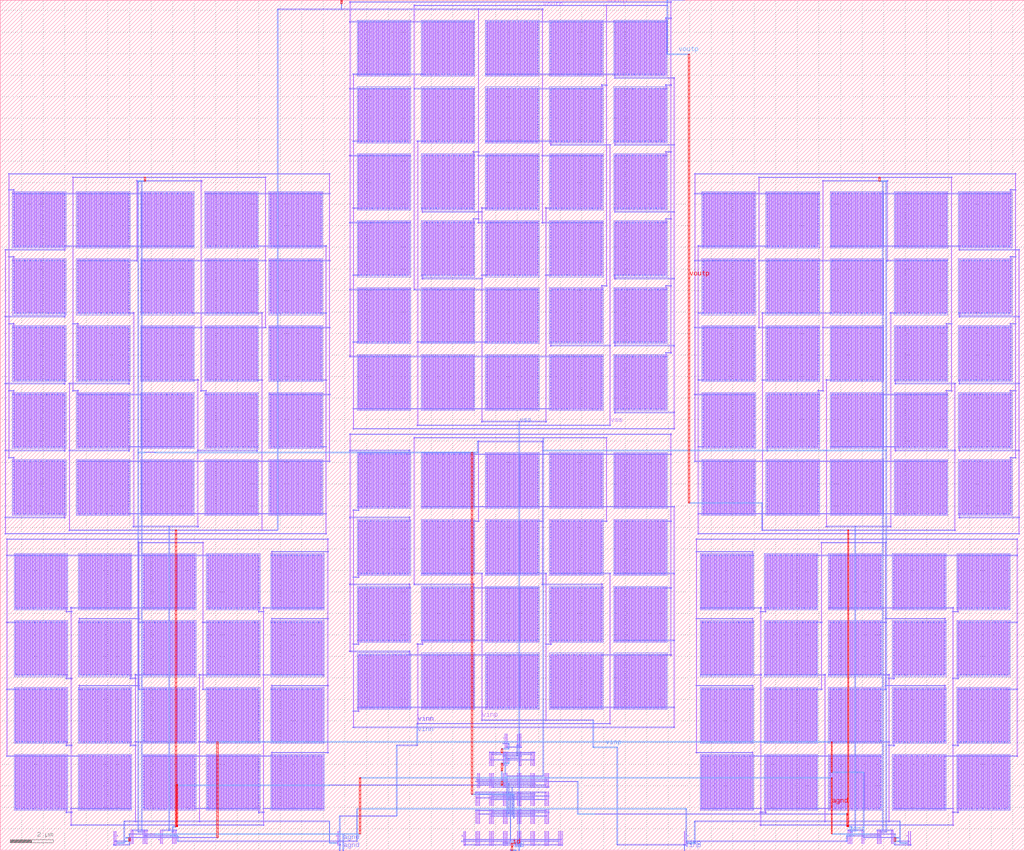
<source format=lef>
MACRO switched_capacitor_filter
  ORIGIN 0 0 ;
  FOREIGN switched_capacitor_filter 0 0 ;
  SIZE 47.52 BY 39.48 ;
  PIN id
    DIRECTION INOUT ;
    USE SIGNAL ;
    PORT 
      LAYER M2 ;
        RECT 23.664 -0.016 23.696 0.016 ;
      LAYER M2 ;
        RECT 23.324 0.32 24.116 0.352 ;
      LAYER M2 ;
        RECT 23.744 0.32 23.776 0.352 ;
      LAYER M3 ;
        RECT 23.74 0.316 23.78 0.356 ;
      LAYER M4 ;
        RECT 23.74 0.316 23.78 0.356 ;
      LAYER M5 ;
        RECT 23.728 0 23.792 0.336 ;
      LAYER M4 ;
        RECT 23.76 -0.02 23.92 0.02 ;
      LAYER M3 ;
        RECT 23.9 -0.02 23.94 0.02 ;
      LAYER M2 ;
        RECT 23.68 -0.016 23.92 0.016 ;
    END
  END id
  PIN voutn
    DIRECTION INOUT ;
    USE SIGNAL ;
    PORT 
      LAYER M2 ;
        RECT 15.824 39.464 15.856 39.496 ;
      LAYER M2 ;
        RECT 22.844 4.436 24.676 4.468 ;
      LAYER M2 ;
        RECT 22.684 3.008 25.316 3.04 ;
      LAYER M2 ;
        RECT 23.424 4.436 23.456 4.468 ;
      LAYER M3 ;
        RECT 23.42 3.192 23.46 4.452 ;
      LAYER M4 ;
        RECT 23.28 3.172 23.44 3.212 ;
      LAYER M5 ;
        RECT 23.248 3.024 23.312 3.192 ;
      LAYER M4 ;
        RECT 23.26 3.004 23.3 3.044 ;
      LAYER M3 ;
        RECT 23.26 3.004 23.3 3.044 ;
      LAYER M2 ;
        RECT 23.264 3.008 23.296 3.04 ;
      LAYER M2 ;
        RECT 7.964 0.824 8.036 0.856 ;
      LAYER M1 ;
        RECT 12.128 14.832 12.16 14.904 ;
      LAYER M2 ;
        RECT 12.108 14.852 12.18 14.884 ;
      LAYER M1 ;
        RECT 3.2 14.832 3.232 14.904 ;
      LAYER M2 ;
        RECT 3.18 14.852 3.252 14.884 ;
      LAYER M2 ;
        RECT 3.216 14.852 12.144 14.884 ;
      LAYER M2 ;
        RECT 7.984 0.824 8.016 0.856 ;
      LAYER M3 ;
        RECT 7.98 0.84 8.02 1.092 ;
      LAYER M4 ;
        RECT 8 1.072 8.16 1.112 ;
      LAYER M5 ;
        RECT 8.128 1.092 8.192 14.868 ;
      LAYER M4 ;
        RECT 8.14 14.848 8.18 14.888 ;
      LAYER M3 ;
        RECT 8.14 14.848 8.18 14.888 ;
      LAYER M2 ;
        RECT 8.144 14.852 8.176 14.884 ;
      LAYER M1 ;
        RECT 22.176 39.024 22.208 39.096 ;
      LAYER M2 ;
        RECT 22.156 39.044 22.228 39.076 ;
      LAYER M1 ;
        RECT 25.152 39.024 25.184 39.096 ;
      LAYER M2 ;
        RECT 25.132 39.044 25.204 39.076 ;
      LAYER M2 ;
        RECT 22.192 39.044 25.168 39.076 ;
      LAYER M2 ;
        RECT 15.28 3.008 22.72 3.04 ;
      LAYER M3 ;
        RECT 15.26 3.004 15.3 3.044 ;
      LAYER M4 ;
        RECT 8.208 3.004 15.28 3.044 ;
      LAYER M5 ;
        RECT 8.176 2.992 8.24 3.056 ;
      LAYER M5 ;
        RECT 8.176 1.092 8.24 3.024 ;
      LAYER M5 ;
        RECT 8.16 1.092 8.208 1.156 ;
      LAYER M2 ;
        RECT 12.16 14.852 12.88 14.884 ;
      LAYER M3 ;
        RECT 12.86 14.868 12.9 39.06 ;
      LAYER M2 ;
        RECT 12.88 39.044 22.24 39.076 ;
      LAYER M2 ;
        RECT 15.824 39.044 15.856 39.076 ;
      LAYER M3 ;
        RECT 15.82 39.06 15.86 39.312 ;
      LAYER M4 ;
        RECT 15.82 39.292 15.86 39.332 ;
      LAYER M5 ;
        RECT 15.808 39.312 15.872 39.48 ;
      LAYER M4 ;
        RECT 15.82 39.46 15.86 39.5 ;
      LAYER M3 ;
        RECT 15.82 39.46 15.86 39.5 ;
      LAYER M2 ;
        RECT 15.824 39.464 15.856 39.496 ;
    END
  END voutn
  PIN voutp
    DIRECTION INOUT ;
    USE SIGNAL ;
    PORT 
      LAYER M2 ;
        RECT 31.664 39.464 31.696 39.496 ;
      LAYER M2 ;
        RECT 23.484 4.268 24.036 4.3 ;
      LAYER M2 ;
        RECT 22.044 3.176 24.676 3.208 ;
      LAYER M2 ;
        RECT 23.584 4.268 23.616 4.3 ;
      LAYER M3 ;
        RECT 23.58 4.032 23.62 4.284 ;
      LAYER M4 ;
        RECT 23.28 4.012 23.6 4.052 ;
      LAYER M5 ;
        RECT 23.248 3.696 23.312 4.032 ;
      LAYER M4 ;
        RECT 23.26 3.676 23.3 3.716 ;
      LAYER M3 ;
        RECT 23.26 3.192 23.3 3.696 ;
      LAYER M2 ;
        RECT 23.264 3.176 23.296 3.208 ;
      LAYER M2 ;
        RECT 39.484 0.824 39.556 0.856 ;
      LAYER M1 ;
        RECT 35.36 14.832 35.392 14.904 ;
      LAYER M2 ;
        RECT 35.34 14.852 35.412 14.884 ;
      LAYER M1 ;
        RECT 44.288 14.832 44.32 14.904 ;
      LAYER M2 ;
        RECT 44.268 14.852 44.34 14.884 ;
      LAYER M2 ;
        RECT 35.376 14.852 44.304 14.884 ;
      LAYER M2 ;
        RECT 39.504 0.824 39.536 0.856 ;
      LAYER M3 ;
        RECT 39.5 0.84 39.54 1.092 ;
      LAYER M4 ;
        RECT 39.36 1.072 39.52 1.112 ;
      LAYER M5 ;
        RECT 39.328 1.092 39.392 14.868 ;
      LAYER M4 ;
        RECT 39.34 14.848 39.38 14.888 ;
      LAYER M3 ;
        RECT 39.34 14.848 39.38 14.888 ;
      LAYER M2 ;
        RECT 39.344 14.852 39.376 14.884 ;
      LAYER M1 ;
        RECT 19.2 39.192 19.232 39.264 ;
      LAYER M2 ;
        RECT 19.18 39.212 19.252 39.244 ;
      LAYER M1 ;
        RECT 28.128 39.192 28.16 39.264 ;
      LAYER M2 ;
        RECT 28.108 39.212 28.18 39.244 ;
      LAYER M2 ;
        RECT 19.216 39.212 28.144 39.244 ;
      LAYER M2 ;
        RECT 24.64 3.176 26.8 3.208 ;
      LAYER M3 ;
        RECT 26.78 1.68 26.82 3.192 ;
      LAYER M4 ;
        RECT 26.8 1.66 27.6 1.7 ;
      LAYER M3 ;
        RECT 27.58 1.66 27.62 1.7 ;
      LAYER M2 ;
        RECT 27.6 1.664 38.88 1.696 ;
      LAYER M3 ;
        RECT 38.86 1.66 38.9 1.7 ;
      LAYER M4 ;
        RECT 38.88 1.66 39.312 1.7 ;
      LAYER M5 ;
        RECT 39.28 1.648 39.344 1.712 ;
      LAYER M5 ;
        RECT 39.28 1.092 39.344 1.68 ;
      LAYER M5 ;
        RECT 39.312 1.092 39.36 1.156 ;
      LAYER M2 ;
        RECT 35.344 14.852 35.376 14.884 ;
      LAYER M3 ;
        RECT 35.34 14.868 35.38 16.128 ;
      LAYER M4 ;
        RECT 31.968 16.108 35.36 16.148 ;
      LAYER M5 ;
        RECT 31.936 16.128 32 36.96 ;
      LAYER M4 ;
        RECT 30.96 36.94 31.968 36.98 ;
      LAYER M3 ;
        RECT 30.94 36.96 30.98 39.228 ;
      LAYER M2 ;
        RECT 28.08 39.212 30.96 39.244 ;
      LAYER M3 ;
        RECT 30.94 39.228 30.98 39.48 ;
      LAYER M2 ;
        RECT 30.96 39.464 31.68 39.496 ;
    END
  END voutp
  PIN vss
    DIRECTION INOUT ;
    USE SIGNAL ;
    PORT 
      LAYER M2 ;
        RECT 24.064 -0.016 24.096 0.016 ;
      LAYER M2 ;
        RECT 21.564 0.236 26.116 0.268 ;
      LAYER M1 ;
        RECT 22.336 19.872 22.368 19.944 ;
      LAYER M2 ;
        RECT 22.316 19.892 22.388 19.924 ;
      LAYER M1 ;
        RECT 25.312 19.872 25.344 19.944 ;
      LAYER M2 ;
        RECT 25.292 19.892 25.364 19.924 ;
      LAYER M2 ;
        RECT 22.352 19.892 25.328 19.924 ;
      LAYER M1 ;
        RECT 19.36 19.704 19.392 19.776 ;
      LAYER M2 ;
        RECT 19.34 19.724 19.412 19.756 ;
      LAYER M1 ;
        RECT 28.288 19.704 28.32 19.776 ;
      LAYER M2 ;
        RECT 28.268 19.724 28.34 19.756 ;
      LAYER M2 ;
        RECT 19.376 19.724 28.304 19.756 ;
      LAYER M2 ;
        RECT 24.064 0.236 24.096 0.268 ;
      LAYER M3 ;
        RECT 24.06 0 24.1 0.252 ;
      LAYER M2 ;
        RECT 24.064 -0.016 24.096 0.016 ;
      LAYER M3 ;
        RECT 24.06 0.252 24.1 19.908 ;
      LAYER M2 ;
        RECT 24.064 19.892 24.096 19.924 ;
      LAYER M3 ;
        RECT 24.06 19.72 24.1 19.76 ;
      LAYER M2 ;
        RECT 24.064 19.724 24.096 19.756 ;
    END
  END vss
  PIN vinn
    DIRECTION INOUT ;
    USE SIGNAL ;
    PORT 
      LAYER M2 ;
        RECT 15.744 -0.016 15.776 0.016 ;
      LAYER M2 ;
        RECT 15.724 0.236 15.796 0.268 ;
      LAYER M1 ;
        RECT 28.288 5.844 28.32 5.916 ;
      LAYER M2 ;
        RECT 28.268 5.864 28.34 5.896 ;
      LAYER M1 ;
        RECT 19.36 5.844 19.392 5.916 ;
      LAYER M2 ;
        RECT 19.34 5.864 19.412 5.896 ;
      LAYER M2 ;
        RECT 19.376 5.864 28.304 5.896 ;
      LAYER M2 ;
        RECT 15.744 0.236 15.776 0.268 ;
      LAYER M3 ;
        RECT 15.74 0 15.78 0.252 ;
      LAYER M2 ;
        RECT 15.744 -0.016 15.776 0.016 ;
      LAYER M3 ;
        RECT 15.74 0.084 15.78 1.596 ;
      LAYER M2 ;
        RECT 15.76 1.58 18.4 1.612 ;
      LAYER M3 ;
        RECT 18.38 1.596 18.42 4.872 ;
      LAYER M2 ;
        RECT 18.4 4.856 19.36 4.888 ;
      LAYER M3 ;
        RECT 19.34 4.872 19.38 5.88 ;
      LAYER M2 ;
        RECT 19.344 5.864 19.376 5.896 ;
    END
  END vinn
  PIN agnd
    DIRECTION INOUT ;
    USE SIGNAL ;
    PORT 
      LAYER M2 ;
        RECT 15.904 -0.016 15.936 0.016 ;
      LAYER M2 ;
        RECT 5.244 0.236 5.316 0.268 ;
      LAYER M2 ;
        RECT 5.964 0.74 6.036 0.772 ;
      LAYER M2 ;
        RECT 7.324 0.74 7.396 0.772 ;
      LAYER M2 ;
        RECT 5.28 0.236 6 0.268 ;
      LAYER M3 ;
        RECT 5.98 0.252 6.02 0.756 ;
      LAYER M2 ;
        RECT 5.984 0.74 6.016 0.772 ;
      LAYER M2 ;
        RECT 6 0.74 7.2 0.772 ;
      LAYER M3 ;
        RECT 7.18 0.736 7.22 0.776 ;
      LAYER M4 ;
        RECT 7.2 0.736 7.36 0.776 ;
      LAYER M3 ;
        RECT 7.34 0.736 7.38 0.776 ;
      LAYER M2 ;
        RECT 7.344 0.74 7.376 0.772 ;
      LAYER M2 ;
        RECT 42.204 0.236 42.276 0.268 ;
      LAYER M2 ;
        RECT 41.484 0.74 41.556 0.772 ;
      LAYER M2 ;
        RECT 40.124 0.74 40.196 0.772 ;
      LAYER M2 ;
        RECT 41.52 0.236 42.24 0.268 ;
      LAYER M3 ;
        RECT 41.5 0.252 41.54 0.756 ;
      LAYER M2 ;
        RECT 41.504 0.74 41.536 0.772 ;
      LAYER M2 ;
        RECT 40.32 0.74 41.52 0.772 ;
      LAYER M3 ;
        RECT 40.3 0.736 40.34 0.776 ;
      LAYER M4 ;
        RECT 40.16 0.736 40.32 0.776 ;
      LAYER M3 ;
        RECT 40.14 0.736 40.18 0.776 ;
      LAYER M2 ;
        RECT 40.144 0.74 40.176 0.772 ;
      LAYER M4 ;
        RECT 7.344 0.736 15.92 0.776 ;
      LAYER M3 ;
        RECT 15.9 0 15.94 0.756 ;
      LAYER M2 ;
        RECT 15.904 -0.016 15.936 0.016 ;
      LAYER M4 ;
        RECT 15.84 0.736 16.704 0.776 ;
      LAYER M5 ;
        RECT 16.672 0.756 16.736 3.36 ;
      LAYER M4 ;
        RECT 16.704 3.34 38.592 3.38 ;
      LAYER M5 ;
        RECT 38.56 0.756 38.624 3.36 ;
      LAYER M4 ;
        RECT 38.592 0.736 40.16 0.776 ;
    END
  END agnd
  PIN vinp
    DIRECTION INOUT ;
    USE SIGNAL ;
    PORT 
      LAYER M2 ;
        RECT 31.744 -0.016 31.776 0.016 ;
      LAYER M2 ;
        RECT 31.724 0.236 31.796 0.268 ;
      LAYER M1 ;
        RECT 25.312 6.012 25.344 6.084 ;
      LAYER M2 ;
        RECT 25.292 6.032 25.364 6.064 ;
      LAYER M1 ;
        RECT 22.336 6.012 22.368 6.084 ;
      LAYER M2 ;
        RECT 22.316 6.032 22.388 6.064 ;
      LAYER M2 ;
        RECT 22.352 6.032 25.328 6.064 ;
      LAYER M2 ;
        RECT 28.64 0.236 31.76 0.268 ;
      LAYER M3 ;
        RECT 28.62 0.252 28.66 4.788 ;
      LAYER M4 ;
        RECT 27.52 4.768 28.64 4.808 ;
      LAYER M3 ;
        RECT 27.5 4.788 27.54 6.048 ;
      LAYER M2 ;
        RECT 25.36 6.032 27.52 6.064 ;
      LAYER M2 ;
        RECT 31.744 0.236 31.776 0.268 ;
      LAYER M3 ;
        RECT 31.74 0 31.78 0.252 ;
      LAYER M2 ;
        RECT 31.744 -0.016 31.776 0.016 ;
    END
  END vinp
  OBS 
  LAYER M2 ;
        RECT 22.124 3.26 25.396 3.292 ;
  LAYER M2 ;
        RECT 21.484 0.488 26.036 0.52 ;
  LAYER M2 ;
        RECT 23.404 5.024 24.116 5.056 ;
  LAYER M2 ;
        RECT 22.764 4.184 24.756 4.216 ;
  LAYER M2 ;
        RECT 23.484 4.772 24.196 4.804 ;
  LAYER M3 ;
        RECT 23.5 1.56 23.54 2.472 ;
  LAYER M2 ;
        RECT 40.844 0.824 40.916 0.856 ;
  LAYER M1 ;
        RECT 35.2 31.212 35.232 31.284 ;
  LAYER M2 ;
        RECT 35.18 31.232 35.252 31.264 ;
  LAYER M1 ;
        RECT 44.128 31.212 44.16 31.284 ;
  LAYER M2 ;
        RECT 44.108 31.232 44.18 31.264 ;
  LAYER M2 ;
        RECT 35.216 31.232 44.144 31.264 ;
  LAYER M2 ;
        RECT 40.88 0.824 41.12 0.856 ;
  LAYER M3 ;
        RECT 41.1 0.84 41.14 31.08 ;
  LAYER M4 ;
        RECT 40.8 31.06 41.12 31.1 ;
  LAYER M5 ;
        RECT 40.768 31.08 40.832 31.248 ;
  LAYER M4 ;
        RECT 40.78 31.228 40.82 31.268 ;
  LAYER M3 ;
        RECT 40.78 31.228 40.82 31.268 ;
  LAYER M2 ;
        RECT 40.784 31.232 40.816 31.264 ;
  LAYER M1 ;
        RECT 28.128 19.116 28.16 19.188 ;
  LAYER M2 ;
        RECT 28.108 19.136 28.18 19.168 ;
  LAYER M1 ;
        RECT 19.2 19.116 19.232 19.188 ;
  LAYER M2 ;
        RECT 19.18 19.136 19.252 19.168 ;
  LAYER M2 ;
        RECT 19.216 19.136 28.144 19.168 ;
  LAYER M3 ;
        RECT 23.5 2.436 23.54 3.444 ;
  LAYER M2 ;
        RECT 23.52 3.428 25.2 3.46 ;
  LAYER M3 ;
        RECT 25.18 3.444 25.22 18.564 ;
  LAYER M4 ;
        RECT 25.2 18.544 41.12 18.584 ;
  LAYER M3 ;
        RECT 41.1 18.544 41.14 18.584 ;
  LAYER M3 ;
        RECT 25.18 18.396 25.22 19.152 ;
  LAYER M2 ;
        RECT 25.184 19.136 25.216 19.168 ;
  LAYER M3 ;
        RECT 23.82 1.476 23.86 2.388 ;
  LAYER M2 ;
        RECT 6.604 0.824 6.676 0.856 ;
  LAYER M1 ;
        RECT 12.288 31.212 12.32 31.284 ;
  LAYER M2 ;
        RECT 12.268 31.232 12.34 31.264 ;
  LAYER M1 ;
        RECT 3.36 31.212 3.392 31.284 ;
  LAYER M2 ;
        RECT 3.34 31.232 3.412 31.264 ;
  LAYER M2 ;
        RECT 3.376 31.232 12.304 31.264 ;
  LAYER M2 ;
        RECT 6.4 0.824 6.64 0.856 ;
  LAYER M3 ;
        RECT 6.38 0.84 6.42 31.08 ;
  LAYER M4 ;
        RECT 6.4 31.06 6.72 31.1 ;
  LAYER M5 ;
        RECT 6.688 31.08 6.752 31.248 ;
  LAYER M4 ;
        RECT 6.7 31.228 6.74 31.268 ;
  LAYER M3 ;
        RECT 6.7 31.228 6.74 31.268 ;
  LAYER M2 ;
        RECT 6.704 31.232 6.736 31.264 ;
  LAYER M1 ;
        RECT 25.152 18.948 25.184 19.02 ;
  LAYER M2 ;
        RECT 25.132 18.968 25.204 19 ;
  LAYER M1 ;
        RECT 22.176 18.948 22.208 19.02 ;
  LAYER M2 ;
        RECT 22.156 18.968 22.228 19 ;
  LAYER M2 ;
        RECT 22.192 18.968 25.168 19 ;
  LAYER M3 ;
        RECT 23.82 2.352 23.86 2.604 ;
  LAYER M4 ;
        RECT 21.888 2.584 23.84 2.624 ;
  LAYER M5 ;
        RECT 21.856 2.604 21.92 18.48 ;
  LAYER M4 ;
        RECT 7.2 18.46 21.888 18.5 ;
  LAYER M3 ;
        RECT 7.18 18.46 7.22 18.5 ;
  LAYER M2 ;
        RECT 6.72 18.464 7.2 18.496 ;
  LAYER M3 ;
        RECT 6.7 18.46 6.74 18.5 ;
  LAYER M4 ;
        RECT 6.4 18.46 6.72 18.5 ;
  LAYER M3 ;
        RECT 6.38 18.46 6.42 18.5 ;
  LAYER M4 ;
        RECT 21.84 18.46 22.16 18.5 ;
  LAYER M3 ;
        RECT 22.14 18.48 22.18 18.984 ;
  LAYER M2 ;
        RECT 22.144 18.968 22.176 19 ;
  LAYER M2 ;
        RECT 15.644 0.404 15.716 0.436 ;
  LAYER M2 ;
        RECT 6.684 0.656 6.756 0.688 ;
  LAYER M2 ;
        RECT 8.044 0.656 8.116 0.688 ;
  LAYER M2 ;
        RECT 8.24 0.404 15.68 0.436 ;
  LAYER M3 ;
        RECT 8.22 0.42 8.26 0.672 ;
  LAYER M4 ;
        RECT 8.08 0.652 8.24 0.692 ;
  LAYER M3 ;
        RECT 8.06 0.652 8.1 0.692 ;
  LAYER M2 ;
        RECT 8.064 0.656 8.096 0.688 ;
  LAYER M4 ;
        RECT 7.92 0.652 8.08 0.692 ;
  LAYER M3 ;
        RECT 7.9 0.652 7.94 0.692 ;
  LAYER M2 ;
        RECT 6.72 0.656 7.92 0.688 ;
  LAYER M2 ;
        RECT 31.804 0.404 31.876 0.436 ;
  LAYER M2 ;
        RECT 40.764 0.656 40.836 0.688 ;
  LAYER M2 ;
        RECT 39.404 0.656 39.476 0.688 ;
  LAYER M2 ;
        RECT 31.84 0.404 39.28 0.436 ;
  LAYER M3 ;
        RECT 39.26 0.42 39.3 0.672 ;
  LAYER M4 ;
        RECT 39.28 0.652 39.44 0.692 ;
  LAYER M3 ;
        RECT 39.42 0.652 39.46 0.692 ;
  LAYER M2 ;
        RECT 39.424 0.656 39.456 0.688 ;
  LAYER M4 ;
        RECT 39.44 0.652 39.6 0.692 ;
  LAYER M3 ;
        RECT 39.58 0.652 39.62 0.692 ;
  LAYER M2 ;
        RECT 39.6 0.656 40.8 0.688 ;
  LAYER M2 ;
        RECT 15.6 0.404 16.56 0.436 ;
  LAYER M3 ;
        RECT 16.54 0.42 16.58 1.932 ;
  LAYER M4 ;
        RECT 16.56 1.912 31.84 1.952 ;
  LAYER M3 ;
        RECT 31.82 0.42 31.86 1.932 ;
  LAYER M2 ;
        RECT 31.824 0.404 31.856 0.436 ;
  LAYER M2 ;
        RECT 5.324 0.404 5.396 0.436 ;
  LAYER M2 ;
        RECT 6.044 0.572 6.116 0.604 ;
  LAYER M2 ;
        RECT 7.404 0.572 7.476 0.604 ;
  LAYER M2 ;
        RECT 5.36 0.404 5.84 0.436 ;
  LAYER M3 ;
        RECT 5.82 0.4 5.86 0.44 ;
  LAYER M4 ;
        RECT 5.84 0.4 6 0.44 ;
  LAYER M5 ;
        RECT 5.968 0.42 6.032 0.588 ;
  LAYER M4 ;
        RECT 5.84 0.568 6 0.608 ;
  LAYER M3 ;
        RECT 5.82 0.568 5.86 0.608 ;
  LAYER M2 ;
        RECT 5.84 0.572 6.08 0.604 ;
  LAYER M2 ;
        RECT 6 0.572 7.44 0.604 ;
  LAYER M2 ;
        RECT 42.124 0.404 42.196 0.436 ;
  LAYER M2 ;
        RECT 41.404 0.572 41.476 0.604 ;
  LAYER M2 ;
        RECT 40.044 0.572 40.116 0.604 ;
  LAYER M2 ;
        RECT 41.68 0.404 42.16 0.436 ;
  LAYER M3 ;
        RECT 41.66 0.4 41.7 0.44 ;
  LAYER M4 ;
        RECT 41.52 0.4 41.68 0.44 ;
  LAYER M5 ;
        RECT 41.488 0.42 41.552 0.588 ;
  LAYER M4 ;
        RECT 41.52 0.568 41.68 0.608 ;
  LAYER M3 ;
        RECT 41.66 0.568 41.7 0.608 ;
  LAYER M2 ;
        RECT 41.44 0.572 41.68 0.604 ;
  LAYER M2 ;
        RECT 40.08 0.572 41.52 0.604 ;
  LAYER M2 ;
        RECT 7.44 0.572 10.08 0.604 ;
  LAYER M3 ;
        RECT 10.06 0.568 10.1 0.608 ;
  LAYER M4 ;
        RECT 10.06 0.568 10.1 0.608 ;
  LAYER M5 ;
        RECT 10.048 0.588 10.112 5.04 ;
  LAYER M4 ;
        RECT 10.08 5.02 38.592 5.06 ;
  LAYER M5 ;
        RECT 38.56 3.612 38.624 5.04 ;
  LAYER M4 ;
        RECT 38.592 3.592 40.08 3.632 ;
  LAYER M3 ;
        RECT 40.06 0.588 40.1 3.612 ;
  LAYER M2 ;
        RECT 40.064 0.572 40.096 0.604 ;
  LAYER M2 ;
        RECT 23.964 4.856 24.036 4.888 ;
  LAYER M2 ;
        RECT 23.324 4.352 24.196 4.384 ;
  LAYER M2 ;
        RECT 23.984 4.856 24.016 4.888 ;
  LAYER M3 ;
        RECT 23.98 4.368 24.02 4.872 ;
  LAYER M2 ;
        RECT 23.984 4.352 24.016 4.384 ;
  LAYER M2 ;
        RECT 23.324 4.94 23.396 4.972 ;
  LAYER M2 ;
        RECT 22.684 4.52 24.836 4.552 ;
  LAYER M2 ;
        RECT 23.36 4.94 23.6 4.972 ;
  LAYER M3 ;
        RECT 23.58 4.704 23.62 4.956 ;
  LAYER M4 ;
        RECT 23.28 4.684 23.6 4.724 ;
  LAYER M5 ;
        RECT 23.248 4.536 23.312 4.704 ;
  LAYER M4 ;
        RECT 23.26 4.516 23.3 4.556 ;
  LAYER M3 ;
        RECT 23.26 4.516 23.3 4.556 ;
  LAYER M2 ;
        RECT 23.264 4.52 23.296 4.552 ;
  LAYER M3 ;
        RECT 23.58 1.728 23.62 2.64 ;
  LAYER M2 ;
        RECT 22.204 3.092 24.836 3.124 ;
  LAYER M3 ;
        RECT 23.58 2.604 23.62 3.108 ;
  LAYER M2 ;
        RECT 23.584 3.092 23.616 3.124 ;
  LAYER M3 ;
        RECT 23.66 1.812 23.7 2.724 ;
  LAYER M2 ;
        RECT 21.404 0.404 25.956 0.436 ;
  LAYER M3 ;
        RECT 23.66 0.42 23.7 1.932 ;
  LAYER M2 ;
        RECT 23.664 0.404 23.696 0.436 ;
  LAYER M3 ;
        RECT 23.74 1.644 23.78 2.556 ;
  LAYER M2 ;
        RECT 22.844 2.924 25.476 2.956 ;
  LAYER M3 ;
        RECT 23.74 2.436 23.78 2.94 ;
  LAYER M2 ;
        RECT 23.744 2.924 23.776 2.956 ;
  LAYER M1 ;
        RECT 24.064 4.752 24.096 5.412 ;
  LAYER M1 ;
        RECT 23.424 4.752 23.456 5.412 ;
  LAYER M1 ;
        RECT 24.144 4.752 24.176 5.412 ;
  LAYER M1 ;
        RECT 23.504 4.752 23.536 5.412 ;
  LAYER M1 ;
        RECT 23.984 4.752 24.016 5.412 ;
  LAYER M1 ;
        RECT 23.344 5.192 23.376 5.224 ;
  LAYER M1 ;
        RECT 22.144 2.064 22.176 2.724 ;
  LAYER M1 ;
        RECT 22.144 1.224 22.176 1.884 ;
  LAYER M1 ;
        RECT 23.424 2.064 23.456 2.724 ;
  LAYER M1 ;
        RECT 23.424 1.224 23.456 1.884 ;
  LAYER M1 ;
        RECT 24.704 2.064 24.736 2.724 ;
  LAYER M1 ;
        RECT 24.704 1.224 24.736 1.884 ;
  LAYER M1 ;
        RECT 22.784 2.064 22.816 2.724 ;
  LAYER M1 ;
        RECT 22.784 1.224 22.816 1.884 ;
  LAYER M1 ;
        RECT 24.064 2.064 24.096 2.724 ;
  LAYER M1 ;
        RECT 24.064 1.224 24.096 1.884 ;
  LAYER M1 ;
        RECT 25.344 2.064 25.376 2.724 ;
  LAYER M1 ;
        RECT 25.344 1.224 25.376 1.884 ;
  LAYER M1 ;
        RECT 22.064 2.064 22.096 2.724 ;
  LAYER M1 ;
        RECT 22.064 1.224 22.096 1.884 ;
  LAYER M1 ;
        RECT 23.344 2.064 23.376 2.724 ;
  LAYER M1 ;
        RECT 23.344 1.224 23.376 1.884 ;
  LAYER M1 ;
        RECT 24.624 2.064 24.656 2.724 ;
  LAYER M1 ;
        RECT 24.624 1.224 24.656 1.884 ;
  LAYER M1 ;
        RECT 22.704 2.064 22.736 2.724 ;
  LAYER M1 ;
        RECT 22.704 1.224 22.736 1.884 ;
  LAYER M1 ;
        RECT 23.984 2.064 24.016 2.724 ;
  LAYER M1 ;
        RECT 23.984 1.224 24.016 1.884 ;
  LAYER M1 ;
        RECT 25.264 2.064 25.296 2.724 ;
  LAYER M1 ;
        RECT 25.264 1.224 25.296 1.884 ;
  LAYER M1 ;
        RECT 22.224 2.064 22.256 2.724 ;
  LAYER M1 ;
        RECT 22.224 1.224 22.256 1.884 ;
  LAYER M1 ;
        RECT 23.504 2.064 23.536 2.724 ;
  LAYER M1 ;
        RECT 23.504 1.224 23.536 1.884 ;
  LAYER M1 ;
        RECT 24.784 2.064 24.816 2.724 ;
  LAYER M1 ;
        RECT 24.784 1.224 24.816 1.884 ;
  LAYER M1 ;
        RECT 22.864 2.064 22.896 2.724 ;
  LAYER M1 ;
        RECT 22.864 1.224 22.896 1.884 ;
  LAYER M1 ;
        RECT 24.144 2.064 24.176 2.724 ;
  LAYER M1 ;
        RECT 24.144 1.224 24.176 1.884 ;
  LAYER M1 ;
        RECT 25.424 2.064 25.456 2.724 ;
  LAYER M1 ;
        RECT 25.424 1.224 25.456 1.884 ;
  LAYER M2 ;
        RECT 22.044 2.672 25.316 2.704 ;
  LAYER M2 ;
        RECT 22.204 2.588 24.836 2.62 ;
  LAYER M2 ;
        RECT 22.844 2.504 25.476 2.536 ;
  LAYER M2 ;
        RECT 22.124 2.42 24.756 2.452 ;
  LAYER M2 ;
        RECT 22.764 2.336 25.396 2.368 ;
  LAYER M2 ;
        RECT 22.044 1.832 25.316 1.864 ;
  LAYER M2 ;
        RECT 22.844 1.748 25.476 1.78 ;
  LAYER M2 ;
        RECT 22.204 1.664 24.836 1.696 ;
  LAYER M2 ;
        RECT 22.764 1.58 25.396 1.612 ;
  LAYER M2 ;
        RECT 25.424 1.412 25.456 1.444 ;
  LAYER M1 ;
        RECT 24.064 0.216 24.096 0.876 ;
  LAYER M1 ;
        RECT 23.424 0.216 23.456 0.876 ;
  LAYER M1 ;
        RECT 25.984 0.216 26.016 0.876 ;
  LAYER M1 ;
        RECT 25.344 0.216 25.376 0.876 ;
  LAYER M1 ;
        RECT 24.704 0.216 24.736 0.876 ;
  LAYER M1 ;
        RECT 22.784 0.216 22.816 0.876 ;
  LAYER M1 ;
        RECT 22.144 0.216 22.176 0.876 ;
  LAYER M1 ;
        RECT 21.504 0.216 21.536 0.876 ;
  LAYER M1 ;
        RECT 24.144 0.216 24.176 0.876 ;
  LAYER M1 ;
        RECT 23.504 0.216 23.536 0.876 ;
  LAYER M1 ;
        RECT 26.064 0.216 26.096 0.876 ;
  LAYER M1 ;
        RECT 25.424 0.216 25.456 0.876 ;
  LAYER M1 ;
        RECT 24.784 0.216 24.816 0.876 ;
  LAYER M1 ;
        RECT 22.864 0.216 22.896 0.876 ;
  LAYER M1 ;
        RECT 22.224 0.216 22.256 0.876 ;
  LAYER M1 ;
        RECT 21.584 0.216 21.616 0.876 ;
  LAYER M1 ;
        RECT 23.984 0.216 24.016 0.876 ;
  LAYER M1 ;
        RECT 23.344 0.216 23.376 0.876 ;
  LAYER M1 ;
        RECT 25.904 0.216 25.936 0.876 ;
  LAYER M1 ;
        RECT 25.264 0.216 25.296 0.876 ;
  LAYER M1 ;
        RECT 24.624 0.216 24.656 0.876 ;
  LAYER M1 ;
        RECT 22.704 0.216 22.736 0.876 ;
  LAYER M1 ;
        RECT 22.064 0.216 22.096 0.876 ;
  LAYER M1 ;
        RECT 21.424 0.656 21.456 0.688 ;
  LAYER M1 ;
        RECT 22.784 3.912 22.816 4.572 ;
  LAYER M1 ;
        RECT 24.704 3.912 24.736 4.572 ;
  LAYER M1 ;
        RECT 23.424 3.912 23.456 4.572 ;
  LAYER M1 ;
        RECT 24.064 3.912 24.096 4.572 ;
  LAYER M1 ;
        RECT 22.704 3.912 22.736 4.572 ;
  LAYER M1 ;
        RECT 24.784 3.912 24.816 4.572 ;
  LAYER M1 ;
        RECT 23.344 3.912 23.376 4.572 ;
  LAYER M1 ;
        RECT 24.144 3.912 24.176 4.572 ;
  LAYER M1 ;
        RECT 22.864 3.912 22.896 4.572 ;
  LAYER M1 ;
        RECT 24.624 3.912 24.656 4.572 ;
  LAYER M1 ;
        RECT 23.504 3.912 23.536 4.572 ;
  LAYER M1 ;
        RECT 23.984 4.1 24.016 4.132 ;
  LAYER M1 ;
        RECT 25.344 2.904 25.376 3.564 ;
  LAYER M1 ;
        RECT 24.064 2.904 24.096 3.564 ;
  LAYER M1 ;
        RECT 22.784 2.904 22.816 3.564 ;
  LAYER M1 ;
        RECT 24.704 2.904 24.736 3.564 ;
  LAYER M1 ;
        RECT 23.424 2.904 23.456 3.564 ;
  LAYER M1 ;
        RECT 22.144 2.904 22.176 3.564 ;
  LAYER M1 ;
        RECT 25.424 2.904 25.456 3.564 ;
  LAYER M1 ;
        RECT 24.144 2.904 24.176 3.564 ;
  LAYER M1 ;
        RECT 22.864 2.904 22.896 3.564 ;
  LAYER M1 ;
        RECT 24.784 2.904 24.816 3.564 ;
  LAYER M1 ;
        RECT 23.504 2.904 23.536 3.564 ;
  LAYER M1 ;
        RECT 22.224 2.904 22.256 3.564 ;
  LAYER M1 ;
        RECT 25.264 2.904 25.296 3.564 ;
  LAYER M1 ;
        RECT 23.984 2.904 24.016 3.564 ;
  LAYER M1 ;
        RECT 22.704 2.904 22.736 3.564 ;
  LAYER M1 ;
        RECT 24.624 2.904 24.656 3.564 ;
  LAYER M1 ;
        RECT 23.344 2.904 23.376 3.564 ;
  LAYER M1 ;
        RECT 22.064 3.344 22.096 3.376 ;
  LAYER M1 ;
        RECT 6.416 14.244 6.448 14.316 ;
  LAYER M2 ;
        RECT 6.396 14.264 6.468 14.296 ;
  LAYER M1 ;
        RECT 9.392 14.244 9.424 14.316 ;
  LAYER M2 ;
        RECT 9.372 14.264 9.444 14.296 ;
  LAYER M2 ;
        RECT 6.432 14.264 9.408 14.296 ;
  LAYER M2 ;
        RECT 6.124 0.908 6.836 0.94 ;
  LAYER M1 ;
        RECT 9.312 31.044 9.344 31.116 ;
  LAYER M2 ;
        RECT 9.292 31.064 9.364 31.096 ;
  LAYER M1 ;
        RECT 6.336 31.044 6.368 31.116 ;
  LAYER M2 ;
        RECT 6.316 31.064 6.388 31.096 ;
  LAYER M2 ;
        RECT 6.352 31.064 9.328 31.096 ;
  LAYER M2 ;
        RECT 6.544 14.264 6.576 14.296 ;
  LAYER M3 ;
        RECT 6.54 0.924 6.58 14.28 ;
  LAYER M2 ;
        RECT 6.544 0.908 6.576 0.94 ;
  LAYER M3 ;
        RECT 6.54 14.196 6.58 31.08 ;
  LAYER M2 ;
        RECT 6.544 31.064 6.576 31.096 ;
  LAYER M1 ;
        RECT 6.256 1.308 6.288 1.38 ;
  LAYER M2 ;
        RECT 6.236 1.328 6.308 1.36 ;
  LAYER M1 ;
        RECT 9.232 1.308 9.264 1.38 ;
  LAYER M2 ;
        RECT 9.212 1.328 9.284 1.36 ;
  LAYER M2 ;
        RECT 6.272 1.328 9.248 1.36 ;
  LAYER M2 ;
        RECT 5.404 0.32 5.476 0.352 ;
  LAYER M2 ;
        RECT 15.564 0.32 15.636 0.352 ;
  LAYER M2 ;
        RECT 5.76 1.328 6.24 1.36 ;
  LAYER M3 ;
        RECT 5.74 0.336 5.78 1.344 ;
  LAYER M4 ;
        RECT 5.44 0.316 5.76 0.356 ;
  LAYER M3 ;
        RECT 5.42 0.316 5.46 0.356 ;
  LAYER M2 ;
        RECT 5.424 0.32 5.456 0.352 ;
  LAYER M2 ;
        RECT 9.28 1.328 15.28 1.36 ;
  LAYER M3 ;
        RECT 15.26 0.336 15.3 1.344 ;
  LAYER M4 ;
        RECT 15.28 0.316 15.6 0.356 ;
  LAYER M3 ;
        RECT 15.58 0.316 15.62 0.356 ;
  LAYER M2 ;
        RECT 15.584 0.32 15.616 0.352 ;
  LAYER M2 ;
        RECT 7.484 0.908 8.196 0.94 ;
  LAYER M1 ;
        RECT 9.152 15 9.184 15.072 ;
  LAYER M2 ;
        RECT 9.132 15.02 9.204 15.052 ;
  LAYER M1 ;
        RECT 6.176 15 6.208 15.072 ;
  LAYER M2 ;
        RECT 6.156 15.02 6.228 15.052 ;
  LAYER M2 ;
        RECT 6.192 15.02 9.168 15.052 ;
  LAYER M2 ;
        RECT 7.824 0.908 7.856 0.94 ;
  LAYER M3 ;
        RECT 7.82 0.924 7.86 15.036 ;
  LAYER M2 ;
        RECT 7.824 15.02 7.856 15.052 ;
  LAYER M1 ;
        RECT 9.008 5.004 9.04 5.076 ;
  LAYER M2 ;
        RECT 8.988 5.024 9.06 5.056 ;
  LAYER M2 ;
        RECT 6.272 5.024 9.024 5.056 ;
  LAYER M1 ;
        RECT 6.256 5.004 6.288 5.076 ;
  LAYER M2 ;
        RECT 6.236 5.024 6.308 5.056 ;
  LAYER M1 ;
        RECT 9.008 8.112 9.04 8.184 ;
  LAYER M2 ;
        RECT 8.988 8.132 9.06 8.164 ;
  LAYER M2 ;
        RECT 6.272 8.132 9.024 8.164 ;
  LAYER M1 ;
        RECT 6.256 8.112 6.288 8.184 ;
  LAYER M2 ;
        RECT 6.236 8.132 6.308 8.164 ;
  LAYER M1 ;
        RECT 6.032 5.004 6.064 5.076 ;
  LAYER M2 ;
        RECT 6.012 5.024 6.084 5.056 ;
  LAYER M1 ;
        RECT 6.032 4.872 6.064 5.04 ;
  LAYER M1 ;
        RECT 6.032 4.836 6.064 4.908 ;
  LAYER M2 ;
        RECT 6.012 4.856 6.084 4.888 ;
  LAYER M2 ;
        RECT 6.048 4.856 6.272 4.888 ;
  LAYER M1 ;
        RECT 6.256 4.836 6.288 4.908 ;
  LAYER M2 ;
        RECT 6.236 4.856 6.308 4.888 ;
  LAYER M1 ;
        RECT 6.032 8.112 6.064 8.184 ;
  LAYER M2 ;
        RECT 6.012 8.132 6.084 8.164 ;
  LAYER M1 ;
        RECT 6.032 7.98 6.064 8.148 ;
  LAYER M1 ;
        RECT 6.032 7.944 6.064 8.016 ;
  LAYER M2 ;
        RECT 6.012 7.964 6.084 7.996 ;
  LAYER M2 ;
        RECT 6.048 7.964 6.272 7.996 ;
  LAYER M1 ;
        RECT 6.256 7.944 6.288 8.016 ;
  LAYER M2 ;
        RECT 6.236 7.964 6.308 7.996 ;
  LAYER M1 ;
        RECT 6.256 1.308 6.288 1.38 ;
  LAYER M2 ;
        RECT 6.236 1.328 6.308 1.36 ;
  LAYER M1 ;
        RECT 6.256 1.344 6.288 1.596 ;
  LAYER M1 ;
        RECT 6.256 1.596 6.288 8.148 ;
  LAYER M1 ;
        RECT 11.984 8.112 12.016 8.184 ;
  LAYER M2 ;
        RECT 11.964 8.132 12.036 8.164 ;
  LAYER M2 ;
        RECT 9.248 8.132 12 8.164 ;
  LAYER M1 ;
        RECT 9.232 8.112 9.264 8.184 ;
  LAYER M2 ;
        RECT 9.212 8.132 9.284 8.164 ;
  LAYER M1 ;
        RECT 11.984 5.004 12.016 5.076 ;
  LAYER M2 ;
        RECT 11.964 5.024 12.036 5.056 ;
  LAYER M2 ;
        RECT 9.248 5.024 12 5.056 ;
  LAYER M1 ;
        RECT 9.232 5.004 9.264 5.076 ;
  LAYER M2 ;
        RECT 9.212 5.024 9.284 5.056 ;
  LAYER M1 ;
        RECT 9.232 1.308 9.264 1.38 ;
  LAYER M2 ;
        RECT 9.212 1.328 9.284 1.36 ;
  LAYER M1 ;
        RECT 9.232 1.344 9.264 1.596 ;
  LAYER M1 ;
        RECT 9.232 1.596 9.264 8.148 ;
  LAYER M2 ;
        RECT 6.272 1.328 9.248 1.36 ;
  LAYER M1 ;
        RECT 3.056 1.896 3.088 1.968 ;
  LAYER M2 ;
        RECT 3.036 1.916 3.108 1.948 ;
  LAYER M1 ;
        RECT 3.056 1.764 3.088 1.932 ;
  LAYER M1 ;
        RECT 3.056 1.728 3.088 1.8 ;
  LAYER M2 ;
        RECT 3.036 1.748 3.108 1.78 ;
  LAYER M2 ;
        RECT 3.072 1.748 3.296 1.78 ;
  LAYER M1 ;
        RECT 3.28 1.728 3.312 1.8 ;
  LAYER M2 ;
        RECT 3.26 1.748 3.332 1.78 ;
  LAYER M1 ;
        RECT 3.056 5.004 3.088 5.076 ;
  LAYER M2 ;
        RECT 3.036 5.024 3.108 5.056 ;
  LAYER M1 ;
        RECT 3.056 4.872 3.088 5.04 ;
  LAYER M1 ;
        RECT 3.056 4.836 3.088 4.908 ;
  LAYER M2 ;
        RECT 3.036 4.856 3.108 4.888 ;
  LAYER M2 ;
        RECT 3.072 4.856 3.296 4.888 ;
  LAYER M1 ;
        RECT 3.28 4.836 3.312 4.908 ;
  LAYER M2 ;
        RECT 3.26 4.856 3.332 4.888 ;
  LAYER M1 ;
        RECT 3.056 8.112 3.088 8.184 ;
  LAYER M2 ;
        RECT 3.036 8.132 3.108 8.164 ;
  LAYER M1 ;
        RECT 3.056 7.98 3.088 8.148 ;
  LAYER M1 ;
        RECT 3.056 7.944 3.088 8.016 ;
  LAYER M2 ;
        RECT 3.036 7.964 3.108 7.996 ;
  LAYER M2 ;
        RECT 3.072 7.964 3.296 7.996 ;
  LAYER M1 ;
        RECT 3.28 7.944 3.312 8.016 ;
  LAYER M2 ;
        RECT 3.26 7.964 3.332 7.996 ;
  LAYER M1 ;
        RECT 3.056 11.22 3.088 11.292 ;
  LAYER M2 ;
        RECT 3.036 11.24 3.108 11.272 ;
  LAYER M1 ;
        RECT 3.056 11.088 3.088 11.256 ;
  LAYER M1 ;
        RECT 3.056 11.052 3.088 11.124 ;
  LAYER M2 ;
        RECT 3.036 11.072 3.108 11.104 ;
  LAYER M2 ;
        RECT 3.072 11.072 3.296 11.104 ;
  LAYER M1 ;
        RECT 3.28 11.052 3.312 11.124 ;
  LAYER M2 ;
        RECT 3.26 11.072 3.332 11.104 ;
  LAYER M1 ;
        RECT 6.032 1.896 6.064 1.968 ;
  LAYER M2 ;
        RECT 6.012 1.916 6.084 1.948 ;
  LAYER M2 ;
        RECT 3.296 1.916 6.048 1.948 ;
  LAYER M1 ;
        RECT 3.28 1.896 3.312 1.968 ;
  LAYER M2 ;
        RECT 3.26 1.916 3.332 1.948 ;
  LAYER M1 ;
        RECT 6.032 11.22 6.064 11.292 ;
  LAYER M2 ;
        RECT 6.012 11.24 6.084 11.272 ;
  LAYER M2 ;
        RECT 3.296 11.24 6.048 11.272 ;
  LAYER M1 ;
        RECT 3.28 11.22 3.312 11.292 ;
  LAYER M2 ;
        RECT 3.26 11.24 3.332 11.272 ;
  LAYER M1 ;
        RECT 3.28 1.14 3.312 1.212 ;
  LAYER M2 ;
        RECT 3.26 1.16 3.332 1.192 ;
  LAYER M1 ;
        RECT 3.28 1.176 3.312 1.596 ;
  LAYER M1 ;
        RECT 3.28 1.596 3.312 11.256 ;
  LAYER M1 ;
        RECT 11.984 1.896 12.016 1.968 ;
  LAYER M2 ;
        RECT 11.964 1.916 12.036 1.948 ;
  LAYER M1 ;
        RECT 11.984 1.764 12.016 1.932 ;
  LAYER M1 ;
        RECT 11.984 1.728 12.016 1.8 ;
  LAYER M2 ;
        RECT 11.964 1.748 12.036 1.78 ;
  LAYER M2 ;
        RECT 12 1.748 12.224 1.78 ;
  LAYER M1 ;
        RECT 12.208 1.728 12.24 1.8 ;
  LAYER M2 ;
        RECT 12.188 1.748 12.26 1.78 ;
  LAYER M1 ;
        RECT 11.984 11.22 12.016 11.292 ;
  LAYER M2 ;
        RECT 11.964 11.24 12.036 11.272 ;
  LAYER M1 ;
        RECT 11.984 11.088 12.016 11.256 ;
  LAYER M1 ;
        RECT 11.984 11.052 12.016 11.124 ;
  LAYER M2 ;
        RECT 11.964 11.072 12.036 11.104 ;
  LAYER M2 ;
        RECT 12 11.072 12.224 11.104 ;
  LAYER M1 ;
        RECT 12.208 11.052 12.24 11.124 ;
  LAYER M2 ;
        RECT 12.188 11.072 12.26 11.104 ;
  LAYER M1 ;
        RECT 14.96 1.896 14.992 1.968 ;
  LAYER M2 ;
        RECT 14.94 1.916 15.012 1.948 ;
  LAYER M2 ;
        RECT 12.224 1.916 14.976 1.948 ;
  LAYER M1 ;
        RECT 12.208 1.896 12.24 1.968 ;
  LAYER M2 ;
        RECT 12.188 1.916 12.26 1.948 ;
  LAYER M1 ;
        RECT 14.96 5.004 14.992 5.076 ;
  LAYER M2 ;
        RECT 14.94 5.024 15.012 5.056 ;
  LAYER M2 ;
        RECT 12.224 5.024 14.976 5.056 ;
  LAYER M1 ;
        RECT 12.208 5.004 12.24 5.076 ;
  LAYER M2 ;
        RECT 12.188 5.024 12.26 5.056 ;
  LAYER M1 ;
        RECT 14.96 8.112 14.992 8.184 ;
  LAYER M2 ;
        RECT 14.94 8.132 15.012 8.164 ;
  LAYER M2 ;
        RECT 12.224 8.132 14.976 8.164 ;
  LAYER M1 ;
        RECT 12.208 8.112 12.24 8.184 ;
  LAYER M2 ;
        RECT 12.188 8.132 12.26 8.164 ;
  LAYER M1 ;
        RECT 14.96 11.22 14.992 11.292 ;
  LAYER M2 ;
        RECT 14.94 11.24 15.012 11.272 ;
  LAYER M2 ;
        RECT 12.224 11.24 14.976 11.272 ;
  LAYER M1 ;
        RECT 12.208 11.22 12.24 11.292 ;
  LAYER M2 ;
        RECT 12.188 11.24 12.26 11.272 ;
  LAYER M1 ;
        RECT 12.208 1.14 12.24 1.212 ;
  LAYER M2 ;
        RECT 12.188 1.16 12.26 1.192 ;
  LAYER M1 ;
        RECT 12.208 1.176 12.24 1.596 ;
  LAYER M1 ;
        RECT 12.208 1.596 12.24 11.256 ;
  LAYER M2 ;
        RECT 3.296 1.16 12.224 1.192 ;
  LAYER M1 ;
        RECT 9.008 11.22 9.04 11.292 ;
  LAYER M2 ;
        RECT 8.988 11.24 9.06 11.272 ;
  LAYER M2 ;
        RECT 6.048 11.24 9.024 11.272 ;
  LAYER M1 ;
        RECT 6.032 11.22 6.064 11.292 ;
  LAYER M2 ;
        RECT 6.012 11.24 6.084 11.272 ;
  LAYER M1 ;
        RECT 9.008 1.896 9.04 1.968 ;
  LAYER M2 ;
        RECT 8.988 1.916 9.06 1.948 ;
  LAYER M2 ;
        RECT 9.024 1.916 12 1.948 ;
  LAYER M1 ;
        RECT 11.984 1.896 12.016 1.968 ;
  LAYER M2 ;
        RECT 11.964 1.916 12.036 1.948 ;
  LAYER M1 ;
        RECT 6.64 7.44 6.672 7.512 ;
  LAYER M2 ;
        RECT 6.62 7.46 6.692 7.492 ;
  LAYER M2 ;
        RECT 6.432 7.46 6.656 7.492 ;
  LAYER M1 ;
        RECT 6.416 7.44 6.448 7.512 ;
  LAYER M2 ;
        RECT 6.396 7.46 6.468 7.492 ;
  LAYER M1 ;
        RECT 6.64 10.548 6.672 10.62 ;
  LAYER M2 ;
        RECT 6.62 10.568 6.692 10.6 ;
  LAYER M2 ;
        RECT 6.432 10.568 6.656 10.6 ;
  LAYER M1 ;
        RECT 6.416 10.548 6.448 10.62 ;
  LAYER M2 ;
        RECT 6.396 10.568 6.468 10.6 ;
  LAYER M1 ;
        RECT 3.664 7.44 3.696 7.512 ;
  LAYER M2 ;
        RECT 3.644 7.46 3.716 7.492 ;
  LAYER M1 ;
        RECT 3.664 7.476 3.696 7.644 ;
  LAYER M1 ;
        RECT 3.664 7.608 3.696 7.68 ;
  LAYER M2 ;
        RECT 3.644 7.628 3.716 7.66 ;
  LAYER M2 ;
        RECT 3.68 7.628 6.432 7.66 ;
  LAYER M1 ;
        RECT 6.416 7.608 6.448 7.68 ;
  LAYER M2 ;
        RECT 6.396 7.628 6.468 7.66 ;
  LAYER M1 ;
        RECT 3.664 10.548 3.696 10.62 ;
  LAYER M2 ;
        RECT 3.644 10.568 3.716 10.6 ;
  LAYER M1 ;
        RECT 3.664 10.584 3.696 10.752 ;
  LAYER M1 ;
        RECT 3.664 10.716 3.696 10.788 ;
  LAYER M2 ;
        RECT 3.644 10.736 3.716 10.768 ;
  LAYER M2 ;
        RECT 3.68 10.736 6.432 10.768 ;
  LAYER M1 ;
        RECT 6.416 10.716 6.448 10.788 ;
  LAYER M2 ;
        RECT 6.396 10.736 6.468 10.768 ;
  LAYER M1 ;
        RECT 6.416 14.244 6.448 14.316 ;
  LAYER M2 ;
        RECT 6.396 14.264 6.468 14.296 ;
  LAYER M1 ;
        RECT 6.416 14.028 6.448 14.28 ;
  LAYER M1 ;
        RECT 6.416 7.476 6.448 14.028 ;
  LAYER M1 ;
        RECT 9.616 10.548 9.648 10.62 ;
  LAYER M2 ;
        RECT 9.596 10.568 9.668 10.6 ;
  LAYER M2 ;
        RECT 9.408 10.568 9.632 10.6 ;
  LAYER M1 ;
        RECT 9.392 10.548 9.424 10.62 ;
  LAYER M2 ;
        RECT 9.372 10.568 9.444 10.6 ;
  LAYER M1 ;
        RECT 9.616 7.44 9.648 7.512 ;
  LAYER M2 ;
        RECT 9.596 7.46 9.668 7.492 ;
  LAYER M2 ;
        RECT 9.408 7.46 9.632 7.492 ;
  LAYER M1 ;
        RECT 9.392 7.44 9.424 7.512 ;
  LAYER M2 ;
        RECT 9.372 7.46 9.444 7.492 ;
  LAYER M1 ;
        RECT 9.392 14.244 9.424 14.316 ;
  LAYER M2 ;
        RECT 9.372 14.264 9.444 14.296 ;
  LAYER M1 ;
        RECT 9.392 14.028 9.424 14.28 ;
  LAYER M1 ;
        RECT 9.392 7.476 9.424 14.028 ;
  LAYER M2 ;
        RECT 6.432 14.264 9.408 14.296 ;
  LAYER M1 ;
        RECT 0.688 4.332 0.72 4.404 ;
  LAYER M2 ;
        RECT 0.668 4.352 0.74 4.384 ;
  LAYER M2 ;
        RECT 0.32 4.352 0.704 4.384 ;
  LAYER M1 ;
        RECT 0.304 4.332 0.336 4.404 ;
  LAYER M2 ;
        RECT 0.284 4.352 0.356 4.384 ;
  LAYER M1 ;
        RECT 0.688 7.44 0.72 7.512 ;
  LAYER M2 ;
        RECT 0.668 7.46 0.74 7.492 ;
  LAYER M2 ;
        RECT 0.32 7.46 0.704 7.492 ;
  LAYER M1 ;
        RECT 0.304 7.44 0.336 7.512 ;
  LAYER M2 ;
        RECT 0.284 7.46 0.356 7.492 ;
  LAYER M1 ;
        RECT 0.688 10.548 0.72 10.62 ;
  LAYER M2 ;
        RECT 0.668 10.568 0.74 10.6 ;
  LAYER M2 ;
        RECT 0.32 10.568 0.704 10.6 ;
  LAYER M1 ;
        RECT 0.304 10.548 0.336 10.62 ;
  LAYER M2 ;
        RECT 0.284 10.568 0.356 10.6 ;
  LAYER M1 ;
        RECT 0.688 13.656 0.72 13.728 ;
  LAYER M2 ;
        RECT 0.668 13.676 0.74 13.708 ;
  LAYER M2 ;
        RECT 0.32 13.676 0.704 13.708 ;
  LAYER M1 ;
        RECT 0.304 13.656 0.336 13.728 ;
  LAYER M2 ;
        RECT 0.284 13.676 0.356 13.708 ;
  LAYER M1 ;
        RECT 0.304 14.412 0.336 14.484 ;
  LAYER M2 ;
        RECT 0.284 14.432 0.356 14.464 ;
  LAYER M1 ;
        RECT 0.304 14.028 0.336 14.448 ;
  LAYER M1 ;
        RECT 0.304 4.368 0.336 14.028 ;
  LAYER M1 ;
        RECT 12.592 4.332 12.624 4.404 ;
  LAYER M2 ;
        RECT 12.572 4.352 12.644 4.384 ;
  LAYER M1 ;
        RECT 12.592 4.368 12.624 4.536 ;
  LAYER M1 ;
        RECT 12.592 4.5 12.624 4.572 ;
  LAYER M2 ;
        RECT 12.572 4.52 12.644 4.552 ;
  LAYER M2 ;
        RECT 12.608 4.52 15.2 4.552 ;
  LAYER M1 ;
        RECT 15.184 4.5 15.216 4.572 ;
  LAYER M2 ;
        RECT 15.164 4.52 15.236 4.552 ;
  LAYER M1 ;
        RECT 12.592 7.44 12.624 7.512 ;
  LAYER M2 ;
        RECT 12.572 7.46 12.644 7.492 ;
  LAYER M1 ;
        RECT 12.592 7.476 12.624 7.644 ;
  LAYER M1 ;
        RECT 12.592 7.608 12.624 7.68 ;
  LAYER M2 ;
        RECT 12.572 7.628 12.644 7.66 ;
  LAYER M2 ;
        RECT 12.608 7.628 15.2 7.66 ;
  LAYER M1 ;
        RECT 15.184 7.608 15.216 7.68 ;
  LAYER M2 ;
        RECT 15.164 7.628 15.236 7.66 ;
  LAYER M1 ;
        RECT 12.592 10.548 12.624 10.62 ;
  LAYER M2 ;
        RECT 12.572 10.568 12.644 10.6 ;
  LAYER M1 ;
        RECT 12.592 10.584 12.624 10.752 ;
  LAYER M1 ;
        RECT 12.592 10.716 12.624 10.788 ;
  LAYER M2 ;
        RECT 12.572 10.736 12.644 10.768 ;
  LAYER M2 ;
        RECT 12.608 10.736 15.2 10.768 ;
  LAYER M1 ;
        RECT 15.184 10.716 15.216 10.788 ;
  LAYER M2 ;
        RECT 15.164 10.736 15.236 10.768 ;
  LAYER M1 ;
        RECT 12.592 13.656 12.624 13.728 ;
  LAYER M2 ;
        RECT 12.572 13.676 12.644 13.708 ;
  LAYER M1 ;
        RECT 12.592 13.692 12.624 13.86 ;
  LAYER M1 ;
        RECT 12.592 13.824 12.624 13.896 ;
  LAYER M2 ;
        RECT 12.572 13.844 12.644 13.876 ;
  LAYER M2 ;
        RECT 12.608 13.844 15.2 13.876 ;
  LAYER M1 ;
        RECT 15.184 13.824 15.216 13.896 ;
  LAYER M2 ;
        RECT 15.164 13.844 15.236 13.876 ;
  LAYER M1 ;
        RECT 15.184 14.412 15.216 14.484 ;
  LAYER M2 ;
        RECT 15.164 14.432 15.236 14.464 ;
  LAYER M1 ;
        RECT 15.184 14.028 15.216 14.448 ;
  LAYER M1 ;
        RECT 15.184 4.536 15.216 14.028 ;
  LAYER M2 ;
        RECT 0.32 14.432 15.2 14.464 ;
  LAYER M1 ;
        RECT 3.664 4.332 3.696 4.404 ;
  LAYER M2 ;
        RECT 3.644 4.352 3.716 4.384 ;
  LAYER M2 ;
        RECT 0.704 4.352 3.68 4.384 ;
  LAYER M1 ;
        RECT 0.688 4.332 0.72 4.404 ;
  LAYER M2 ;
        RECT 0.668 4.352 0.74 4.384 ;
  LAYER M1 ;
        RECT 3.664 13.656 3.696 13.728 ;
  LAYER M2 ;
        RECT 3.644 13.676 3.716 13.708 ;
  LAYER M2 ;
        RECT 0.704 13.676 3.68 13.708 ;
  LAYER M1 ;
        RECT 0.688 13.656 0.72 13.728 ;
  LAYER M2 ;
        RECT 0.668 13.676 0.74 13.708 ;
  LAYER M1 ;
        RECT 6.64 13.656 6.672 13.728 ;
  LAYER M2 ;
        RECT 6.62 13.676 6.692 13.708 ;
  LAYER M2 ;
        RECT 3.68 13.676 6.656 13.708 ;
  LAYER M1 ;
        RECT 3.664 13.656 3.696 13.728 ;
  LAYER M2 ;
        RECT 3.644 13.676 3.716 13.708 ;
  LAYER M1 ;
        RECT 9.616 13.656 9.648 13.728 ;
  LAYER M2 ;
        RECT 9.596 13.676 9.668 13.708 ;
  LAYER M2 ;
        RECT 6.656 13.676 9.632 13.708 ;
  LAYER M1 ;
        RECT 6.64 13.656 6.672 13.728 ;
  LAYER M2 ;
        RECT 6.62 13.676 6.692 13.708 ;
  LAYER M1 ;
        RECT 9.616 4.332 9.648 4.404 ;
  LAYER M2 ;
        RECT 9.596 4.352 9.668 4.384 ;
  LAYER M2 ;
        RECT 9.632 4.352 12.608 4.384 ;
  LAYER M1 ;
        RECT 12.592 4.332 12.624 4.404 ;
  LAYER M2 ;
        RECT 12.572 4.352 12.644 4.384 ;
  LAYER M1 ;
        RECT 6.64 4.332 6.672 4.404 ;
  LAYER M2 ;
        RECT 6.62 4.352 6.692 4.384 ;
  LAYER M2 ;
        RECT 6.656 4.352 9.632 4.384 ;
  LAYER M1 ;
        RECT 9.616 4.332 9.648 4.404 ;
  LAYER M2 ;
        RECT 9.596 4.352 9.668 4.384 ;
  LAYER M1 ;
        RECT 0.688 1.896 0.72 4.404 ;
  LAYER M3 ;
        RECT 0.688 4.352 0.72 4.384 ;
  LAYER M1 ;
        RECT 0.752 1.896 0.784 4.404 ;
  LAYER M3 ;
        RECT 0.752 1.916 0.784 1.948 ;
  LAYER M1 ;
        RECT 0.816 1.896 0.848 4.404 ;
  LAYER M3 ;
        RECT 0.816 4.352 0.848 4.384 ;
  LAYER M1 ;
        RECT 0.88 1.896 0.912 4.404 ;
  LAYER M3 ;
        RECT 0.88 1.916 0.912 1.948 ;
  LAYER M1 ;
        RECT 0.944 1.896 0.976 4.404 ;
  LAYER M3 ;
        RECT 0.944 4.352 0.976 4.384 ;
  LAYER M1 ;
        RECT 1.008 1.896 1.04 4.404 ;
  LAYER M3 ;
        RECT 1.008 1.916 1.04 1.948 ;
  LAYER M1 ;
        RECT 1.072 1.896 1.104 4.404 ;
  LAYER M3 ;
        RECT 1.072 4.352 1.104 4.384 ;
  LAYER M1 ;
        RECT 1.136 1.896 1.168 4.404 ;
  LAYER M3 ;
        RECT 1.136 1.916 1.168 1.948 ;
  LAYER M1 ;
        RECT 1.2 1.896 1.232 4.404 ;
  LAYER M3 ;
        RECT 1.2 4.352 1.232 4.384 ;
  LAYER M1 ;
        RECT 1.264 1.896 1.296 4.404 ;
  LAYER M3 ;
        RECT 1.264 1.916 1.296 1.948 ;
  LAYER M1 ;
        RECT 1.328 1.896 1.36 4.404 ;
  LAYER M3 ;
        RECT 1.328 4.352 1.36 4.384 ;
  LAYER M1 ;
        RECT 1.392 1.896 1.424 4.404 ;
  LAYER M3 ;
        RECT 1.392 1.916 1.424 1.948 ;
  LAYER M1 ;
        RECT 1.456 1.896 1.488 4.404 ;
  LAYER M3 ;
        RECT 1.456 4.352 1.488 4.384 ;
  LAYER M1 ;
        RECT 1.52 1.896 1.552 4.404 ;
  LAYER M3 ;
        RECT 1.52 1.916 1.552 1.948 ;
  LAYER M1 ;
        RECT 1.584 1.896 1.616 4.404 ;
  LAYER M3 ;
        RECT 1.584 4.352 1.616 4.384 ;
  LAYER M1 ;
        RECT 1.648 1.896 1.68 4.404 ;
  LAYER M3 ;
        RECT 1.648 1.916 1.68 1.948 ;
  LAYER M1 ;
        RECT 1.712 1.896 1.744 4.404 ;
  LAYER M3 ;
        RECT 1.712 4.352 1.744 4.384 ;
  LAYER M1 ;
        RECT 1.776 1.896 1.808 4.404 ;
  LAYER M3 ;
        RECT 1.776 1.916 1.808 1.948 ;
  LAYER M1 ;
        RECT 1.84 1.896 1.872 4.404 ;
  LAYER M3 ;
        RECT 1.84 4.352 1.872 4.384 ;
  LAYER M1 ;
        RECT 1.904 1.896 1.936 4.404 ;
  LAYER M3 ;
        RECT 1.904 1.916 1.936 1.948 ;
  LAYER M1 ;
        RECT 1.968 1.896 2 4.404 ;
  LAYER M3 ;
        RECT 1.968 4.352 2 4.384 ;
  LAYER M1 ;
        RECT 2.032 1.896 2.064 4.404 ;
  LAYER M3 ;
        RECT 2.032 1.916 2.064 1.948 ;
  LAYER M1 ;
        RECT 2.096 1.896 2.128 4.404 ;
  LAYER M3 ;
        RECT 2.096 4.352 2.128 4.384 ;
  LAYER M1 ;
        RECT 2.16 1.896 2.192 4.404 ;
  LAYER M3 ;
        RECT 2.16 1.916 2.192 1.948 ;
  LAYER M1 ;
        RECT 2.224 1.896 2.256 4.404 ;
  LAYER M3 ;
        RECT 2.224 4.352 2.256 4.384 ;
  LAYER M1 ;
        RECT 2.288 1.896 2.32 4.404 ;
  LAYER M3 ;
        RECT 2.288 1.916 2.32 1.948 ;
  LAYER M1 ;
        RECT 2.352 1.896 2.384 4.404 ;
  LAYER M3 ;
        RECT 2.352 4.352 2.384 4.384 ;
  LAYER M1 ;
        RECT 2.416 1.896 2.448 4.404 ;
  LAYER M3 ;
        RECT 2.416 1.916 2.448 1.948 ;
  LAYER M1 ;
        RECT 2.48 1.896 2.512 4.404 ;
  LAYER M3 ;
        RECT 2.48 4.352 2.512 4.384 ;
  LAYER M1 ;
        RECT 2.544 1.896 2.576 4.404 ;
  LAYER M3 ;
        RECT 2.544 1.916 2.576 1.948 ;
  LAYER M1 ;
        RECT 2.608 1.896 2.64 4.404 ;
  LAYER M3 ;
        RECT 2.608 4.352 2.64 4.384 ;
  LAYER M1 ;
        RECT 2.672 1.896 2.704 4.404 ;
  LAYER M3 ;
        RECT 2.672 1.916 2.704 1.948 ;
  LAYER M1 ;
        RECT 2.736 1.896 2.768 4.404 ;
  LAYER M3 ;
        RECT 2.736 4.352 2.768 4.384 ;
  LAYER M1 ;
        RECT 2.8 1.896 2.832 4.404 ;
  LAYER M3 ;
        RECT 2.8 1.916 2.832 1.948 ;
  LAYER M1 ;
        RECT 2.864 1.896 2.896 4.404 ;
  LAYER M3 ;
        RECT 2.864 4.352 2.896 4.384 ;
  LAYER M1 ;
        RECT 2.928 1.896 2.96 4.404 ;
  LAYER M3 ;
        RECT 2.928 1.916 2.96 1.948 ;
  LAYER M1 ;
        RECT 2.992 1.896 3.024 4.404 ;
  LAYER M3 ;
        RECT 2.992 4.352 3.024 4.384 ;
  LAYER M1 ;
        RECT 3.056 1.896 3.088 4.404 ;
  LAYER M3 ;
        RECT 0.688 1.98 0.72 2.012 ;
  LAYER M2 ;
        RECT 3.056 2.044 3.088 2.076 ;
  LAYER M2 ;
        RECT 0.688 2.108 0.72 2.14 ;
  LAYER M2 ;
        RECT 3.056 2.172 3.088 2.204 ;
  LAYER M2 ;
        RECT 0.688 2.236 0.72 2.268 ;
  LAYER M2 ;
        RECT 3.056 2.3 3.088 2.332 ;
  LAYER M2 ;
        RECT 0.688 2.364 0.72 2.396 ;
  LAYER M2 ;
        RECT 3.056 2.428 3.088 2.46 ;
  LAYER M2 ;
        RECT 0.688 2.492 0.72 2.524 ;
  LAYER M2 ;
        RECT 3.056 2.556 3.088 2.588 ;
  LAYER M2 ;
        RECT 0.688 2.62 0.72 2.652 ;
  LAYER M2 ;
        RECT 3.056 2.684 3.088 2.716 ;
  LAYER M2 ;
        RECT 0.688 2.748 0.72 2.78 ;
  LAYER M2 ;
        RECT 3.056 2.812 3.088 2.844 ;
  LAYER M2 ;
        RECT 0.688 2.876 0.72 2.908 ;
  LAYER M2 ;
        RECT 3.056 2.94 3.088 2.972 ;
  LAYER M2 ;
        RECT 0.688 3.004 0.72 3.036 ;
  LAYER M2 ;
        RECT 3.056 3.068 3.088 3.1 ;
  LAYER M2 ;
        RECT 0.688 3.132 0.72 3.164 ;
  LAYER M2 ;
        RECT 3.056 3.196 3.088 3.228 ;
  LAYER M2 ;
        RECT 0.688 3.26 0.72 3.292 ;
  LAYER M2 ;
        RECT 3.056 3.324 3.088 3.356 ;
  LAYER M2 ;
        RECT 0.688 3.388 0.72 3.42 ;
  LAYER M2 ;
        RECT 3.056 3.452 3.088 3.484 ;
  LAYER M2 ;
        RECT 0.688 3.516 0.72 3.548 ;
  LAYER M2 ;
        RECT 3.056 3.58 3.088 3.612 ;
  LAYER M2 ;
        RECT 0.688 3.644 0.72 3.676 ;
  LAYER M2 ;
        RECT 3.056 3.708 3.088 3.74 ;
  LAYER M2 ;
        RECT 0.688 3.772 0.72 3.804 ;
  LAYER M2 ;
        RECT 3.056 3.836 3.088 3.868 ;
  LAYER M2 ;
        RECT 0.688 3.9 0.72 3.932 ;
  LAYER M2 ;
        RECT 3.056 3.964 3.088 3.996 ;
  LAYER M2 ;
        RECT 0.688 4.028 0.72 4.06 ;
  LAYER M2 ;
        RECT 3.056 4.092 3.088 4.124 ;
  LAYER M2 ;
        RECT 0.688 4.156 0.72 4.188 ;
  LAYER M2 ;
        RECT 3.056 4.22 3.088 4.252 ;
  LAYER M2 ;
        RECT 0.64 1.848 3.136 4.452 ;
  LAYER M1 ;
        RECT 0.688 5.004 0.72 7.512 ;
  LAYER M3 ;
        RECT 0.688 7.46 0.72 7.492 ;
  LAYER M1 ;
        RECT 0.752 5.004 0.784 7.512 ;
  LAYER M3 ;
        RECT 0.752 5.024 0.784 5.056 ;
  LAYER M1 ;
        RECT 0.816 5.004 0.848 7.512 ;
  LAYER M3 ;
        RECT 0.816 7.46 0.848 7.492 ;
  LAYER M1 ;
        RECT 0.88 5.004 0.912 7.512 ;
  LAYER M3 ;
        RECT 0.88 5.024 0.912 5.056 ;
  LAYER M1 ;
        RECT 0.944 5.004 0.976 7.512 ;
  LAYER M3 ;
        RECT 0.944 7.46 0.976 7.492 ;
  LAYER M1 ;
        RECT 1.008 5.004 1.04 7.512 ;
  LAYER M3 ;
        RECT 1.008 5.024 1.04 5.056 ;
  LAYER M1 ;
        RECT 1.072 5.004 1.104 7.512 ;
  LAYER M3 ;
        RECT 1.072 7.46 1.104 7.492 ;
  LAYER M1 ;
        RECT 1.136 5.004 1.168 7.512 ;
  LAYER M3 ;
        RECT 1.136 5.024 1.168 5.056 ;
  LAYER M1 ;
        RECT 1.2 5.004 1.232 7.512 ;
  LAYER M3 ;
        RECT 1.2 7.46 1.232 7.492 ;
  LAYER M1 ;
        RECT 1.264 5.004 1.296 7.512 ;
  LAYER M3 ;
        RECT 1.264 5.024 1.296 5.056 ;
  LAYER M1 ;
        RECT 1.328 5.004 1.36 7.512 ;
  LAYER M3 ;
        RECT 1.328 7.46 1.36 7.492 ;
  LAYER M1 ;
        RECT 1.392 5.004 1.424 7.512 ;
  LAYER M3 ;
        RECT 1.392 5.024 1.424 5.056 ;
  LAYER M1 ;
        RECT 1.456 5.004 1.488 7.512 ;
  LAYER M3 ;
        RECT 1.456 7.46 1.488 7.492 ;
  LAYER M1 ;
        RECT 1.52 5.004 1.552 7.512 ;
  LAYER M3 ;
        RECT 1.52 5.024 1.552 5.056 ;
  LAYER M1 ;
        RECT 1.584 5.004 1.616 7.512 ;
  LAYER M3 ;
        RECT 1.584 7.46 1.616 7.492 ;
  LAYER M1 ;
        RECT 1.648 5.004 1.68 7.512 ;
  LAYER M3 ;
        RECT 1.648 5.024 1.68 5.056 ;
  LAYER M1 ;
        RECT 1.712 5.004 1.744 7.512 ;
  LAYER M3 ;
        RECT 1.712 7.46 1.744 7.492 ;
  LAYER M1 ;
        RECT 1.776 5.004 1.808 7.512 ;
  LAYER M3 ;
        RECT 1.776 5.024 1.808 5.056 ;
  LAYER M1 ;
        RECT 1.84 5.004 1.872 7.512 ;
  LAYER M3 ;
        RECT 1.84 7.46 1.872 7.492 ;
  LAYER M1 ;
        RECT 1.904 5.004 1.936 7.512 ;
  LAYER M3 ;
        RECT 1.904 5.024 1.936 5.056 ;
  LAYER M1 ;
        RECT 1.968 5.004 2 7.512 ;
  LAYER M3 ;
        RECT 1.968 7.46 2 7.492 ;
  LAYER M1 ;
        RECT 2.032 5.004 2.064 7.512 ;
  LAYER M3 ;
        RECT 2.032 5.024 2.064 5.056 ;
  LAYER M1 ;
        RECT 2.096 5.004 2.128 7.512 ;
  LAYER M3 ;
        RECT 2.096 7.46 2.128 7.492 ;
  LAYER M1 ;
        RECT 2.16 5.004 2.192 7.512 ;
  LAYER M3 ;
        RECT 2.16 5.024 2.192 5.056 ;
  LAYER M1 ;
        RECT 2.224 5.004 2.256 7.512 ;
  LAYER M3 ;
        RECT 2.224 7.46 2.256 7.492 ;
  LAYER M1 ;
        RECT 2.288 5.004 2.32 7.512 ;
  LAYER M3 ;
        RECT 2.288 5.024 2.32 5.056 ;
  LAYER M1 ;
        RECT 2.352 5.004 2.384 7.512 ;
  LAYER M3 ;
        RECT 2.352 7.46 2.384 7.492 ;
  LAYER M1 ;
        RECT 2.416 5.004 2.448 7.512 ;
  LAYER M3 ;
        RECT 2.416 5.024 2.448 5.056 ;
  LAYER M1 ;
        RECT 2.48 5.004 2.512 7.512 ;
  LAYER M3 ;
        RECT 2.48 7.46 2.512 7.492 ;
  LAYER M1 ;
        RECT 2.544 5.004 2.576 7.512 ;
  LAYER M3 ;
        RECT 2.544 5.024 2.576 5.056 ;
  LAYER M1 ;
        RECT 2.608 5.004 2.64 7.512 ;
  LAYER M3 ;
        RECT 2.608 7.46 2.64 7.492 ;
  LAYER M1 ;
        RECT 2.672 5.004 2.704 7.512 ;
  LAYER M3 ;
        RECT 2.672 5.024 2.704 5.056 ;
  LAYER M1 ;
        RECT 2.736 5.004 2.768 7.512 ;
  LAYER M3 ;
        RECT 2.736 7.46 2.768 7.492 ;
  LAYER M1 ;
        RECT 2.8 5.004 2.832 7.512 ;
  LAYER M3 ;
        RECT 2.8 5.024 2.832 5.056 ;
  LAYER M1 ;
        RECT 2.864 5.004 2.896 7.512 ;
  LAYER M3 ;
        RECT 2.864 7.46 2.896 7.492 ;
  LAYER M1 ;
        RECT 2.928 5.004 2.96 7.512 ;
  LAYER M3 ;
        RECT 2.928 5.024 2.96 5.056 ;
  LAYER M1 ;
        RECT 2.992 5.004 3.024 7.512 ;
  LAYER M3 ;
        RECT 2.992 7.46 3.024 7.492 ;
  LAYER M1 ;
        RECT 3.056 5.004 3.088 7.512 ;
  LAYER M3 ;
        RECT 0.688 5.088 0.72 5.12 ;
  LAYER M2 ;
        RECT 3.056 5.152 3.088 5.184 ;
  LAYER M2 ;
        RECT 0.688 5.216 0.72 5.248 ;
  LAYER M2 ;
        RECT 3.056 5.28 3.088 5.312 ;
  LAYER M2 ;
        RECT 0.688 5.344 0.72 5.376 ;
  LAYER M2 ;
        RECT 3.056 5.408 3.088 5.44 ;
  LAYER M2 ;
        RECT 0.688 5.472 0.72 5.504 ;
  LAYER M2 ;
        RECT 3.056 5.536 3.088 5.568 ;
  LAYER M2 ;
        RECT 0.688 5.6 0.72 5.632 ;
  LAYER M2 ;
        RECT 3.056 5.664 3.088 5.696 ;
  LAYER M2 ;
        RECT 0.688 5.728 0.72 5.76 ;
  LAYER M2 ;
        RECT 3.056 5.792 3.088 5.824 ;
  LAYER M2 ;
        RECT 0.688 5.856 0.72 5.888 ;
  LAYER M2 ;
        RECT 3.056 5.92 3.088 5.952 ;
  LAYER M2 ;
        RECT 0.688 5.984 0.72 6.016 ;
  LAYER M2 ;
        RECT 3.056 6.048 3.088 6.08 ;
  LAYER M2 ;
        RECT 0.688 6.112 0.72 6.144 ;
  LAYER M2 ;
        RECT 3.056 6.176 3.088 6.208 ;
  LAYER M2 ;
        RECT 0.688 6.24 0.72 6.272 ;
  LAYER M2 ;
        RECT 3.056 6.304 3.088 6.336 ;
  LAYER M2 ;
        RECT 0.688 6.368 0.72 6.4 ;
  LAYER M2 ;
        RECT 3.056 6.432 3.088 6.464 ;
  LAYER M2 ;
        RECT 0.688 6.496 0.72 6.528 ;
  LAYER M2 ;
        RECT 3.056 6.56 3.088 6.592 ;
  LAYER M2 ;
        RECT 0.688 6.624 0.72 6.656 ;
  LAYER M2 ;
        RECT 3.056 6.688 3.088 6.72 ;
  LAYER M2 ;
        RECT 0.688 6.752 0.72 6.784 ;
  LAYER M2 ;
        RECT 3.056 6.816 3.088 6.848 ;
  LAYER M2 ;
        RECT 0.688 6.88 0.72 6.912 ;
  LAYER M2 ;
        RECT 3.056 6.944 3.088 6.976 ;
  LAYER M2 ;
        RECT 0.688 7.008 0.72 7.04 ;
  LAYER M2 ;
        RECT 3.056 7.072 3.088 7.104 ;
  LAYER M2 ;
        RECT 0.688 7.136 0.72 7.168 ;
  LAYER M2 ;
        RECT 3.056 7.2 3.088 7.232 ;
  LAYER M2 ;
        RECT 0.688 7.264 0.72 7.296 ;
  LAYER M2 ;
        RECT 3.056 7.328 3.088 7.36 ;
  LAYER M2 ;
        RECT 0.64 4.956 3.136 7.56 ;
  LAYER M1 ;
        RECT 0.688 8.112 0.72 10.62 ;
  LAYER M3 ;
        RECT 0.688 10.568 0.72 10.6 ;
  LAYER M1 ;
        RECT 0.752 8.112 0.784 10.62 ;
  LAYER M3 ;
        RECT 0.752 8.132 0.784 8.164 ;
  LAYER M1 ;
        RECT 0.816 8.112 0.848 10.62 ;
  LAYER M3 ;
        RECT 0.816 10.568 0.848 10.6 ;
  LAYER M1 ;
        RECT 0.88 8.112 0.912 10.62 ;
  LAYER M3 ;
        RECT 0.88 8.132 0.912 8.164 ;
  LAYER M1 ;
        RECT 0.944 8.112 0.976 10.62 ;
  LAYER M3 ;
        RECT 0.944 10.568 0.976 10.6 ;
  LAYER M1 ;
        RECT 1.008 8.112 1.04 10.62 ;
  LAYER M3 ;
        RECT 1.008 8.132 1.04 8.164 ;
  LAYER M1 ;
        RECT 1.072 8.112 1.104 10.62 ;
  LAYER M3 ;
        RECT 1.072 10.568 1.104 10.6 ;
  LAYER M1 ;
        RECT 1.136 8.112 1.168 10.62 ;
  LAYER M3 ;
        RECT 1.136 8.132 1.168 8.164 ;
  LAYER M1 ;
        RECT 1.2 8.112 1.232 10.62 ;
  LAYER M3 ;
        RECT 1.2 10.568 1.232 10.6 ;
  LAYER M1 ;
        RECT 1.264 8.112 1.296 10.62 ;
  LAYER M3 ;
        RECT 1.264 8.132 1.296 8.164 ;
  LAYER M1 ;
        RECT 1.328 8.112 1.36 10.62 ;
  LAYER M3 ;
        RECT 1.328 10.568 1.36 10.6 ;
  LAYER M1 ;
        RECT 1.392 8.112 1.424 10.62 ;
  LAYER M3 ;
        RECT 1.392 8.132 1.424 8.164 ;
  LAYER M1 ;
        RECT 1.456 8.112 1.488 10.62 ;
  LAYER M3 ;
        RECT 1.456 10.568 1.488 10.6 ;
  LAYER M1 ;
        RECT 1.52 8.112 1.552 10.62 ;
  LAYER M3 ;
        RECT 1.52 8.132 1.552 8.164 ;
  LAYER M1 ;
        RECT 1.584 8.112 1.616 10.62 ;
  LAYER M3 ;
        RECT 1.584 10.568 1.616 10.6 ;
  LAYER M1 ;
        RECT 1.648 8.112 1.68 10.62 ;
  LAYER M3 ;
        RECT 1.648 8.132 1.68 8.164 ;
  LAYER M1 ;
        RECT 1.712 8.112 1.744 10.62 ;
  LAYER M3 ;
        RECT 1.712 10.568 1.744 10.6 ;
  LAYER M1 ;
        RECT 1.776 8.112 1.808 10.62 ;
  LAYER M3 ;
        RECT 1.776 8.132 1.808 8.164 ;
  LAYER M1 ;
        RECT 1.84 8.112 1.872 10.62 ;
  LAYER M3 ;
        RECT 1.84 10.568 1.872 10.6 ;
  LAYER M1 ;
        RECT 1.904 8.112 1.936 10.62 ;
  LAYER M3 ;
        RECT 1.904 8.132 1.936 8.164 ;
  LAYER M1 ;
        RECT 1.968 8.112 2 10.62 ;
  LAYER M3 ;
        RECT 1.968 10.568 2 10.6 ;
  LAYER M1 ;
        RECT 2.032 8.112 2.064 10.62 ;
  LAYER M3 ;
        RECT 2.032 8.132 2.064 8.164 ;
  LAYER M1 ;
        RECT 2.096 8.112 2.128 10.62 ;
  LAYER M3 ;
        RECT 2.096 10.568 2.128 10.6 ;
  LAYER M1 ;
        RECT 2.16 8.112 2.192 10.62 ;
  LAYER M3 ;
        RECT 2.16 8.132 2.192 8.164 ;
  LAYER M1 ;
        RECT 2.224 8.112 2.256 10.62 ;
  LAYER M3 ;
        RECT 2.224 10.568 2.256 10.6 ;
  LAYER M1 ;
        RECT 2.288 8.112 2.32 10.62 ;
  LAYER M3 ;
        RECT 2.288 8.132 2.32 8.164 ;
  LAYER M1 ;
        RECT 2.352 8.112 2.384 10.62 ;
  LAYER M3 ;
        RECT 2.352 10.568 2.384 10.6 ;
  LAYER M1 ;
        RECT 2.416 8.112 2.448 10.62 ;
  LAYER M3 ;
        RECT 2.416 8.132 2.448 8.164 ;
  LAYER M1 ;
        RECT 2.48 8.112 2.512 10.62 ;
  LAYER M3 ;
        RECT 2.48 10.568 2.512 10.6 ;
  LAYER M1 ;
        RECT 2.544 8.112 2.576 10.62 ;
  LAYER M3 ;
        RECT 2.544 8.132 2.576 8.164 ;
  LAYER M1 ;
        RECT 2.608 8.112 2.64 10.62 ;
  LAYER M3 ;
        RECT 2.608 10.568 2.64 10.6 ;
  LAYER M1 ;
        RECT 2.672 8.112 2.704 10.62 ;
  LAYER M3 ;
        RECT 2.672 8.132 2.704 8.164 ;
  LAYER M1 ;
        RECT 2.736 8.112 2.768 10.62 ;
  LAYER M3 ;
        RECT 2.736 10.568 2.768 10.6 ;
  LAYER M1 ;
        RECT 2.8 8.112 2.832 10.62 ;
  LAYER M3 ;
        RECT 2.8 8.132 2.832 8.164 ;
  LAYER M1 ;
        RECT 2.864 8.112 2.896 10.62 ;
  LAYER M3 ;
        RECT 2.864 10.568 2.896 10.6 ;
  LAYER M1 ;
        RECT 2.928 8.112 2.96 10.62 ;
  LAYER M3 ;
        RECT 2.928 8.132 2.96 8.164 ;
  LAYER M1 ;
        RECT 2.992 8.112 3.024 10.62 ;
  LAYER M3 ;
        RECT 2.992 10.568 3.024 10.6 ;
  LAYER M1 ;
        RECT 3.056 8.112 3.088 10.62 ;
  LAYER M3 ;
        RECT 0.688 8.196 0.72 8.228 ;
  LAYER M2 ;
        RECT 3.056 8.26 3.088 8.292 ;
  LAYER M2 ;
        RECT 0.688 8.324 0.72 8.356 ;
  LAYER M2 ;
        RECT 3.056 8.388 3.088 8.42 ;
  LAYER M2 ;
        RECT 0.688 8.452 0.72 8.484 ;
  LAYER M2 ;
        RECT 3.056 8.516 3.088 8.548 ;
  LAYER M2 ;
        RECT 0.688 8.58 0.72 8.612 ;
  LAYER M2 ;
        RECT 3.056 8.644 3.088 8.676 ;
  LAYER M2 ;
        RECT 0.688 8.708 0.72 8.74 ;
  LAYER M2 ;
        RECT 3.056 8.772 3.088 8.804 ;
  LAYER M2 ;
        RECT 0.688 8.836 0.72 8.868 ;
  LAYER M2 ;
        RECT 3.056 8.9 3.088 8.932 ;
  LAYER M2 ;
        RECT 0.688 8.964 0.72 8.996 ;
  LAYER M2 ;
        RECT 3.056 9.028 3.088 9.06 ;
  LAYER M2 ;
        RECT 0.688 9.092 0.72 9.124 ;
  LAYER M2 ;
        RECT 3.056 9.156 3.088 9.188 ;
  LAYER M2 ;
        RECT 0.688 9.22 0.72 9.252 ;
  LAYER M2 ;
        RECT 3.056 9.284 3.088 9.316 ;
  LAYER M2 ;
        RECT 0.688 9.348 0.72 9.38 ;
  LAYER M2 ;
        RECT 3.056 9.412 3.088 9.444 ;
  LAYER M2 ;
        RECT 0.688 9.476 0.72 9.508 ;
  LAYER M2 ;
        RECT 3.056 9.54 3.088 9.572 ;
  LAYER M2 ;
        RECT 0.688 9.604 0.72 9.636 ;
  LAYER M2 ;
        RECT 3.056 9.668 3.088 9.7 ;
  LAYER M2 ;
        RECT 0.688 9.732 0.72 9.764 ;
  LAYER M2 ;
        RECT 3.056 9.796 3.088 9.828 ;
  LAYER M2 ;
        RECT 0.688 9.86 0.72 9.892 ;
  LAYER M2 ;
        RECT 3.056 9.924 3.088 9.956 ;
  LAYER M2 ;
        RECT 0.688 9.988 0.72 10.02 ;
  LAYER M2 ;
        RECT 3.056 10.052 3.088 10.084 ;
  LAYER M2 ;
        RECT 0.688 10.116 0.72 10.148 ;
  LAYER M2 ;
        RECT 3.056 10.18 3.088 10.212 ;
  LAYER M2 ;
        RECT 0.688 10.244 0.72 10.276 ;
  LAYER M2 ;
        RECT 3.056 10.308 3.088 10.34 ;
  LAYER M2 ;
        RECT 0.688 10.372 0.72 10.404 ;
  LAYER M2 ;
        RECT 3.056 10.436 3.088 10.468 ;
  LAYER M2 ;
        RECT 0.64 8.064 3.136 10.668 ;
  LAYER M1 ;
        RECT 0.688 11.22 0.72 13.728 ;
  LAYER M3 ;
        RECT 0.688 13.676 0.72 13.708 ;
  LAYER M1 ;
        RECT 0.752 11.22 0.784 13.728 ;
  LAYER M3 ;
        RECT 0.752 11.24 0.784 11.272 ;
  LAYER M1 ;
        RECT 0.816 11.22 0.848 13.728 ;
  LAYER M3 ;
        RECT 0.816 13.676 0.848 13.708 ;
  LAYER M1 ;
        RECT 0.88 11.22 0.912 13.728 ;
  LAYER M3 ;
        RECT 0.88 11.24 0.912 11.272 ;
  LAYER M1 ;
        RECT 0.944 11.22 0.976 13.728 ;
  LAYER M3 ;
        RECT 0.944 13.676 0.976 13.708 ;
  LAYER M1 ;
        RECT 1.008 11.22 1.04 13.728 ;
  LAYER M3 ;
        RECT 1.008 11.24 1.04 11.272 ;
  LAYER M1 ;
        RECT 1.072 11.22 1.104 13.728 ;
  LAYER M3 ;
        RECT 1.072 13.676 1.104 13.708 ;
  LAYER M1 ;
        RECT 1.136 11.22 1.168 13.728 ;
  LAYER M3 ;
        RECT 1.136 11.24 1.168 11.272 ;
  LAYER M1 ;
        RECT 1.2 11.22 1.232 13.728 ;
  LAYER M3 ;
        RECT 1.2 13.676 1.232 13.708 ;
  LAYER M1 ;
        RECT 1.264 11.22 1.296 13.728 ;
  LAYER M3 ;
        RECT 1.264 11.24 1.296 11.272 ;
  LAYER M1 ;
        RECT 1.328 11.22 1.36 13.728 ;
  LAYER M3 ;
        RECT 1.328 13.676 1.36 13.708 ;
  LAYER M1 ;
        RECT 1.392 11.22 1.424 13.728 ;
  LAYER M3 ;
        RECT 1.392 11.24 1.424 11.272 ;
  LAYER M1 ;
        RECT 1.456 11.22 1.488 13.728 ;
  LAYER M3 ;
        RECT 1.456 13.676 1.488 13.708 ;
  LAYER M1 ;
        RECT 1.52 11.22 1.552 13.728 ;
  LAYER M3 ;
        RECT 1.52 11.24 1.552 11.272 ;
  LAYER M1 ;
        RECT 1.584 11.22 1.616 13.728 ;
  LAYER M3 ;
        RECT 1.584 13.676 1.616 13.708 ;
  LAYER M1 ;
        RECT 1.648 11.22 1.68 13.728 ;
  LAYER M3 ;
        RECT 1.648 11.24 1.68 11.272 ;
  LAYER M1 ;
        RECT 1.712 11.22 1.744 13.728 ;
  LAYER M3 ;
        RECT 1.712 13.676 1.744 13.708 ;
  LAYER M1 ;
        RECT 1.776 11.22 1.808 13.728 ;
  LAYER M3 ;
        RECT 1.776 11.24 1.808 11.272 ;
  LAYER M1 ;
        RECT 1.84 11.22 1.872 13.728 ;
  LAYER M3 ;
        RECT 1.84 13.676 1.872 13.708 ;
  LAYER M1 ;
        RECT 1.904 11.22 1.936 13.728 ;
  LAYER M3 ;
        RECT 1.904 11.24 1.936 11.272 ;
  LAYER M1 ;
        RECT 1.968 11.22 2 13.728 ;
  LAYER M3 ;
        RECT 1.968 13.676 2 13.708 ;
  LAYER M1 ;
        RECT 2.032 11.22 2.064 13.728 ;
  LAYER M3 ;
        RECT 2.032 11.24 2.064 11.272 ;
  LAYER M1 ;
        RECT 2.096 11.22 2.128 13.728 ;
  LAYER M3 ;
        RECT 2.096 13.676 2.128 13.708 ;
  LAYER M1 ;
        RECT 2.16 11.22 2.192 13.728 ;
  LAYER M3 ;
        RECT 2.16 11.24 2.192 11.272 ;
  LAYER M1 ;
        RECT 2.224 11.22 2.256 13.728 ;
  LAYER M3 ;
        RECT 2.224 13.676 2.256 13.708 ;
  LAYER M1 ;
        RECT 2.288 11.22 2.32 13.728 ;
  LAYER M3 ;
        RECT 2.288 11.24 2.32 11.272 ;
  LAYER M1 ;
        RECT 2.352 11.22 2.384 13.728 ;
  LAYER M3 ;
        RECT 2.352 13.676 2.384 13.708 ;
  LAYER M1 ;
        RECT 2.416 11.22 2.448 13.728 ;
  LAYER M3 ;
        RECT 2.416 11.24 2.448 11.272 ;
  LAYER M1 ;
        RECT 2.48 11.22 2.512 13.728 ;
  LAYER M3 ;
        RECT 2.48 13.676 2.512 13.708 ;
  LAYER M1 ;
        RECT 2.544 11.22 2.576 13.728 ;
  LAYER M3 ;
        RECT 2.544 11.24 2.576 11.272 ;
  LAYER M1 ;
        RECT 2.608 11.22 2.64 13.728 ;
  LAYER M3 ;
        RECT 2.608 13.676 2.64 13.708 ;
  LAYER M1 ;
        RECT 2.672 11.22 2.704 13.728 ;
  LAYER M3 ;
        RECT 2.672 11.24 2.704 11.272 ;
  LAYER M1 ;
        RECT 2.736 11.22 2.768 13.728 ;
  LAYER M3 ;
        RECT 2.736 13.676 2.768 13.708 ;
  LAYER M1 ;
        RECT 2.8 11.22 2.832 13.728 ;
  LAYER M3 ;
        RECT 2.8 11.24 2.832 11.272 ;
  LAYER M1 ;
        RECT 2.864 11.22 2.896 13.728 ;
  LAYER M3 ;
        RECT 2.864 13.676 2.896 13.708 ;
  LAYER M1 ;
        RECT 2.928 11.22 2.96 13.728 ;
  LAYER M3 ;
        RECT 2.928 11.24 2.96 11.272 ;
  LAYER M1 ;
        RECT 2.992 11.22 3.024 13.728 ;
  LAYER M3 ;
        RECT 2.992 13.676 3.024 13.708 ;
  LAYER M1 ;
        RECT 3.056 11.22 3.088 13.728 ;
  LAYER M3 ;
        RECT 0.688 11.304 0.72 11.336 ;
  LAYER M2 ;
        RECT 3.056 11.368 3.088 11.4 ;
  LAYER M2 ;
        RECT 0.688 11.432 0.72 11.464 ;
  LAYER M2 ;
        RECT 3.056 11.496 3.088 11.528 ;
  LAYER M2 ;
        RECT 0.688 11.56 0.72 11.592 ;
  LAYER M2 ;
        RECT 3.056 11.624 3.088 11.656 ;
  LAYER M2 ;
        RECT 0.688 11.688 0.72 11.72 ;
  LAYER M2 ;
        RECT 3.056 11.752 3.088 11.784 ;
  LAYER M2 ;
        RECT 0.688 11.816 0.72 11.848 ;
  LAYER M2 ;
        RECT 3.056 11.88 3.088 11.912 ;
  LAYER M2 ;
        RECT 0.688 11.944 0.72 11.976 ;
  LAYER M2 ;
        RECT 3.056 12.008 3.088 12.04 ;
  LAYER M2 ;
        RECT 0.688 12.072 0.72 12.104 ;
  LAYER M2 ;
        RECT 3.056 12.136 3.088 12.168 ;
  LAYER M2 ;
        RECT 0.688 12.2 0.72 12.232 ;
  LAYER M2 ;
        RECT 3.056 12.264 3.088 12.296 ;
  LAYER M2 ;
        RECT 0.688 12.328 0.72 12.36 ;
  LAYER M2 ;
        RECT 3.056 12.392 3.088 12.424 ;
  LAYER M2 ;
        RECT 0.688 12.456 0.72 12.488 ;
  LAYER M2 ;
        RECT 3.056 12.52 3.088 12.552 ;
  LAYER M2 ;
        RECT 0.688 12.584 0.72 12.616 ;
  LAYER M2 ;
        RECT 3.056 12.648 3.088 12.68 ;
  LAYER M2 ;
        RECT 0.688 12.712 0.72 12.744 ;
  LAYER M2 ;
        RECT 3.056 12.776 3.088 12.808 ;
  LAYER M2 ;
        RECT 0.688 12.84 0.72 12.872 ;
  LAYER M2 ;
        RECT 3.056 12.904 3.088 12.936 ;
  LAYER M2 ;
        RECT 0.688 12.968 0.72 13 ;
  LAYER M2 ;
        RECT 3.056 13.032 3.088 13.064 ;
  LAYER M2 ;
        RECT 0.688 13.096 0.72 13.128 ;
  LAYER M2 ;
        RECT 3.056 13.16 3.088 13.192 ;
  LAYER M2 ;
        RECT 0.688 13.224 0.72 13.256 ;
  LAYER M2 ;
        RECT 3.056 13.288 3.088 13.32 ;
  LAYER M2 ;
        RECT 0.688 13.352 0.72 13.384 ;
  LAYER M2 ;
        RECT 3.056 13.416 3.088 13.448 ;
  LAYER M2 ;
        RECT 0.688 13.48 0.72 13.512 ;
  LAYER M2 ;
        RECT 3.056 13.544 3.088 13.576 ;
  LAYER M2 ;
        RECT 0.64 11.172 3.136 13.776 ;
  LAYER M1 ;
        RECT 3.664 1.896 3.696 4.404 ;
  LAYER M3 ;
        RECT 3.664 4.352 3.696 4.384 ;
  LAYER M1 ;
        RECT 3.728 1.896 3.76 4.404 ;
  LAYER M3 ;
        RECT 3.728 1.916 3.76 1.948 ;
  LAYER M1 ;
        RECT 3.792 1.896 3.824 4.404 ;
  LAYER M3 ;
        RECT 3.792 4.352 3.824 4.384 ;
  LAYER M1 ;
        RECT 3.856 1.896 3.888 4.404 ;
  LAYER M3 ;
        RECT 3.856 1.916 3.888 1.948 ;
  LAYER M1 ;
        RECT 3.92 1.896 3.952 4.404 ;
  LAYER M3 ;
        RECT 3.92 4.352 3.952 4.384 ;
  LAYER M1 ;
        RECT 3.984 1.896 4.016 4.404 ;
  LAYER M3 ;
        RECT 3.984 1.916 4.016 1.948 ;
  LAYER M1 ;
        RECT 4.048 1.896 4.08 4.404 ;
  LAYER M3 ;
        RECT 4.048 4.352 4.08 4.384 ;
  LAYER M1 ;
        RECT 4.112 1.896 4.144 4.404 ;
  LAYER M3 ;
        RECT 4.112 1.916 4.144 1.948 ;
  LAYER M1 ;
        RECT 4.176 1.896 4.208 4.404 ;
  LAYER M3 ;
        RECT 4.176 4.352 4.208 4.384 ;
  LAYER M1 ;
        RECT 4.24 1.896 4.272 4.404 ;
  LAYER M3 ;
        RECT 4.24 1.916 4.272 1.948 ;
  LAYER M1 ;
        RECT 4.304 1.896 4.336 4.404 ;
  LAYER M3 ;
        RECT 4.304 4.352 4.336 4.384 ;
  LAYER M1 ;
        RECT 4.368 1.896 4.4 4.404 ;
  LAYER M3 ;
        RECT 4.368 1.916 4.4 1.948 ;
  LAYER M1 ;
        RECT 4.432 1.896 4.464 4.404 ;
  LAYER M3 ;
        RECT 4.432 4.352 4.464 4.384 ;
  LAYER M1 ;
        RECT 4.496 1.896 4.528 4.404 ;
  LAYER M3 ;
        RECT 4.496 1.916 4.528 1.948 ;
  LAYER M1 ;
        RECT 4.56 1.896 4.592 4.404 ;
  LAYER M3 ;
        RECT 4.56 4.352 4.592 4.384 ;
  LAYER M1 ;
        RECT 4.624 1.896 4.656 4.404 ;
  LAYER M3 ;
        RECT 4.624 1.916 4.656 1.948 ;
  LAYER M1 ;
        RECT 4.688 1.896 4.72 4.404 ;
  LAYER M3 ;
        RECT 4.688 4.352 4.72 4.384 ;
  LAYER M1 ;
        RECT 4.752 1.896 4.784 4.404 ;
  LAYER M3 ;
        RECT 4.752 1.916 4.784 1.948 ;
  LAYER M1 ;
        RECT 4.816 1.896 4.848 4.404 ;
  LAYER M3 ;
        RECT 4.816 4.352 4.848 4.384 ;
  LAYER M1 ;
        RECT 4.88 1.896 4.912 4.404 ;
  LAYER M3 ;
        RECT 4.88 1.916 4.912 1.948 ;
  LAYER M1 ;
        RECT 4.944 1.896 4.976 4.404 ;
  LAYER M3 ;
        RECT 4.944 4.352 4.976 4.384 ;
  LAYER M1 ;
        RECT 5.008 1.896 5.04 4.404 ;
  LAYER M3 ;
        RECT 5.008 1.916 5.04 1.948 ;
  LAYER M1 ;
        RECT 5.072 1.896 5.104 4.404 ;
  LAYER M3 ;
        RECT 5.072 4.352 5.104 4.384 ;
  LAYER M1 ;
        RECT 5.136 1.896 5.168 4.404 ;
  LAYER M3 ;
        RECT 5.136 1.916 5.168 1.948 ;
  LAYER M1 ;
        RECT 5.2 1.896 5.232 4.404 ;
  LAYER M3 ;
        RECT 5.2 4.352 5.232 4.384 ;
  LAYER M1 ;
        RECT 5.264 1.896 5.296 4.404 ;
  LAYER M3 ;
        RECT 5.264 1.916 5.296 1.948 ;
  LAYER M1 ;
        RECT 5.328 1.896 5.36 4.404 ;
  LAYER M3 ;
        RECT 5.328 4.352 5.36 4.384 ;
  LAYER M1 ;
        RECT 5.392 1.896 5.424 4.404 ;
  LAYER M3 ;
        RECT 5.392 1.916 5.424 1.948 ;
  LAYER M1 ;
        RECT 5.456 1.896 5.488 4.404 ;
  LAYER M3 ;
        RECT 5.456 4.352 5.488 4.384 ;
  LAYER M1 ;
        RECT 5.52 1.896 5.552 4.404 ;
  LAYER M3 ;
        RECT 5.52 1.916 5.552 1.948 ;
  LAYER M1 ;
        RECT 5.584 1.896 5.616 4.404 ;
  LAYER M3 ;
        RECT 5.584 4.352 5.616 4.384 ;
  LAYER M1 ;
        RECT 5.648 1.896 5.68 4.404 ;
  LAYER M3 ;
        RECT 5.648 1.916 5.68 1.948 ;
  LAYER M1 ;
        RECT 5.712 1.896 5.744 4.404 ;
  LAYER M3 ;
        RECT 5.712 4.352 5.744 4.384 ;
  LAYER M1 ;
        RECT 5.776 1.896 5.808 4.404 ;
  LAYER M3 ;
        RECT 5.776 1.916 5.808 1.948 ;
  LAYER M1 ;
        RECT 5.84 1.896 5.872 4.404 ;
  LAYER M3 ;
        RECT 5.84 4.352 5.872 4.384 ;
  LAYER M1 ;
        RECT 5.904 1.896 5.936 4.404 ;
  LAYER M3 ;
        RECT 5.904 1.916 5.936 1.948 ;
  LAYER M1 ;
        RECT 5.968 1.896 6 4.404 ;
  LAYER M3 ;
        RECT 5.968 4.352 6 4.384 ;
  LAYER M1 ;
        RECT 6.032 1.896 6.064 4.404 ;
  LAYER M3 ;
        RECT 3.664 1.98 3.696 2.012 ;
  LAYER M2 ;
        RECT 6.032 2.044 6.064 2.076 ;
  LAYER M2 ;
        RECT 3.664 2.108 3.696 2.14 ;
  LAYER M2 ;
        RECT 6.032 2.172 6.064 2.204 ;
  LAYER M2 ;
        RECT 3.664 2.236 3.696 2.268 ;
  LAYER M2 ;
        RECT 6.032 2.3 6.064 2.332 ;
  LAYER M2 ;
        RECT 3.664 2.364 3.696 2.396 ;
  LAYER M2 ;
        RECT 6.032 2.428 6.064 2.46 ;
  LAYER M2 ;
        RECT 3.664 2.492 3.696 2.524 ;
  LAYER M2 ;
        RECT 6.032 2.556 6.064 2.588 ;
  LAYER M2 ;
        RECT 3.664 2.62 3.696 2.652 ;
  LAYER M2 ;
        RECT 6.032 2.684 6.064 2.716 ;
  LAYER M2 ;
        RECT 3.664 2.748 3.696 2.78 ;
  LAYER M2 ;
        RECT 6.032 2.812 6.064 2.844 ;
  LAYER M2 ;
        RECT 3.664 2.876 3.696 2.908 ;
  LAYER M2 ;
        RECT 6.032 2.94 6.064 2.972 ;
  LAYER M2 ;
        RECT 3.664 3.004 3.696 3.036 ;
  LAYER M2 ;
        RECT 6.032 3.068 6.064 3.1 ;
  LAYER M2 ;
        RECT 3.664 3.132 3.696 3.164 ;
  LAYER M2 ;
        RECT 6.032 3.196 6.064 3.228 ;
  LAYER M2 ;
        RECT 3.664 3.26 3.696 3.292 ;
  LAYER M2 ;
        RECT 6.032 3.324 6.064 3.356 ;
  LAYER M2 ;
        RECT 3.664 3.388 3.696 3.42 ;
  LAYER M2 ;
        RECT 6.032 3.452 6.064 3.484 ;
  LAYER M2 ;
        RECT 3.664 3.516 3.696 3.548 ;
  LAYER M2 ;
        RECT 6.032 3.58 6.064 3.612 ;
  LAYER M2 ;
        RECT 3.664 3.644 3.696 3.676 ;
  LAYER M2 ;
        RECT 6.032 3.708 6.064 3.74 ;
  LAYER M2 ;
        RECT 3.664 3.772 3.696 3.804 ;
  LAYER M2 ;
        RECT 6.032 3.836 6.064 3.868 ;
  LAYER M2 ;
        RECT 3.664 3.9 3.696 3.932 ;
  LAYER M2 ;
        RECT 6.032 3.964 6.064 3.996 ;
  LAYER M2 ;
        RECT 3.664 4.028 3.696 4.06 ;
  LAYER M2 ;
        RECT 6.032 4.092 6.064 4.124 ;
  LAYER M2 ;
        RECT 3.664 4.156 3.696 4.188 ;
  LAYER M2 ;
        RECT 6.032 4.22 6.064 4.252 ;
  LAYER M2 ;
        RECT 3.616 1.848 6.112 4.452 ;
  LAYER M1 ;
        RECT 3.664 5.004 3.696 7.512 ;
  LAYER M3 ;
        RECT 3.664 7.46 3.696 7.492 ;
  LAYER M1 ;
        RECT 3.728 5.004 3.76 7.512 ;
  LAYER M3 ;
        RECT 3.728 5.024 3.76 5.056 ;
  LAYER M1 ;
        RECT 3.792 5.004 3.824 7.512 ;
  LAYER M3 ;
        RECT 3.792 7.46 3.824 7.492 ;
  LAYER M1 ;
        RECT 3.856 5.004 3.888 7.512 ;
  LAYER M3 ;
        RECT 3.856 5.024 3.888 5.056 ;
  LAYER M1 ;
        RECT 3.92 5.004 3.952 7.512 ;
  LAYER M3 ;
        RECT 3.92 7.46 3.952 7.492 ;
  LAYER M1 ;
        RECT 3.984 5.004 4.016 7.512 ;
  LAYER M3 ;
        RECT 3.984 5.024 4.016 5.056 ;
  LAYER M1 ;
        RECT 4.048 5.004 4.08 7.512 ;
  LAYER M3 ;
        RECT 4.048 7.46 4.08 7.492 ;
  LAYER M1 ;
        RECT 4.112 5.004 4.144 7.512 ;
  LAYER M3 ;
        RECT 4.112 5.024 4.144 5.056 ;
  LAYER M1 ;
        RECT 4.176 5.004 4.208 7.512 ;
  LAYER M3 ;
        RECT 4.176 7.46 4.208 7.492 ;
  LAYER M1 ;
        RECT 4.24 5.004 4.272 7.512 ;
  LAYER M3 ;
        RECT 4.24 5.024 4.272 5.056 ;
  LAYER M1 ;
        RECT 4.304 5.004 4.336 7.512 ;
  LAYER M3 ;
        RECT 4.304 7.46 4.336 7.492 ;
  LAYER M1 ;
        RECT 4.368 5.004 4.4 7.512 ;
  LAYER M3 ;
        RECT 4.368 5.024 4.4 5.056 ;
  LAYER M1 ;
        RECT 4.432 5.004 4.464 7.512 ;
  LAYER M3 ;
        RECT 4.432 7.46 4.464 7.492 ;
  LAYER M1 ;
        RECT 4.496 5.004 4.528 7.512 ;
  LAYER M3 ;
        RECT 4.496 5.024 4.528 5.056 ;
  LAYER M1 ;
        RECT 4.56 5.004 4.592 7.512 ;
  LAYER M3 ;
        RECT 4.56 7.46 4.592 7.492 ;
  LAYER M1 ;
        RECT 4.624 5.004 4.656 7.512 ;
  LAYER M3 ;
        RECT 4.624 5.024 4.656 5.056 ;
  LAYER M1 ;
        RECT 4.688 5.004 4.72 7.512 ;
  LAYER M3 ;
        RECT 4.688 7.46 4.72 7.492 ;
  LAYER M1 ;
        RECT 4.752 5.004 4.784 7.512 ;
  LAYER M3 ;
        RECT 4.752 5.024 4.784 5.056 ;
  LAYER M1 ;
        RECT 4.816 5.004 4.848 7.512 ;
  LAYER M3 ;
        RECT 4.816 7.46 4.848 7.492 ;
  LAYER M1 ;
        RECT 4.88 5.004 4.912 7.512 ;
  LAYER M3 ;
        RECT 4.88 5.024 4.912 5.056 ;
  LAYER M1 ;
        RECT 4.944 5.004 4.976 7.512 ;
  LAYER M3 ;
        RECT 4.944 7.46 4.976 7.492 ;
  LAYER M1 ;
        RECT 5.008 5.004 5.04 7.512 ;
  LAYER M3 ;
        RECT 5.008 5.024 5.04 5.056 ;
  LAYER M1 ;
        RECT 5.072 5.004 5.104 7.512 ;
  LAYER M3 ;
        RECT 5.072 7.46 5.104 7.492 ;
  LAYER M1 ;
        RECT 5.136 5.004 5.168 7.512 ;
  LAYER M3 ;
        RECT 5.136 5.024 5.168 5.056 ;
  LAYER M1 ;
        RECT 5.2 5.004 5.232 7.512 ;
  LAYER M3 ;
        RECT 5.2 7.46 5.232 7.492 ;
  LAYER M1 ;
        RECT 5.264 5.004 5.296 7.512 ;
  LAYER M3 ;
        RECT 5.264 5.024 5.296 5.056 ;
  LAYER M1 ;
        RECT 5.328 5.004 5.36 7.512 ;
  LAYER M3 ;
        RECT 5.328 7.46 5.36 7.492 ;
  LAYER M1 ;
        RECT 5.392 5.004 5.424 7.512 ;
  LAYER M3 ;
        RECT 5.392 5.024 5.424 5.056 ;
  LAYER M1 ;
        RECT 5.456 5.004 5.488 7.512 ;
  LAYER M3 ;
        RECT 5.456 7.46 5.488 7.492 ;
  LAYER M1 ;
        RECT 5.52 5.004 5.552 7.512 ;
  LAYER M3 ;
        RECT 5.52 5.024 5.552 5.056 ;
  LAYER M1 ;
        RECT 5.584 5.004 5.616 7.512 ;
  LAYER M3 ;
        RECT 5.584 7.46 5.616 7.492 ;
  LAYER M1 ;
        RECT 5.648 5.004 5.68 7.512 ;
  LAYER M3 ;
        RECT 5.648 5.024 5.68 5.056 ;
  LAYER M1 ;
        RECT 5.712 5.004 5.744 7.512 ;
  LAYER M3 ;
        RECT 5.712 7.46 5.744 7.492 ;
  LAYER M1 ;
        RECT 5.776 5.004 5.808 7.512 ;
  LAYER M3 ;
        RECT 5.776 5.024 5.808 5.056 ;
  LAYER M1 ;
        RECT 5.84 5.004 5.872 7.512 ;
  LAYER M3 ;
        RECT 5.84 7.46 5.872 7.492 ;
  LAYER M1 ;
        RECT 5.904 5.004 5.936 7.512 ;
  LAYER M3 ;
        RECT 5.904 5.024 5.936 5.056 ;
  LAYER M1 ;
        RECT 5.968 5.004 6 7.512 ;
  LAYER M3 ;
        RECT 5.968 7.46 6 7.492 ;
  LAYER M1 ;
        RECT 6.032 5.004 6.064 7.512 ;
  LAYER M3 ;
        RECT 3.664 5.088 3.696 5.12 ;
  LAYER M2 ;
        RECT 6.032 5.152 6.064 5.184 ;
  LAYER M2 ;
        RECT 3.664 5.216 3.696 5.248 ;
  LAYER M2 ;
        RECT 6.032 5.28 6.064 5.312 ;
  LAYER M2 ;
        RECT 3.664 5.344 3.696 5.376 ;
  LAYER M2 ;
        RECT 6.032 5.408 6.064 5.44 ;
  LAYER M2 ;
        RECT 3.664 5.472 3.696 5.504 ;
  LAYER M2 ;
        RECT 6.032 5.536 6.064 5.568 ;
  LAYER M2 ;
        RECT 3.664 5.6 3.696 5.632 ;
  LAYER M2 ;
        RECT 6.032 5.664 6.064 5.696 ;
  LAYER M2 ;
        RECT 3.664 5.728 3.696 5.76 ;
  LAYER M2 ;
        RECT 6.032 5.792 6.064 5.824 ;
  LAYER M2 ;
        RECT 3.664 5.856 3.696 5.888 ;
  LAYER M2 ;
        RECT 6.032 5.92 6.064 5.952 ;
  LAYER M2 ;
        RECT 3.664 5.984 3.696 6.016 ;
  LAYER M2 ;
        RECT 6.032 6.048 6.064 6.08 ;
  LAYER M2 ;
        RECT 3.664 6.112 3.696 6.144 ;
  LAYER M2 ;
        RECT 6.032 6.176 6.064 6.208 ;
  LAYER M2 ;
        RECT 3.664 6.24 3.696 6.272 ;
  LAYER M2 ;
        RECT 6.032 6.304 6.064 6.336 ;
  LAYER M2 ;
        RECT 3.664 6.368 3.696 6.4 ;
  LAYER M2 ;
        RECT 6.032 6.432 6.064 6.464 ;
  LAYER M2 ;
        RECT 3.664 6.496 3.696 6.528 ;
  LAYER M2 ;
        RECT 6.032 6.56 6.064 6.592 ;
  LAYER M2 ;
        RECT 3.664 6.624 3.696 6.656 ;
  LAYER M2 ;
        RECT 6.032 6.688 6.064 6.72 ;
  LAYER M2 ;
        RECT 3.664 6.752 3.696 6.784 ;
  LAYER M2 ;
        RECT 6.032 6.816 6.064 6.848 ;
  LAYER M2 ;
        RECT 3.664 6.88 3.696 6.912 ;
  LAYER M2 ;
        RECT 6.032 6.944 6.064 6.976 ;
  LAYER M2 ;
        RECT 3.664 7.008 3.696 7.04 ;
  LAYER M2 ;
        RECT 6.032 7.072 6.064 7.104 ;
  LAYER M2 ;
        RECT 3.664 7.136 3.696 7.168 ;
  LAYER M2 ;
        RECT 6.032 7.2 6.064 7.232 ;
  LAYER M2 ;
        RECT 3.664 7.264 3.696 7.296 ;
  LAYER M2 ;
        RECT 6.032 7.328 6.064 7.36 ;
  LAYER M2 ;
        RECT 3.616 4.956 6.112 7.56 ;
  LAYER M1 ;
        RECT 3.664 8.112 3.696 10.62 ;
  LAYER M3 ;
        RECT 3.664 10.568 3.696 10.6 ;
  LAYER M1 ;
        RECT 3.728 8.112 3.76 10.62 ;
  LAYER M3 ;
        RECT 3.728 8.132 3.76 8.164 ;
  LAYER M1 ;
        RECT 3.792 8.112 3.824 10.62 ;
  LAYER M3 ;
        RECT 3.792 10.568 3.824 10.6 ;
  LAYER M1 ;
        RECT 3.856 8.112 3.888 10.62 ;
  LAYER M3 ;
        RECT 3.856 8.132 3.888 8.164 ;
  LAYER M1 ;
        RECT 3.92 8.112 3.952 10.62 ;
  LAYER M3 ;
        RECT 3.92 10.568 3.952 10.6 ;
  LAYER M1 ;
        RECT 3.984 8.112 4.016 10.62 ;
  LAYER M3 ;
        RECT 3.984 8.132 4.016 8.164 ;
  LAYER M1 ;
        RECT 4.048 8.112 4.08 10.62 ;
  LAYER M3 ;
        RECT 4.048 10.568 4.08 10.6 ;
  LAYER M1 ;
        RECT 4.112 8.112 4.144 10.62 ;
  LAYER M3 ;
        RECT 4.112 8.132 4.144 8.164 ;
  LAYER M1 ;
        RECT 4.176 8.112 4.208 10.62 ;
  LAYER M3 ;
        RECT 4.176 10.568 4.208 10.6 ;
  LAYER M1 ;
        RECT 4.24 8.112 4.272 10.62 ;
  LAYER M3 ;
        RECT 4.24 8.132 4.272 8.164 ;
  LAYER M1 ;
        RECT 4.304 8.112 4.336 10.62 ;
  LAYER M3 ;
        RECT 4.304 10.568 4.336 10.6 ;
  LAYER M1 ;
        RECT 4.368 8.112 4.4 10.62 ;
  LAYER M3 ;
        RECT 4.368 8.132 4.4 8.164 ;
  LAYER M1 ;
        RECT 4.432 8.112 4.464 10.62 ;
  LAYER M3 ;
        RECT 4.432 10.568 4.464 10.6 ;
  LAYER M1 ;
        RECT 4.496 8.112 4.528 10.62 ;
  LAYER M3 ;
        RECT 4.496 8.132 4.528 8.164 ;
  LAYER M1 ;
        RECT 4.56 8.112 4.592 10.62 ;
  LAYER M3 ;
        RECT 4.56 10.568 4.592 10.6 ;
  LAYER M1 ;
        RECT 4.624 8.112 4.656 10.62 ;
  LAYER M3 ;
        RECT 4.624 8.132 4.656 8.164 ;
  LAYER M1 ;
        RECT 4.688 8.112 4.72 10.62 ;
  LAYER M3 ;
        RECT 4.688 10.568 4.72 10.6 ;
  LAYER M1 ;
        RECT 4.752 8.112 4.784 10.62 ;
  LAYER M3 ;
        RECT 4.752 8.132 4.784 8.164 ;
  LAYER M1 ;
        RECT 4.816 8.112 4.848 10.62 ;
  LAYER M3 ;
        RECT 4.816 10.568 4.848 10.6 ;
  LAYER M1 ;
        RECT 4.88 8.112 4.912 10.62 ;
  LAYER M3 ;
        RECT 4.88 8.132 4.912 8.164 ;
  LAYER M1 ;
        RECT 4.944 8.112 4.976 10.62 ;
  LAYER M3 ;
        RECT 4.944 10.568 4.976 10.6 ;
  LAYER M1 ;
        RECT 5.008 8.112 5.04 10.62 ;
  LAYER M3 ;
        RECT 5.008 8.132 5.04 8.164 ;
  LAYER M1 ;
        RECT 5.072 8.112 5.104 10.62 ;
  LAYER M3 ;
        RECT 5.072 10.568 5.104 10.6 ;
  LAYER M1 ;
        RECT 5.136 8.112 5.168 10.62 ;
  LAYER M3 ;
        RECT 5.136 8.132 5.168 8.164 ;
  LAYER M1 ;
        RECT 5.2 8.112 5.232 10.62 ;
  LAYER M3 ;
        RECT 5.2 10.568 5.232 10.6 ;
  LAYER M1 ;
        RECT 5.264 8.112 5.296 10.62 ;
  LAYER M3 ;
        RECT 5.264 8.132 5.296 8.164 ;
  LAYER M1 ;
        RECT 5.328 8.112 5.36 10.62 ;
  LAYER M3 ;
        RECT 5.328 10.568 5.36 10.6 ;
  LAYER M1 ;
        RECT 5.392 8.112 5.424 10.62 ;
  LAYER M3 ;
        RECT 5.392 8.132 5.424 8.164 ;
  LAYER M1 ;
        RECT 5.456 8.112 5.488 10.62 ;
  LAYER M3 ;
        RECT 5.456 10.568 5.488 10.6 ;
  LAYER M1 ;
        RECT 5.52 8.112 5.552 10.62 ;
  LAYER M3 ;
        RECT 5.52 8.132 5.552 8.164 ;
  LAYER M1 ;
        RECT 5.584 8.112 5.616 10.62 ;
  LAYER M3 ;
        RECT 5.584 10.568 5.616 10.6 ;
  LAYER M1 ;
        RECT 5.648 8.112 5.68 10.62 ;
  LAYER M3 ;
        RECT 5.648 8.132 5.68 8.164 ;
  LAYER M1 ;
        RECT 5.712 8.112 5.744 10.62 ;
  LAYER M3 ;
        RECT 5.712 10.568 5.744 10.6 ;
  LAYER M1 ;
        RECT 5.776 8.112 5.808 10.62 ;
  LAYER M3 ;
        RECT 5.776 8.132 5.808 8.164 ;
  LAYER M1 ;
        RECT 5.84 8.112 5.872 10.62 ;
  LAYER M3 ;
        RECT 5.84 10.568 5.872 10.6 ;
  LAYER M1 ;
        RECT 5.904 8.112 5.936 10.62 ;
  LAYER M3 ;
        RECT 5.904 8.132 5.936 8.164 ;
  LAYER M1 ;
        RECT 5.968 8.112 6 10.62 ;
  LAYER M3 ;
        RECT 5.968 10.568 6 10.6 ;
  LAYER M1 ;
        RECT 6.032 8.112 6.064 10.62 ;
  LAYER M3 ;
        RECT 3.664 8.196 3.696 8.228 ;
  LAYER M2 ;
        RECT 6.032 8.26 6.064 8.292 ;
  LAYER M2 ;
        RECT 3.664 8.324 3.696 8.356 ;
  LAYER M2 ;
        RECT 6.032 8.388 6.064 8.42 ;
  LAYER M2 ;
        RECT 3.664 8.452 3.696 8.484 ;
  LAYER M2 ;
        RECT 6.032 8.516 6.064 8.548 ;
  LAYER M2 ;
        RECT 3.664 8.58 3.696 8.612 ;
  LAYER M2 ;
        RECT 6.032 8.644 6.064 8.676 ;
  LAYER M2 ;
        RECT 3.664 8.708 3.696 8.74 ;
  LAYER M2 ;
        RECT 6.032 8.772 6.064 8.804 ;
  LAYER M2 ;
        RECT 3.664 8.836 3.696 8.868 ;
  LAYER M2 ;
        RECT 6.032 8.9 6.064 8.932 ;
  LAYER M2 ;
        RECT 3.664 8.964 3.696 8.996 ;
  LAYER M2 ;
        RECT 6.032 9.028 6.064 9.06 ;
  LAYER M2 ;
        RECT 3.664 9.092 3.696 9.124 ;
  LAYER M2 ;
        RECT 6.032 9.156 6.064 9.188 ;
  LAYER M2 ;
        RECT 3.664 9.22 3.696 9.252 ;
  LAYER M2 ;
        RECT 6.032 9.284 6.064 9.316 ;
  LAYER M2 ;
        RECT 3.664 9.348 3.696 9.38 ;
  LAYER M2 ;
        RECT 6.032 9.412 6.064 9.444 ;
  LAYER M2 ;
        RECT 3.664 9.476 3.696 9.508 ;
  LAYER M2 ;
        RECT 6.032 9.54 6.064 9.572 ;
  LAYER M2 ;
        RECT 3.664 9.604 3.696 9.636 ;
  LAYER M2 ;
        RECT 6.032 9.668 6.064 9.7 ;
  LAYER M2 ;
        RECT 3.664 9.732 3.696 9.764 ;
  LAYER M2 ;
        RECT 6.032 9.796 6.064 9.828 ;
  LAYER M2 ;
        RECT 3.664 9.86 3.696 9.892 ;
  LAYER M2 ;
        RECT 6.032 9.924 6.064 9.956 ;
  LAYER M2 ;
        RECT 3.664 9.988 3.696 10.02 ;
  LAYER M2 ;
        RECT 6.032 10.052 6.064 10.084 ;
  LAYER M2 ;
        RECT 3.664 10.116 3.696 10.148 ;
  LAYER M2 ;
        RECT 6.032 10.18 6.064 10.212 ;
  LAYER M2 ;
        RECT 3.664 10.244 3.696 10.276 ;
  LAYER M2 ;
        RECT 6.032 10.308 6.064 10.34 ;
  LAYER M2 ;
        RECT 3.664 10.372 3.696 10.404 ;
  LAYER M2 ;
        RECT 6.032 10.436 6.064 10.468 ;
  LAYER M2 ;
        RECT 3.616 8.064 6.112 10.668 ;
  LAYER M1 ;
        RECT 3.664 11.22 3.696 13.728 ;
  LAYER M3 ;
        RECT 3.664 13.676 3.696 13.708 ;
  LAYER M1 ;
        RECT 3.728 11.22 3.76 13.728 ;
  LAYER M3 ;
        RECT 3.728 11.24 3.76 11.272 ;
  LAYER M1 ;
        RECT 3.792 11.22 3.824 13.728 ;
  LAYER M3 ;
        RECT 3.792 13.676 3.824 13.708 ;
  LAYER M1 ;
        RECT 3.856 11.22 3.888 13.728 ;
  LAYER M3 ;
        RECT 3.856 11.24 3.888 11.272 ;
  LAYER M1 ;
        RECT 3.92 11.22 3.952 13.728 ;
  LAYER M3 ;
        RECT 3.92 13.676 3.952 13.708 ;
  LAYER M1 ;
        RECT 3.984 11.22 4.016 13.728 ;
  LAYER M3 ;
        RECT 3.984 11.24 4.016 11.272 ;
  LAYER M1 ;
        RECT 4.048 11.22 4.08 13.728 ;
  LAYER M3 ;
        RECT 4.048 13.676 4.08 13.708 ;
  LAYER M1 ;
        RECT 4.112 11.22 4.144 13.728 ;
  LAYER M3 ;
        RECT 4.112 11.24 4.144 11.272 ;
  LAYER M1 ;
        RECT 4.176 11.22 4.208 13.728 ;
  LAYER M3 ;
        RECT 4.176 13.676 4.208 13.708 ;
  LAYER M1 ;
        RECT 4.24 11.22 4.272 13.728 ;
  LAYER M3 ;
        RECT 4.24 11.24 4.272 11.272 ;
  LAYER M1 ;
        RECT 4.304 11.22 4.336 13.728 ;
  LAYER M3 ;
        RECT 4.304 13.676 4.336 13.708 ;
  LAYER M1 ;
        RECT 4.368 11.22 4.4 13.728 ;
  LAYER M3 ;
        RECT 4.368 11.24 4.4 11.272 ;
  LAYER M1 ;
        RECT 4.432 11.22 4.464 13.728 ;
  LAYER M3 ;
        RECT 4.432 13.676 4.464 13.708 ;
  LAYER M1 ;
        RECT 4.496 11.22 4.528 13.728 ;
  LAYER M3 ;
        RECT 4.496 11.24 4.528 11.272 ;
  LAYER M1 ;
        RECT 4.56 11.22 4.592 13.728 ;
  LAYER M3 ;
        RECT 4.56 13.676 4.592 13.708 ;
  LAYER M1 ;
        RECT 4.624 11.22 4.656 13.728 ;
  LAYER M3 ;
        RECT 4.624 11.24 4.656 11.272 ;
  LAYER M1 ;
        RECT 4.688 11.22 4.72 13.728 ;
  LAYER M3 ;
        RECT 4.688 13.676 4.72 13.708 ;
  LAYER M1 ;
        RECT 4.752 11.22 4.784 13.728 ;
  LAYER M3 ;
        RECT 4.752 11.24 4.784 11.272 ;
  LAYER M1 ;
        RECT 4.816 11.22 4.848 13.728 ;
  LAYER M3 ;
        RECT 4.816 13.676 4.848 13.708 ;
  LAYER M1 ;
        RECT 4.88 11.22 4.912 13.728 ;
  LAYER M3 ;
        RECT 4.88 11.24 4.912 11.272 ;
  LAYER M1 ;
        RECT 4.944 11.22 4.976 13.728 ;
  LAYER M3 ;
        RECT 4.944 13.676 4.976 13.708 ;
  LAYER M1 ;
        RECT 5.008 11.22 5.04 13.728 ;
  LAYER M3 ;
        RECT 5.008 11.24 5.04 11.272 ;
  LAYER M1 ;
        RECT 5.072 11.22 5.104 13.728 ;
  LAYER M3 ;
        RECT 5.072 13.676 5.104 13.708 ;
  LAYER M1 ;
        RECT 5.136 11.22 5.168 13.728 ;
  LAYER M3 ;
        RECT 5.136 11.24 5.168 11.272 ;
  LAYER M1 ;
        RECT 5.2 11.22 5.232 13.728 ;
  LAYER M3 ;
        RECT 5.2 13.676 5.232 13.708 ;
  LAYER M1 ;
        RECT 5.264 11.22 5.296 13.728 ;
  LAYER M3 ;
        RECT 5.264 11.24 5.296 11.272 ;
  LAYER M1 ;
        RECT 5.328 11.22 5.36 13.728 ;
  LAYER M3 ;
        RECT 5.328 13.676 5.36 13.708 ;
  LAYER M1 ;
        RECT 5.392 11.22 5.424 13.728 ;
  LAYER M3 ;
        RECT 5.392 11.24 5.424 11.272 ;
  LAYER M1 ;
        RECT 5.456 11.22 5.488 13.728 ;
  LAYER M3 ;
        RECT 5.456 13.676 5.488 13.708 ;
  LAYER M1 ;
        RECT 5.52 11.22 5.552 13.728 ;
  LAYER M3 ;
        RECT 5.52 11.24 5.552 11.272 ;
  LAYER M1 ;
        RECT 5.584 11.22 5.616 13.728 ;
  LAYER M3 ;
        RECT 5.584 13.676 5.616 13.708 ;
  LAYER M1 ;
        RECT 5.648 11.22 5.68 13.728 ;
  LAYER M3 ;
        RECT 5.648 11.24 5.68 11.272 ;
  LAYER M1 ;
        RECT 5.712 11.22 5.744 13.728 ;
  LAYER M3 ;
        RECT 5.712 13.676 5.744 13.708 ;
  LAYER M1 ;
        RECT 5.776 11.22 5.808 13.728 ;
  LAYER M3 ;
        RECT 5.776 11.24 5.808 11.272 ;
  LAYER M1 ;
        RECT 5.84 11.22 5.872 13.728 ;
  LAYER M3 ;
        RECT 5.84 13.676 5.872 13.708 ;
  LAYER M1 ;
        RECT 5.904 11.22 5.936 13.728 ;
  LAYER M3 ;
        RECT 5.904 11.24 5.936 11.272 ;
  LAYER M1 ;
        RECT 5.968 11.22 6 13.728 ;
  LAYER M3 ;
        RECT 5.968 13.676 6 13.708 ;
  LAYER M1 ;
        RECT 6.032 11.22 6.064 13.728 ;
  LAYER M3 ;
        RECT 3.664 11.304 3.696 11.336 ;
  LAYER M2 ;
        RECT 6.032 11.368 6.064 11.4 ;
  LAYER M2 ;
        RECT 3.664 11.432 3.696 11.464 ;
  LAYER M2 ;
        RECT 6.032 11.496 6.064 11.528 ;
  LAYER M2 ;
        RECT 3.664 11.56 3.696 11.592 ;
  LAYER M2 ;
        RECT 6.032 11.624 6.064 11.656 ;
  LAYER M2 ;
        RECT 3.664 11.688 3.696 11.72 ;
  LAYER M2 ;
        RECT 6.032 11.752 6.064 11.784 ;
  LAYER M2 ;
        RECT 3.664 11.816 3.696 11.848 ;
  LAYER M2 ;
        RECT 6.032 11.88 6.064 11.912 ;
  LAYER M2 ;
        RECT 3.664 11.944 3.696 11.976 ;
  LAYER M2 ;
        RECT 6.032 12.008 6.064 12.04 ;
  LAYER M2 ;
        RECT 3.664 12.072 3.696 12.104 ;
  LAYER M2 ;
        RECT 6.032 12.136 6.064 12.168 ;
  LAYER M2 ;
        RECT 3.664 12.2 3.696 12.232 ;
  LAYER M2 ;
        RECT 6.032 12.264 6.064 12.296 ;
  LAYER M2 ;
        RECT 3.664 12.328 3.696 12.36 ;
  LAYER M2 ;
        RECT 6.032 12.392 6.064 12.424 ;
  LAYER M2 ;
        RECT 3.664 12.456 3.696 12.488 ;
  LAYER M2 ;
        RECT 6.032 12.52 6.064 12.552 ;
  LAYER M2 ;
        RECT 3.664 12.584 3.696 12.616 ;
  LAYER M2 ;
        RECT 6.032 12.648 6.064 12.68 ;
  LAYER M2 ;
        RECT 3.664 12.712 3.696 12.744 ;
  LAYER M2 ;
        RECT 6.032 12.776 6.064 12.808 ;
  LAYER M2 ;
        RECT 3.664 12.84 3.696 12.872 ;
  LAYER M2 ;
        RECT 6.032 12.904 6.064 12.936 ;
  LAYER M2 ;
        RECT 3.664 12.968 3.696 13 ;
  LAYER M2 ;
        RECT 6.032 13.032 6.064 13.064 ;
  LAYER M2 ;
        RECT 3.664 13.096 3.696 13.128 ;
  LAYER M2 ;
        RECT 6.032 13.16 6.064 13.192 ;
  LAYER M2 ;
        RECT 3.664 13.224 3.696 13.256 ;
  LAYER M2 ;
        RECT 6.032 13.288 6.064 13.32 ;
  LAYER M2 ;
        RECT 3.664 13.352 3.696 13.384 ;
  LAYER M2 ;
        RECT 6.032 13.416 6.064 13.448 ;
  LAYER M2 ;
        RECT 3.664 13.48 3.696 13.512 ;
  LAYER M2 ;
        RECT 6.032 13.544 6.064 13.576 ;
  LAYER M2 ;
        RECT 3.616 11.172 6.112 13.776 ;
  LAYER M1 ;
        RECT 6.64 1.896 6.672 4.404 ;
  LAYER M3 ;
        RECT 6.64 4.352 6.672 4.384 ;
  LAYER M1 ;
        RECT 6.704 1.896 6.736 4.404 ;
  LAYER M3 ;
        RECT 6.704 1.916 6.736 1.948 ;
  LAYER M1 ;
        RECT 6.768 1.896 6.8 4.404 ;
  LAYER M3 ;
        RECT 6.768 4.352 6.8 4.384 ;
  LAYER M1 ;
        RECT 6.832 1.896 6.864 4.404 ;
  LAYER M3 ;
        RECT 6.832 1.916 6.864 1.948 ;
  LAYER M1 ;
        RECT 6.896 1.896 6.928 4.404 ;
  LAYER M3 ;
        RECT 6.896 4.352 6.928 4.384 ;
  LAYER M1 ;
        RECT 6.96 1.896 6.992 4.404 ;
  LAYER M3 ;
        RECT 6.96 1.916 6.992 1.948 ;
  LAYER M1 ;
        RECT 7.024 1.896 7.056 4.404 ;
  LAYER M3 ;
        RECT 7.024 4.352 7.056 4.384 ;
  LAYER M1 ;
        RECT 7.088 1.896 7.12 4.404 ;
  LAYER M3 ;
        RECT 7.088 1.916 7.12 1.948 ;
  LAYER M1 ;
        RECT 7.152 1.896 7.184 4.404 ;
  LAYER M3 ;
        RECT 7.152 4.352 7.184 4.384 ;
  LAYER M1 ;
        RECT 7.216 1.896 7.248 4.404 ;
  LAYER M3 ;
        RECT 7.216 1.916 7.248 1.948 ;
  LAYER M1 ;
        RECT 7.28 1.896 7.312 4.404 ;
  LAYER M3 ;
        RECT 7.28 4.352 7.312 4.384 ;
  LAYER M1 ;
        RECT 7.344 1.896 7.376 4.404 ;
  LAYER M3 ;
        RECT 7.344 1.916 7.376 1.948 ;
  LAYER M1 ;
        RECT 7.408 1.896 7.44 4.404 ;
  LAYER M3 ;
        RECT 7.408 4.352 7.44 4.384 ;
  LAYER M1 ;
        RECT 7.472 1.896 7.504 4.404 ;
  LAYER M3 ;
        RECT 7.472 1.916 7.504 1.948 ;
  LAYER M1 ;
        RECT 7.536 1.896 7.568 4.404 ;
  LAYER M3 ;
        RECT 7.536 4.352 7.568 4.384 ;
  LAYER M1 ;
        RECT 7.6 1.896 7.632 4.404 ;
  LAYER M3 ;
        RECT 7.6 1.916 7.632 1.948 ;
  LAYER M1 ;
        RECT 7.664 1.896 7.696 4.404 ;
  LAYER M3 ;
        RECT 7.664 4.352 7.696 4.384 ;
  LAYER M1 ;
        RECT 7.728 1.896 7.76 4.404 ;
  LAYER M3 ;
        RECT 7.728 1.916 7.76 1.948 ;
  LAYER M1 ;
        RECT 7.792 1.896 7.824 4.404 ;
  LAYER M3 ;
        RECT 7.792 4.352 7.824 4.384 ;
  LAYER M1 ;
        RECT 7.856 1.896 7.888 4.404 ;
  LAYER M3 ;
        RECT 7.856 1.916 7.888 1.948 ;
  LAYER M1 ;
        RECT 7.92 1.896 7.952 4.404 ;
  LAYER M3 ;
        RECT 7.92 4.352 7.952 4.384 ;
  LAYER M1 ;
        RECT 7.984 1.896 8.016 4.404 ;
  LAYER M3 ;
        RECT 7.984 1.916 8.016 1.948 ;
  LAYER M1 ;
        RECT 8.048 1.896 8.08 4.404 ;
  LAYER M3 ;
        RECT 8.048 4.352 8.08 4.384 ;
  LAYER M1 ;
        RECT 8.112 1.896 8.144 4.404 ;
  LAYER M3 ;
        RECT 8.112 1.916 8.144 1.948 ;
  LAYER M1 ;
        RECT 8.176 1.896 8.208 4.404 ;
  LAYER M3 ;
        RECT 8.176 4.352 8.208 4.384 ;
  LAYER M1 ;
        RECT 8.24 1.896 8.272 4.404 ;
  LAYER M3 ;
        RECT 8.24 1.916 8.272 1.948 ;
  LAYER M1 ;
        RECT 8.304 1.896 8.336 4.404 ;
  LAYER M3 ;
        RECT 8.304 4.352 8.336 4.384 ;
  LAYER M1 ;
        RECT 8.368 1.896 8.4 4.404 ;
  LAYER M3 ;
        RECT 8.368 1.916 8.4 1.948 ;
  LAYER M1 ;
        RECT 8.432 1.896 8.464 4.404 ;
  LAYER M3 ;
        RECT 8.432 4.352 8.464 4.384 ;
  LAYER M1 ;
        RECT 8.496 1.896 8.528 4.404 ;
  LAYER M3 ;
        RECT 8.496 1.916 8.528 1.948 ;
  LAYER M1 ;
        RECT 8.56 1.896 8.592 4.404 ;
  LAYER M3 ;
        RECT 8.56 4.352 8.592 4.384 ;
  LAYER M1 ;
        RECT 8.624 1.896 8.656 4.404 ;
  LAYER M3 ;
        RECT 8.624 1.916 8.656 1.948 ;
  LAYER M1 ;
        RECT 8.688 1.896 8.72 4.404 ;
  LAYER M3 ;
        RECT 8.688 4.352 8.72 4.384 ;
  LAYER M1 ;
        RECT 8.752 1.896 8.784 4.404 ;
  LAYER M3 ;
        RECT 8.752 1.916 8.784 1.948 ;
  LAYER M1 ;
        RECT 8.816 1.896 8.848 4.404 ;
  LAYER M3 ;
        RECT 8.816 4.352 8.848 4.384 ;
  LAYER M1 ;
        RECT 8.88 1.896 8.912 4.404 ;
  LAYER M3 ;
        RECT 8.88 1.916 8.912 1.948 ;
  LAYER M1 ;
        RECT 8.944 1.896 8.976 4.404 ;
  LAYER M3 ;
        RECT 8.944 4.352 8.976 4.384 ;
  LAYER M1 ;
        RECT 9.008 1.896 9.04 4.404 ;
  LAYER M3 ;
        RECT 6.64 1.98 6.672 2.012 ;
  LAYER M2 ;
        RECT 9.008 2.044 9.04 2.076 ;
  LAYER M2 ;
        RECT 6.64 2.108 6.672 2.14 ;
  LAYER M2 ;
        RECT 9.008 2.172 9.04 2.204 ;
  LAYER M2 ;
        RECT 6.64 2.236 6.672 2.268 ;
  LAYER M2 ;
        RECT 9.008 2.3 9.04 2.332 ;
  LAYER M2 ;
        RECT 6.64 2.364 6.672 2.396 ;
  LAYER M2 ;
        RECT 9.008 2.428 9.04 2.46 ;
  LAYER M2 ;
        RECT 6.64 2.492 6.672 2.524 ;
  LAYER M2 ;
        RECT 9.008 2.556 9.04 2.588 ;
  LAYER M2 ;
        RECT 6.64 2.62 6.672 2.652 ;
  LAYER M2 ;
        RECT 9.008 2.684 9.04 2.716 ;
  LAYER M2 ;
        RECT 6.64 2.748 6.672 2.78 ;
  LAYER M2 ;
        RECT 9.008 2.812 9.04 2.844 ;
  LAYER M2 ;
        RECT 6.64 2.876 6.672 2.908 ;
  LAYER M2 ;
        RECT 9.008 2.94 9.04 2.972 ;
  LAYER M2 ;
        RECT 6.64 3.004 6.672 3.036 ;
  LAYER M2 ;
        RECT 9.008 3.068 9.04 3.1 ;
  LAYER M2 ;
        RECT 6.64 3.132 6.672 3.164 ;
  LAYER M2 ;
        RECT 9.008 3.196 9.04 3.228 ;
  LAYER M2 ;
        RECT 6.64 3.26 6.672 3.292 ;
  LAYER M2 ;
        RECT 9.008 3.324 9.04 3.356 ;
  LAYER M2 ;
        RECT 6.64 3.388 6.672 3.42 ;
  LAYER M2 ;
        RECT 9.008 3.452 9.04 3.484 ;
  LAYER M2 ;
        RECT 6.64 3.516 6.672 3.548 ;
  LAYER M2 ;
        RECT 9.008 3.58 9.04 3.612 ;
  LAYER M2 ;
        RECT 6.64 3.644 6.672 3.676 ;
  LAYER M2 ;
        RECT 9.008 3.708 9.04 3.74 ;
  LAYER M2 ;
        RECT 6.64 3.772 6.672 3.804 ;
  LAYER M2 ;
        RECT 9.008 3.836 9.04 3.868 ;
  LAYER M2 ;
        RECT 6.64 3.9 6.672 3.932 ;
  LAYER M2 ;
        RECT 9.008 3.964 9.04 3.996 ;
  LAYER M2 ;
        RECT 6.64 4.028 6.672 4.06 ;
  LAYER M2 ;
        RECT 9.008 4.092 9.04 4.124 ;
  LAYER M2 ;
        RECT 6.64 4.156 6.672 4.188 ;
  LAYER M2 ;
        RECT 9.008 4.22 9.04 4.252 ;
  LAYER M2 ;
        RECT 6.592 1.848 9.088 4.452 ;
  LAYER M1 ;
        RECT 6.64 5.004 6.672 7.512 ;
  LAYER M3 ;
        RECT 6.64 7.46 6.672 7.492 ;
  LAYER M1 ;
        RECT 6.704 5.004 6.736 7.512 ;
  LAYER M3 ;
        RECT 6.704 5.024 6.736 5.056 ;
  LAYER M1 ;
        RECT 6.768 5.004 6.8 7.512 ;
  LAYER M3 ;
        RECT 6.768 7.46 6.8 7.492 ;
  LAYER M1 ;
        RECT 6.832 5.004 6.864 7.512 ;
  LAYER M3 ;
        RECT 6.832 5.024 6.864 5.056 ;
  LAYER M1 ;
        RECT 6.896 5.004 6.928 7.512 ;
  LAYER M3 ;
        RECT 6.896 7.46 6.928 7.492 ;
  LAYER M1 ;
        RECT 6.96 5.004 6.992 7.512 ;
  LAYER M3 ;
        RECT 6.96 5.024 6.992 5.056 ;
  LAYER M1 ;
        RECT 7.024 5.004 7.056 7.512 ;
  LAYER M3 ;
        RECT 7.024 7.46 7.056 7.492 ;
  LAYER M1 ;
        RECT 7.088 5.004 7.12 7.512 ;
  LAYER M3 ;
        RECT 7.088 5.024 7.12 5.056 ;
  LAYER M1 ;
        RECT 7.152 5.004 7.184 7.512 ;
  LAYER M3 ;
        RECT 7.152 7.46 7.184 7.492 ;
  LAYER M1 ;
        RECT 7.216 5.004 7.248 7.512 ;
  LAYER M3 ;
        RECT 7.216 5.024 7.248 5.056 ;
  LAYER M1 ;
        RECT 7.28 5.004 7.312 7.512 ;
  LAYER M3 ;
        RECT 7.28 7.46 7.312 7.492 ;
  LAYER M1 ;
        RECT 7.344 5.004 7.376 7.512 ;
  LAYER M3 ;
        RECT 7.344 5.024 7.376 5.056 ;
  LAYER M1 ;
        RECT 7.408 5.004 7.44 7.512 ;
  LAYER M3 ;
        RECT 7.408 7.46 7.44 7.492 ;
  LAYER M1 ;
        RECT 7.472 5.004 7.504 7.512 ;
  LAYER M3 ;
        RECT 7.472 5.024 7.504 5.056 ;
  LAYER M1 ;
        RECT 7.536 5.004 7.568 7.512 ;
  LAYER M3 ;
        RECT 7.536 7.46 7.568 7.492 ;
  LAYER M1 ;
        RECT 7.6 5.004 7.632 7.512 ;
  LAYER M3 ;
        RECT 7.6 5.024 7.632 5.056 ;
  LAYER M1 ;
        RECT 7.664 5.004 7.696 7.512 ;
  LAYER M3 ;
        RECT 7.664 7.46 7.696 7.492 ;
  LAYER M1 ;
        RECT 7.728 5.004 7.76 7.512 ;
  LAYER M3 ;
        RECT 7.728 5.024 7.76 5.056 ;
  LAYER M1 ;
        RECT 7.792 5.004 7.824 7.512 ;
  LAYER M3 ;
        RECT 7.792 7.46 7.824 7.492 ;
  LAYER M1 ;
        RECT 7.856 5.004 7.888 7.512 ;
  LAYER M3 ;
        RECT 7.856 5.024 7.888 5.056 ;
  LAYER M1 ;
        RECT 7.92 5.004 7.952 7.512 ;
  LAYER M3 ;
        RECT 7.92 7.46 7.952 7.492 ;
  LAYER M1 ;
        RECT 7.984 5.004 8.016 7.512 ;
  LAYER M3 ;
        RECT 7.984 5.024 8.016 5.056 ;
  LAYER M1 ;
        RECT 8.048 5.004 8.08 7.512 ;
  LAYER M3 ;
        RECT 8.048 7.46 8.08 7.492 ;
  LAYER M1 ;
        RECT 8.112 5.004 8.144 7.512 ;
  LAYER M3 ;
        RECT 8.112 5.024 8.144 5.056 ;
  LAYER M1 ;
        RECT 8.176 5.004 8.208 7.512 ;
  LAYER M3 ;
        RECT 8.176 7.46 8.208 7.492 ;
  LAYER M1 ;
        RECT 8.24 5.004 8.272 7.512 ;
  LAYER M3 ;
        RECT 8.24 5.024 8.272 5.056 ;
  LAYER M1 ;
        RECT 8.304 5.004 8.336 7.512 ;
  LAYER M3 ;
        RECT 8.304 7.46 8.336 7.492 ;
  LAYER M1 ;
        RECT 8.368 5.004 8.4 7.512 ;
  LAYER M3 ;
        RECT 8.368 5.024 8.4 5.056 ;
  LAYER M1 ;
        RECT 8.432 5.004 8.464 7.512 ;
  LAYER M3 ;
        RECT 8.432 7.46 8.464 7.492 ;
  LAYER M1 ;
        RECT 8.496 5.004 8.528 7.512 ;
  LAYER M3 ;
        RECT 8.496 5.024 8.528 5.056 ;
  LAYER M1 ;
        RECT 8.56 5.004 8.592 7.512 ;
  LAYER M3 ;
        RECT 8.56 7.46 8.592 7.492 ;
  LAYER M1 ;
        RECT 8.624 5.004 8.656 7.512 ;
  LAYER M3 ;
        RECT 8.624 5.024 8.656 5.056 ;
  LAYER M1 ;
        RECT 8.688 5.004 8.72 7.512 ;
  LAYER M3 ;
        RECT 8.688 7.46 8.72 7.492 ;
  LAYER M1 ;
        RECT 8.752 5.004 8.784 7.512 ;
  LAYER M3 ;
        RECT 8.752 5.024 8.784 5.056 ;
  LAYER M1 ;
        RECT 8.816 5.004 8.848 7.512 ;
  LAYER M3 ;
        RECT 8.816 7.46 8.848 7.492 ;
  LAYER M1 ;
        RECT 8.88 5.004 8.912 7.512 ;
  LAYER M3 ;
        RECT 8.88 5.024 8.912 5.056 ;
  LAYER M1 ;
        RECT 8.944 5.004 8.976 7.512 ;
  LAYER M3 ;
        RECT 8.944 7.46 8.976 7.492 ;
  LAYER M1 ;
        RECT 9.008 5.004 9.04 7.512 ;
  LAYER M3 ;
        RECT 6.64 5.088 6.672 5.12 ;
  LAYER M2 ;
        RECT 9.008 5.152 9.04 5.184 ;
  LAYER M2 ;
        RECT 6.64 5.216 6.672 5.248 ;
  LAYER M2 ;
        RECT 9.008 5.28 9.04 5.312 ;
  LAYER M2 ;
        RECT 6.64 5.344 6.672 5.376 ;
  LAYER M2 ;
        RECT 9.008 5.408 9.04 5.44 ;
  LAYER M2 ;
        RECT 6.64 5.472 6.672 5.504 ;
  LAYER M2 ;
        RECT 9.008 5.536 9.04 5.568 ;
  LAYER M2 ;
        RECT 6.64 5.6 6.672 5.632 ;
  LAYER M2 ;
        RECT 9.008 5.664 9.04 5.696 ;
  LAYER M2 ;
        RECT 6.64 5.728 6.672 5.76 ;
  LAYER M2 ;
        RECT 9.008 5.792 9.04 5.824 ;
  LAYER M2 ;
        RECT 6.64 5.856 6.672 5.888 ;
  LAYER M2 ;
        RECT 9.008 5.92 9.04 5.952 ;
  LAYER M2 ;
        RECT 6.64 5.984 6.672 6.016 ;
  LAYER M2 ;
        RECT 9.008 6.048 9.04 6.08 ;
  LAYER M2 ;
        RECT 6.64 6.112 6.672 6.144 ;
  LAYER M2 ;
        RECT 9.008 6.176 9.04 6.208 ;
  LAYER M2 ;
        RECT 6.64 6.24 6.672 6.272 ;
  LAYER M2 ;
        RECT 9.008 6.304 9.04 6.336 ;
  LAYER M2 ;
        RECT 6.64 6.368 6.672 6.4 ;
  LAYER M2 ;
        RECT 9.008 6.432 9.04 6.464 ;
  LAYER M2 ;
        RECT 6.64 6.496 6.672 6.528 ;
  LAYER M2 ;
        RECT 9.008 6.56 9.04 6.592 ;
  LAYER M2 ;
        RECT 6.64 6.624 6.672 6.656 ;
  LAYER M2 ;
        RECT 9.008 6.688 9.04 6.72 ;
  LAYER M2 ;
        RECT 6.64 6.752 6.672 6.784 ;
  LAYER M2 ;
        RECT 9.008 6.816 9.04 6.848 ;
  LAYER M2 ;
        RECT 6.64 6.88 6.672 6.912 ;
  LAYER M2 ;
        RECT 9.008 6.944 9.04 6.976 ;
  LAYER M2 ;
        RECT 6.64 7.008 6.672 7.04 ;
  LAYER M2 ;
        RECT 9.008 7.072 9.04 7.104 ;
  LAYER M2 ;
        RECT 6.64 7.136 6.672 7.168 ;
  LAYER M2 ;
        RECT 9.008 7.2 9.04 7.232 ;
  LAYER M2 ;
        RECT 6.64 7.264 6.672 7.296 ;
  LAYER M2 ;
        RECT 9.008 7.328 9.04 7.36 ;
  LAYER M2 ;
        RECT 6.592 4.956 9.088 7.56 ;
  LAYER M1 ;
        RECT 6.64 8.112 6.672 10.62 ;
  LAYER M3 ;
        RECT 6.64 10.568 6.672 10.6 ;
  LAYER M1 ;
        RECT 6.704 8.112 6.736 10.62 ;
  LAYER M3 ;
        RECT 6.704 8.132 6.736 8.164 ;
  LAYER M1 ;
        RECT 6.768 8.112 6.8 10.62 ;
  LAYER M3 ;
        RECT 6.768 10.568 6.8 10.6 ;
  LAYER M1 ;
        RECT 6.832 8.112 6.864 10.62 ;
  LAYER M3 ;
        RECT 6.832 8.132 6.864 8.164 ;
  LAYER M1 ;
        RECT 6.896 8.112 6.928 10.62 ;
  LAYER M3 ;
        RECT 6.896 10.568 6.928 10.6 ;
  LAYER M1 ;
        RECT 6.96 8.112 6.992 10.62 ;
  LAYER M3 ;
        RECT 6.96 8.132 6.992 8.164 ;
  LAYER M1 ;
        RECT 7.024 8.112 7.056 10.62 ;
  LAYER M3 ;
        RECT 7.024 10.568 7.056 10.6 ;
  LAYER M1 ;
        RECT 7.088 8.112 7.12 10.62 ;
  LAYER M3 ;
        RECT 7.088 8.132 7.12 8.164 ;
  LAYER M1 ;
        RECT 7.152 8.112 7.184 10.62 ;
  LAYER M3 ;
        RECT 7.152 10.568 7.184 10.6 ;
  LAYER M1 ;
        RECT 7.216 8.112 7.248 10.62 ;
  LAYER M3 ;
        RECT 7.216 8.132 7.248 8.164 ;
  LAYER M1 ;
        RECT 7.28 8.112 7.312 10.62 ;
  LAYER M3 ;
        RECT 7.28 10.568 7.312 10.6 ;
  LAYER M1 ;
        RECT 7.344 8.112 7.376 10.62 ;
  LAYER M3 ;
        RECT 7.344 8.132 7.376 8.164 ;
  LAYER M1 ;
        RECT 7.408 8.112 7.44 10.62 ;
  LAYER M3 ;
        RECT 7.408 10.568 7.44 10.6 ;
  LAYER M1 ;
        RECT 7.472 8.112 7.504 10.62 ;
  LAYER M3 ;
        RECT 7.472 8.132 7.504 8.164 ;
  LAYER M1 ;
        RECT 7.536 8.112 7.568 10.62 ;
  LAYER M3 ;
        RECT 7.536 10.568 7.568 10.6 ;
  LAYER M1 ;
        RECT 7.6 8.112 7.632 10.62 ;
  LAYER M3 ;
        RECT 7.6 8.132 7.632 8.164 ;
  LAYER M1 ;
        RECT 7.664 8.112 7.696 10.62 ;
  LAYER M3 ;
        RECT 7.664 10.568 7.696 10.6 ;
  LAYER M1 ;
        RECT 7.728 8.112 7.76 10.62 ;
  LAYER M3 ;
        RECT 7.728 8.132 7.76 8.164 ;
  LAYER M1 ;
        RECT 7.792 8.112 7.824 10.62 ;
  LAYER M3 ;
        RECT 7.792 10.568 7.824 10.6 ;
  LAYER M1 ;
        RECT 7.856 8.112 7.888 10.62 ;
  LAYER M3 ;
        RECT 7.856 8.132 7.888 8.164 ;
  LAYER M1 ;
        RECT 7.92 8.112 7.952 10.62 ;
  LAYER M3 ;
        RECT 7.92 10.568 7.952 10.6 ;
  LAYER M1 ;
        RECT 7.984 8.112 8.016 10.62 ;
  LAYER M3 ;
        RECT 7.984 8.132 8.016 8.164 ;
  LAYER M1 ;
        RECT 8.048 8.112 8.08 10.62 ;
  LAYER M3 ;
        RECT 8.048 10.568 8.08 10.6 ;
  LAYER M1 ;
        RECT 8.112 8.112 8.144 10.62 ;
  LAYER M3 ;
        RECT 8.112 8.132 8.144 8.164 ;
  LAYER M1 ;
        RECT 8.176 8.112 8.208 10.62 ;
  LAYER M3 ;
        RECT 8.176 10.568 8.208 10.6 ;
  LAYER M1 ;
        RECT 8.24 8.112 8.272 10.62 ;
  LAYER M3 ;
        RECT 8.24 8.132 8.272 8.164 ;
  LAYER M1 ;
        RECT 8.304 8.112 8.336 10.62 ;
  LAYER M3 ;
        RECT 8.304 10.568 8.336 10.6 ;
  LAYER M1 ;
        RECT 8.368 8.112 8.4 10.62 ;
  LAYER M3 ;
        RECT 8.368 8.132 8.4 8.164 ;
  LAYER M1 ;
        RECT 8.432 8.112 8.464 10.62 ;
  LAYER M3 ;
        RECT 8.432 10.568 8.464 10.6 ;
  LAYER M1 ;
        RECT 8.496 8.112 8.528 10.62 ;
  LAYER M3 ;
        RECT 8.496 8.132 8.528 8.164 ;
  LAYER M1 ;
        RECT 8.56 8.112 8.592 10.62 ;
  LAYER M3 ;
        RECT 8.56 10.568 8.592 10.6 ;
  LAYER M1 ;
        RECT 8.624 8.112 8.656 10.62 ;
  LAYER M3 ;
        RECT 8.624 8.132 8.656 8.164 ;
  LAYER M1 ;
        RECT 8.688 8.112 8.72 10.62 ;
  LAYER M3 ;
        RECT 8.688 10.568 8.72 10.6 ;
  LAYER M1 ;
        RECT 8.752 8.112 8.784 10.62 ;
  LAYER M3 ;
        RECT 8.752 8.132 8.784 8.164 ;
  LAYER M1 ;
        RECT 8.816 8.112 8.848 10.62 ;
  LAYER M3 ;
        RECT 8.816 10.568 8.848 10.6 ;
  LAYER M1 ;
        RECT 8.88 8.112 8.912 10.62 ;
  LAYER M3 ;
        RECT 8.88 8.132 8.912 8.164 ;
  LAYER M1 ;
        RECT 8.944 8.112 8.976 10.62 ;
  LAYER M3 ;
        RECT 8.944 10.568 8.976 10.6 ;
  LAYER M1 ;
        RECT 9.008 8.112 9.04 10.62 ;
  LAYER M3 ;
        RECT 6.64 8.196 6.672 8.228 ;
  LAYER M2 ;
        RECT 9.008 8.26 9.04 8.292 ;
  LAYER M2 ;
        RECT 6.64 8.324 6.672 8.356 ;
  LAYER M2 ;
        RECT 9.008 8.388 9.04 8.42 ;
  LAYER M2 ;
        RECT 6.64 8.452 6.672 8.484 ;
  LAYER M2 ;
        RECT 9.008 8.516 9.04 8.548 ;
  LAYER M2 ;
        RECT 6.64 8.58 6.672 8.612 ;
  LAYER M2 ;
        RECT 9.008 8.644 9.04 8.676 ;
  LAYER M2 ;
        RECT 6.64 8.708 6.672 8.74 ;
  LAYER M2 ;
        RECT 9.008 8.772 9.04 8.804 ;
  LAYER M2 ;
        RECT 6.64 8.836 6.672 8.868 ;
  LAYER M2 ;
        RECT 9.008 8.9 9.04 8.932 ;
  LAYER M2 ;
        RECT 6.64 8.964 6.672 8.996 ;
  LAYER M2 ;
        RECT 9.008 9.028 9.04 9.06 ;
  LAYER M2 ;
        RECT 6.64 9.092 6.672 9.124 ;
  LAYER M2 ;
        RECT 9.008 9.156 9.04 9.188 ;
  LAYER M2 ;
        RECT 6.64 9.22 6.672 9.252 ;
  LAYER M2 ;
        RECT 9.008 9.284 9.04 9.316 ;
  LAYER M2 ;
        RECT 6.64 9.348 6.672 9.38 ;
  LAYER M2 ;
        RECT 9.008 9.412 9.04 9.444 ;
  LAYER M2 ;
        RECT 6.64 9.476 6.672 9.508 ;
  LAYER M2 ;
        RECT 9.008 9.54 9.04 9.572 ;
  LAYER M2 ;
        RECT 6.64 9.604 6.672 9.636 ;
  LAYER M2 ;
        RECT 9.008 9.668 9.04 9.7 ;
  LAYER M2 ;
        RECT 6.64 9.732 6.672 9.764 ;
  LAYER M2 ;
        RECT 9.008 9.796 9.04 9.828 ;
  LAYER M2 ;
        RECT 6.64 9.86 6.672 9.892 ;
  LAYER M2 ;
        RECT 9.008 9.924 9.04 9.956 ;
  LAYER M2 ;
        RECT 6.64 9.988 6.672 10.02 ;
  LAYER M2 ;
        RECT 9.008 10.052 9.04 10.084 ;
  LAYER M2 ;
        RECT 6.64 10.116 6.672 10.148 ;
  LAYER M2 ;
        RECT 9.008 10.18 9.04 10.212 ;
  LAYER M2 ;
        RECT 6.64 10.244 6.672 10.276 ;
  LAYER M2 ;
        RECT 9.008 10.308 9.04 10.34 ;
  LAYER M2 ;
        RECT 6.64 10.372 6.672 10.404 ;
  LAYER M2 ;
        RECT 9.008 10.436 9.04 10.468 ;
  LAYER M2 ;
        RECT 6.592 8.064 9.088 10.668 ;
  LAYER M1 ;
        RECT 6.64 11.22 6.672 13.728 ;
  LAYER M3 ;
        RECT 6.64 13.676 6.672 13.708 ;
  LAYER M1 ;
        RECT 6.704 11.22 6.736 13.728 ;
  LAYER M3 ;
        RECT 6.704 11.24 6.736 11.272 ;
  LAYER M1 ;
        RECT 6.768 11.22 6.8 13.728 ;
  LAYER M3 ;
        RECT 6.768 13.676 6.8 13.708 ;
  LAYER M1 ;
        RECT 6.832 11.22 6.864 13.728 ;
  LAYER M3 ;
        RECT 6.832 11.24 6.864 11.272 ;
  LAYER M1 ;
        RECT 6.896 11.22 6.928 13.728 ;
  LAYER M3 ;
        RECT 6.896 13.676 6.928 13.708 ;
  LAYER M1 ;
        RECT 6.96 11.22 6.992 13.728 ;
  LAYER M3 ;
        RECT 6.96 11.24 6.992 11.272 ;
  LAYER M1 ;
        RECT 7.024 11.22 7.056 13.728 ;
  LAYER M3 ;
        RECT 7.024 13.676 7.056 13.708 ;
  LAYER M1 ;
        RECT 7.088 11.22 7.12 13.728 ;
  LAYER M3 ;
        RECT 7.088 11.24 7.12 11.272 ;
  LAYER M1 ;
        RECT 7.152 11.22 7.184 13.728 ;
  LAYER M3 ;
        RECT 7.152 13.676 7.184 13.708 ;
  LAYER M1 ;
        RECT 7.216 11.22 7.248 13.728 ;
  LAYER M3 ;
        RECT 7.216 11.24 7.248 11.272 ;
  LAYER M1 ;
        RECT 7.28 11.22 7.312 13.728 ;
  LAYER M3 ;
        RECT 7.28 13.676 7.312 13.708 ;
  LAYER M1 ;
        RECT 7.344 11.22 7.376 13.728 ;
  LAYER M3 ;
        RECT 7.344 11.24 7.376 11.272 ;
  LAYER M1 ;
        RECT 7.408 11.22 7.44 13.728 ;
  LAYER M3 ;
        RECT 7.408 13.676 7.44 13.708 ;
  LAYER M1 ;
        RECT 7.472 11.22 7.504 13.728 ;
  LAYER M3 ;
        RECT 7.472 11.24 7.504 11.272 ;
  LAYER M1 ;
        RECT 7.536 11.22 7.568 13.728 ;
  LAYER M3 ;
        RECT 7.536 13.676 7.568 13.708 ;
  LAYER M1 ;
        RECT 7.6 11.22 7.632 13.728 ;
  LAYER M3 ;
        RECT 7.6 11.24 7.632 11.272 ;
  LAYER M1 ;
        RECT 7.664 11.22 7.696 13.728 ;
  LAYER M3 ;
        RECT 7.664 13.676 7.696 13.708 ;
  LAYER M1 ;
        RECT 7.728 11.22 7.76 13.728 ;
  LAYER M3 ;
        RECT 7.728 11.24 7.76 11.272 ;
  LAYER M1 ;
        RECT 7.792 11.22 7.824 13.728 ;
  LAYER M3 ;
        RECT 7.792 13.676 7.824 13.708 ;
  LAYER M1 ;
        RECT 7.856 11.22 7.888 13.728 ;
  LAYER M3 ;
        RECT 7.856 11.24 7.888 11.272 ;
  LAYER M1 ;
        RECT 7.92 11.22 7.952 13.728 ;
  LAYER M3 ;
        RECT 7.92 13.676 7.952 13.708 ;
  LAYER M1 ;
        RECT 7.984 11.22 8.016 13.728 ;
  LAYER M3 ;
        RECT 7.984 11.24 8.016 11.272 ;
  LAYER M1 ;
        RECT 8.048 11.22 8.08 13.728 ;
  LAYER M3 ;
        RECT 8.048 13.676 8.08 13.708 ;
  LAYER M1 ;
        RECT 8.112 11.22 8.144 13.728 ;
  LAYER M3 ;
        RECT 8.112 11.24 8.144 11.272 ;
  LAYER M1 ;
        RECT 8.176 11.22 8.208 13.728 ;
  LAYER M3 ;
        RECT 8.176 13.676 8.208 13.708 ;
  LAYER M1 ;
        RECT 8.24 11.22 8.272 13.728 ;
  LAYER M3 ;
        RECT 8.24 11.24 8.272 11.272 ;
  LAYER M1 ;
        RECT 8.304 11.22 8.336 13.728 ;
  LAYER M3 ;
        RECT 8.304 13.676 8.336 13.708 ;
  LAYER M1 ;
        RECT 8.368 11.22 8.4 13.728 ;
  LAYER M3 ;
        RECT 8.368 11.24 8.4 11.272 ;
  LAYER M1 ;
        RECT 8.432 11.22 8.464 13.728 ;
  LAYER M3 ;
        RECT 8.432 13.676 8.464 13.708 ;
  LAYER M1 ;
        RECT 8.496 11.22 8.528 13.728 ;
  LAYER M3 ;
        RECT 8.496 11.24 8.528 11.272 ;
  LAYER M1 ;
        RECT 8.56 11.22 8.592 13.728 ;
  LAYER M3 ;
        RECT 8.56 13.676 8.592 13.708 ;
  LAYER M1 ;
        RECT 8.624 11.22 8.656 13.728 ;
  LAYER M3 ;
        RECT 8.624 11.24 8.656 11.272 ;
  LAYER M1 ;
        RECT 8.688 11.22 8.72 13.728 ;
  LAYER M3 ;
        RECT 8.688 13.676 8.72 13.708 ;
  LAYER M1 ;
        RECT 8.752 11.22 8.784 13.728 ;
  LAYER M3 ;
        RECT 8.752 11.24 8.784 11.272 ;
  LAYER M1 ;
        RECT 8.816 11.22 8.848 13.728 ;
  LAYER M3 ;
        RECT 8.816 13.676 8.848 13.708 ;
  LAYER M1 ;
        RECT 8.88 11.22 8.912 13.728 ;
  LAYER M3 ;
        RECT 8.88 11.24 8.912 11.272 ;
  LAYER M1 ;
        RECT 8.944 11.22 8.976 13.728 ;
  LAYER M3 ;
        RECT 8.944 13.676 8.976 13.708 ;
  LAYER M1 ;
        RECT 9.008 11.22 9.04 13.728 ;
  LAYER M3 ;
        RECT 6.64 11.304 6.672 11.336 ;
  LAYER M2 ;
        RECT 9.008 11.368 9.04 11.4 ;
  LAYER M2 ;
        RECT 6.64 11.432 6.672 11.464 ;
  LAYER M2 ;
        RECT 9.008 11.496 9.04 11.528 ;
  LAYER M2 ;
        RECT 6.64 11.56 6.672 11.592 ;
  LAYER M2 ;
        RECT 9.008 11.624 9.04 11.656 ;
  LAYER M2 ;
        RECT 6.64 11.688 6.672 11.72 ;
  LAYER M2 ;
        RECT 9.008 11.752 9.04 11.784 ;
  LAYER M2 ;
        RECT 6.64 11.816 6.672 11.848 ;
  LAYER M2 ;
        RECT 9.008 11.88 9.04 11.912 ;
  LAYER M2 ;
        RECT 6.64 11.944 6.672 11.976 ;
  LAYER M2 ;
        RECT 9.008 12.008 9.04 12.04 ;
  LAYER M2 ;
        RECT 6.64 12.072 6.672 12.104 ;
  LAYER M2 ;
        RECT 9.008 12.136 9.04 12.168 ;
  LAYER M2 ;
        RECT 6.64 12.2 6.672 12.232 ;
  LAYER M2 ;
        RECT 9.008 12.264 9.04 12.296 ;
  LAYER M2 ;
        RECT 6.64 12.328 6.672 12.36 ;
  LAYER M2 ;
        RECT 9.008 12.392 9.04 12.424 ;
  LAYER M2 ;
        RECT 6.64 12.456 6.672 12.488 ;
  LAYER M2 ;
        RECT 9.008 12.52 9.04 12.552 ;
  LAYER M2 ;
        RECT 6.64 12.584 6.672 12.616 ;
  LAYER M2 ;
        RECT 9.008 12.648 9.04 12.68 ;
  LAYER M2 ;
        RECT 6.64 12.712 6.672 12.744 ;
  LAYER M2 ;
        RECT 9.008 12.776 9.04 12.808 ;
  LAYER M2 ;
        RECT 6.64 12.84 6.672 12.872 ;
  LAYER M2 ;
        RECT 9.008 12.904 9.04 12.936 ;
  LAYER M2 ;
        RECT 6.64 12.968 6.672 13 ;
  LAYER M2 ;
        RECT 9.008 13.032 9.04 13.064 ;
  LAYER M2 ;
        RECT 6.64 13.096 6.672 13.128 ;
  LAYER M2 ;
        RECT 9.008 13.16 9.04 13.192 ;
  LAYER M2 ;
        RECT 6.64 13.224 6.672 13.256 ;
  LAYER M2 ;
        RECT 9.008 13.288 9.04 13.32 ;
  LAYER M2 ;
        RECT 6.64 13.352 6.672 13.384 ;
  LAYER M2 ;
        RECT 9.008 13.416 9.04 13.448 ;
  LAYER M2 ;
        RECT 6.64 13.48 6.672 13.512 ;
  LAYER M2 ;
        RECT 9.008 13.544 9.04 13.576 ;
  LAYER M2 ;
        RECT 6.592 11.172 9.088 13.776 ;
  LAYER M1 ;
        RECT 9.616 1.896 9.648 4.404 ;
  LAYER M3 ;
        RECT 9.616 4.352 9.648 4.384 ;
  LAYER M1 ;
        RECT 9.68 1.896 9.712 4.404 ;
  LAYER M3 ;
        RECT 9.68 1.916 9.712 1.948 ;
  LAYER M1 ;
        RECT 9.744 1.896 9.776 4.404 ;
  LAYER M3 ;
        RECT 9.744 4.352 9.776 4.384 ;
  LAYER M1 ;
        RECT 9.808 1.896 9.84 4.404 ;
  LAYER M3 ;
        RECT 9.808 1.916 9.84 1.948 ;
  LAYER M1 ;
        RECT 9.872 1.896 9.904 4.404 ;
  LAYER M3 ;
        RECT 9.872 4.352 9.904 4.384 ;
  LAYER M1 ;
        RECT 9.936 1.896 9.968 4.404 ;
  LAYER M3 ;
        RECT 9.936 1.916 9.968 1.948 ;
  LAYER M1 ;
        RECT 10 1.896 10.032 4.404 ;
  LAYER M3 ;
        RECT 10 4.352 10.032 4.384 ;
  LAYER M1 ;
        RECT 10.064 1.896 10.096 4.404 ;
  LAYER M3 ;
        RECT 10.064 1.916 10.096 1.948 ;
  LAYER M1 ;
        RECT 10.128 1.896 10.16 4.404 ;
  LAYER M3 ;
        RECT 10.128 4.352 10.16 4.384 ;
  LAYER M1 ;
        RECT 10.192 1.896 10.224 4.404 ;
  LAYER M3 ;
        RECT 10.192 1.916 10.224 1.948 ;
  LAYER M1 ;
        RECT 10.256 1.896 10.288 4.404 ;
  LAYER M3 ;
        RECT 10.256 4.352 10.288 4.384 ;
  LAYER M1 ;
        RECT 10.32 1.896 10.352 4.404 ;
  LAYER M3 ;
        RECT 10.32 1.916 10.352 1.948 ;
  LAYER M1 ;
        RECT 10.384 1.896 10.416 4.404 ;
  LAYER M3 ;
        RECT 10.384 4.352 10.416 4.384 ;
  LAYER M1 ;
        RECT 10.448 1.896 10.48 4.404 ;
  LAYER M3 ;
        RECT 10.448 1.916 10.48 1.948 ;
  LAYER M1 ;
        RECT 10.512 1.896 10.544 4.404 ;
  LAYER M3 ;
        RECT 10.512 4.352 10.544 4.384 ;
  LAYER M1 ;
        RECT 10.576 1.896 10.608 4.404 ;
  LAYER M3 ;
        RECT 10.576 1.916 10.608 1.948 ;
  LAYER M1 ;
        RECT 10.64 1.896 10.672 4.404 ;
  LAYER M3 ;
        RECT 10.64 4.352 10.672 4.384 ;
  LAYER M1 ;
        RECT 10.704 1.896 10.736 4.404 ;
  LAYER M3 ;
        RECT 10.704 1.916 10.736 1.948 ;
  LAYER M1 ;
        RECT 10.768 1.896 10.8 4.404 ;
  LAYER M3 ;
        RECT 10.768 4.352 10.8 4.384 ;
  LAYER M1 ;
        RECT 10.832 1.896 10.864 4.404 ;
  LAYER M3 ;
        RECT 10.832 1.916 10.864 1.948 ;
  LAYER M1 ;
        RECT 10.896 1.896 10.928 4.404 ;
  LAYER M3 ;
        RECT 10.896 4.352 10.928 4.384 ;
  LAYER M1 ;
        RECT 10.96 1.896 10.992 4.404 ;
  LAYER M3 ;
        RECT 10.96 1.916 10.992 1.948 ;
  LAYER M1 ;
        RECT 11.024 1.896 11.056 4.404 ;
  LAYER M3 ;
        RECT 11.024 4.352 11.056 4.384 ;
  LAYER M1 ;
        RECT 11.088 1.896 11.12 4.404 ;
  LAYER M3 ;
        RECT 11.088 1.916 11.12 1.948 ;
  LAYER M1 ;
        RECT 11.152 1.896 11.184 4.404 ;
  LAYER M3 ;
        RECT 11.152 4.352 11.184 4.384 ;
  LAYER M1 ;
        RECT 11.216 1.896 11.248 4.404 ;
  LAYER M3 ;
        RECT 11.216 1.916 11.248 1.948 ;
  LAYER M1 ;
        RECT 11.28 1.896 11.312 4.404 ;
  LAYER M3 ;
        RECT 11.28 4.352 11.312 4.384 ;
  LAYER M1 ;
        RECT 11.344 1.896 11.376 4.404 ;
  LAYER M3 ;
        RECT 11.344 1.916 11.376 1.948 ;
  LAYER M1 ;
        RECT 11.408 1.896 11.44 4.404 ;
  LAYER M3 ;
        RECT 11.408 4.352 11.44 4.384 ;
  LAYER M1 ;
        RECT 11.472 1.896 11.504 4.404 ;
  LAYER M3 ;
        RECT 11.472 1.916 11.504 1.948 ;
  LAYER M1 ;
        RECT 11.536 1.896 11.568 4.404 ;
  LAYER M3 ;
        RECT 11.536 4.352 11.568 4.384 ;
  LAYER M1 ;
        RECT 11.6 1.896 11.632 4.404 ;
  LAYER M3 ;
        RECT 11.6 1.916 11.632 1.948 ;
  LAYER M1 ;
        RECT 11.664 1.896 11.696 4.404 ;
  LAYER M3 ;
        RECT 11.664 4.352 11.696 4.384 ;
  LAYER M1 ;
        RECT 11.728 1.896 11.76 4.404 ;
  LAYER M3 ;
        RECT 11.728 1.916 11.76 1.948 ;
  LAYER M1 ;
        RECT 11.792 1.896 11.824 4.404 ;
  LAYER M3 ;
        RECT 11.792 4.352 11.824 4.384 ;
  LAYER M1 ;
        RECT 11.856 1.896 11.888 4.404 ;
  LAYER M3 ;
        RECT 11.856 1.916 11.888 1.948 ;
  LAYER M1 ;
        RECT 11.92 1.896 11.952 4.404 ;
  LAYER M3 ;
        RECT 11.92 4.352 11.952 4.384 ;
  LAYER M1 ;
        RECT 11.984 1.896 12.016 4.404 ;
  LAYER M3 ;
        RECT 9.616 1.98 9.648 2.012 ;
  LAYER M2 ;
        RECT 11.984 2.044 12.016 2.076 ;
  LAYER M2 ;
        RECT 9.616 2.108 9.648 2.14 ;
  LAYER M2 ;
        RECT 11.984 2.172 12.016 2.204 ;
  LAYER M2 ;
        RECT 9.616 2.236 9.648 2.268 ;
  LAYER M2 ;
        RECT 11.984 2.3 12.016 2.332 ;
  LAYER M2 ;
        RECT 9.616 2.364 9.648 2.396 ;
  LAYER M2 ;
        RECT 11.984 2.428 12.016 2.46 ;
  LAYER M2 ;
        RECT 9.616 2.492 9.648 2.524 ;
  LAYER M2 ;
        RECT 11.984 2.556 12.016 2.588 ;
  LAYER M2 ;
        RECT 9.616 2.62 9.648 2.652 ;
  LAYER M2 ;
        RECT 11.984 2.684 12.016 2.716 ;
  LAYER M2 ;
        RECT 9.616 2.748 9.648 2.78 ;
  LAYER M2 ;
        RECT 11.984 2.812 12.016 2.844 ;
  LAYER M2 ;
        RECT 9.616 2.876 9.648 2.908 ;
  LAYER M2 ;
        RECT 11.984 2.94 12.016 2.972 ;
  LAYER M2 ;
        RECT 9.616 3.004 9.648 3.036 ;
  LAYER M2 ;
        RECT 11.984 3.068 12.016 3.1 ;
  LAYER M2 ;
        RECT 9.616 3.132 9.648 3.164 ;
  LAYER M2 ;
        RECT 11.984 3.196 12.016 3.228 ;
  LAYER M2 ;
        RECT 9.616 3.26 9.648 3.292 ;
  LAYER M2 ;
        RECT 11.984 3.324 12.016 3.356 ;
  LAYER M2 ;
        RECT 9.616 3.388 9.648 3.42 ;
  LAYER M2 ;
        RECT 11.984 3.452 12.016 3.484 ;
  LAYER M2 ;
        RECT 9.616 3.516 9.648 3.548 ;
  LAYER M2 ;
        RECT 11.984 3.58 12.016 3.612 ;
  LAYER M2 ;
        RECT 9.616 3.644 9.648 3.676 ;
  LAYER M2 ;
        RECT 11.984 3.708 12.016 3.74 ;
  LAYER M2 ;
        RECT 9.616 3.772 9.648 3.804 ;
  LAYER M2 ;
        RECT 11.984 3.836 12.016 3.868 ;
  LAYER M2 ;
        RECT 9.616 3.9 9.648 3.932 ;
  LAYER M2 ;
        RECT 11.984 3.964 12.016 3.996 ;
  LAYER M2 ;
        RECT 9.616 4.028 9.648 4.06 ;
  LAYER M2 ;
        RECT 11.984 4.092 12.016 4.124 ;
  LAYER M2 ;
        RECT 9.616 4.156 9.648 4.188 ;
  LAYER M2 ;
        RECT 11.984 4.22 12.016 4.252 ;
  LAYER M2 ;
        RECT 9.568 1.848 12.064 4.452 ;
  LAYER M1 ;
        RECT 9.616 5.004 9.648 7.512 ;
  LAYER M3 ;
        RECT 9.616 7.46 9.648 7.492 ;
  LAYER M1 ;
        RECT 9.68 5.004 9.712 7.512 ;
  LAYER M3 ;
        RECT 9.68 5.024 9.712 5.056 ;
  LAYER M1 ;
        RECT 9.744 5.004 9.776 7.512 ;
  LAYER M3 ;
        RECT 9.744 7.46 9.776 7.492 ;
  LAYER M1 ;
        RECT 9.808 5.004 9.84 7.512 ;
  LAYER M3 ;
        RECT 9.808 5.024 9.84 5.056 ;
  LAYER M1 ;
        RECT 9.872 5.004 9.904 7.512 ;
  LAYER M3 ;
        RECT 9.872 7.46 9.904 7.492 ;
  LAYER M1 ;
        RECT 9.936 5.004 9.968 7.512 ;
  LAYER M3 ;
        RECT 9.936 5.024 9.968 5.056 ;
  LAYER M1 ;
        RECT 10 5.004 10.032 7.512 ;
  LAYER M3 ;
        RECT 10 7.46 10.032 7.492 ;
  LAYER M1 ;
        RECT 10.064 5.004 10.096 7.512 ;
  LAYER M3 ;
        RECT 10.064 5.024 10.096 5.056 ;
  LAYER M1 ;
        RECT 10.128 5.004 10.16 7.512 ;
  LAYER M3 ;
        RECT 10.128 7.46 10.16 7.492 ;
  LAYER M1 ;
        RECT 10.192 5.004 10.224 7.512 ;
  LAYER M3 ;
        RECT 10.192 5.024 10.224 5.056 ;
  LAYER M1 ;
        RECT 10.256 5.004 10.288 7.512 ;
  LAYER M3 ;
        RECT 10.256 7.46 10.288 7.492 ;
  LAYER M1 ;
        RECT 10.32 5.004 10.352 7.512 ;
  LAYER M3 ;
        RECT 10.32 5.024 10.352 5.056 ;
  LAYER M1 ;
        RECT 10.384 5.004 10.416 7.512 ;
  LAYER M3 ;
        RECT 10.384 7.46 10.416 7.492 ;
  LAYER M1 ;
        RECT 10.448 5.004 10.48 7.512 ;
  LAYER M3 ;
        RECT 10.448 5.024 10.48 5.056 ;
  LAYER M1 ;
        RECT 10.512 5.004 10.544 7.512 ;
  LAYER M3 ;
        RECT 10.512 7.46 10.544 7.492 ;
  LAYER M1 ;
        RECT 10.576 5.004 10.608 7.512 ;
  LAYER M3 ;
        RECT 10.576 5.024 10.608 5.056 ;
  LAYER M1 ;
        RECT 10.64 5.004 10.672 7.512 ;
  LAYER M3 ;
        RECT 10.64 7.46 10.672 7.492 ;
  LAYER M1 ;
        RECT 10.704 5.004 10.736 7.512 ;
  LAYER M3 ;
        RECT 10.704 5.024 10.736 5.056 ;
  LAYER M1 ;
        RECT 10.768 5.004 10.8 7.512 ;
  LAYER M3 ;
        RECT 10.768 7.46 10.8 7.492 ;
  LAYER M1 ;
        RECT 10.832 5.004 10.864 7.512 ;
  LAYER M3 ;
        RECT 10.832 5.024 10.864 5.056 ;
  LAYER M1 ;
        RECT 10.896 5.004 10.928 7.512 ;
  LAYER M3 ;
        RECT 10.896 7.46 10.928 7.492 ;
  LAYER M1 ;
        RECT 10.96 5.004 10.992 7.512 ;
  LAYER M3 ;
        RECT 10.96 5.024 10.992 5.056 ;
  LAYER M1 ;
        RECT 11.024 5.004 11.056 7.512 ;
  LAYER M3 ;
        RECT 11.024 7.46 11.056 7.492 ;
  LAYER M1 ;
        RECT 11.088 5.004 11.12 7.512 ;
  LAYER M3 ;
        RECT 11.088 5.024 11.12 5.056 ;
  LAYER M1 ;
        RECT 11.152 5.004 11.184 7.512 ;
  LAYER M3 ;
        RECT 11.152 7.46 11.184 7.492 ;
  LAYER M1 ;
        RECT 11.216 5.004 11.248 7.512 ;
  LAYER M3 ;
        RECT 11.216 5.024 11.248 5.056 ;
  LAYER M1 ;
        RECT 11.28 5.004 11.312 7.512 ;
  LAYER M3 ;
        RECT 11.28 7.46 11.312 7.492 ;
  LAYER M1 ;
        RECT 11.344 5.004 11.376 7.512 ;
  LAYER M3 ;
        RECT 11.344 5.024 11.376 5.056 ;
  LAYER M1 ;
        RECT 11.408 5.004 11.44 7.512 ;
  LAYER M3 ;
        RECT 11.408 7.46 11.44 7.492 ;
  LAYER M1 ;
        RECT 11.472 5.004 11.504 7.512 ;
  LAYER M3 ;
        RECT 11.472 5.024 11.504 5.056 ;
  LAYER M1 ;
        RECT 11.536 5.004 11.568 7.512 ;
  LAYER M3 ;
        RECT 11.536 7.46 11.568 7.492 ;
  LAYER M1 ;
        RECT 11.6 5.004 11.632 7.512 ;
  LAYER M3 ;
        RECT 11.6 5.024 11.632 5.056 ;
  LAYER M1 ;
        RECT 11.664 5.004 11.696 7.512 ;
  LAYER M3 ;
        RECT 11.664 7.46 11.696 7.492 ;
  LAYER M1 ;
        RECT 11.728 5.004 11.76 7.512 ;
  LAYER M3 ;
        RECT 11.728 5.024 11.76 5.056 ;
  LAYER M1 ;
        RECT 11.792 5.004 11.824 7.512 ;
  LAYER M3 ;
        RECT 11.792 7.46 11.824 7.492 ;
  LAYER M1 ;
        RECT 11.856 5.004 11.888 7.512 ;
  LAYER M3 ;
        RECT 11.856 5.024 11.888 5.056 ;
  LAYER M1 ;
        RECT 11.92 5.004 11.952 7.512 ;
  LAYER M3 ;
        RECT 11.92 7.46 11.952 7.492 ;
  LAYER M1 ;
        RECT 11.984 5.004 12.016 7.512 ;
  LAYER M3 ;
        RECT 9.616 5.088 9.648 5.12 ;
  LAYER M2 ;
        RECT 11.984 5.152 12.016 5.184 ;
  LAYER M2 ;
        RECT 9.616 5.216 9.648 5.248 ;
  LAYER M2 ;
        RECT 11.984 5.28 12.016 5.312 ;
  LAYER M2 ;
        RECT 9.616 5.344 9.648 5.376 ;
  LAYER M2 ;
        RECT 11.984 5.408 12.016 5.44 ;
  LAYER M2 ;
        RECT 9.616 5.472 9.648 5.504 ;
  LAYER M2 ;
        RECT 11.984 5.536 12.016 5.568 ;
  LAYER M2 ;
        RECT 9.616 5.6 9.648 5.632 ;
  LAYER M2 ;
        RECT 11.984 5.664 12.016 5.696 ;
  LAYER M2 ;
        RECT 9.616 5.728 9.648 5.76 ;
  LAYER M2 ;
        RECT 11.984 5.792 12.016 5.824 ;
  LAYER M2 ;
        RECT 9.616 5.856 9.648 5.888 ;
  LAYER M2 ;
        RECT 11.984 5.92 12.016 5.952 ;
  LAYER M2 ;
        RECT 9.616 5.984 9.648 6.016 ;
  LAYER M2 ;
        RECT 11.984 6.048 12.016 6.08 ;
  LAYER M2 ;
        RECT 9.616 6.112 9.648 6.144 ;
  LAYER M2 ;
        RECT 11.984 6.176 12.016 6.208 ;
  LAYER M2 ;
        RECT 9.616 6.24 9.648 6.272 ;
  LAYER M2 ;
        RECT 11.984 6.304 12.016 6.336 ;
  LAYER M2 ;
        RECT 9.616 6.368 9.648 6.4 ;
  LAYER M2 ;
        RECT 11.984 6.432 12.016 6.464 ;
  LAYER M2 ;
        RECT 9.616 6.496 9.648 6.528 ;
  LAYER M2 ;
        RECT 11.984 6.56 12.016 6.592 ;
  LAYER M2 ;
        RECT 9.616 6.624 9.648 6.656 ;
  LAYER M2 ;
        RECT 11.984 6.688 12.016 6.72 ;
  LAYER M2 ;
        RECT 9.616 6.752 9.648 6.784 ;
  LAYER M2 ;
        RECT 11.984 6.816 12.016 6.848 ;
  LAYER M2 ;
        RECT 9.616 6.88 9.648 6.912 ;
  LAYER M2 ;
        RECT 11.984 6.944 12.016 6.976 ;
  LAYER M2 ;
        RECT 9.616 7.008 9.648 7.04 ;
  LAYER M2 ;
        RECT 11.984 7.072 12.016 7.104 ;
  LAYER M2 ;
        RECT 9.616 7.136 9.648 7.168 ;
  LAYER M2 ;
        RECT 11.984 7.2 12.016 7.232 ;
  LAYER M2 ;
        RECT 9.616 7.264 9.648 7.296 ;
  LAYER M2 ;
        RECT 11.984 7.328 12.016 7.36 ;
  LAYER M2 ;
        RECT 9.568 4.956 12.064 7.56 ;
  LAYER M1 ;
        RECT 9.616 8.112 9.648 10.62 ;
  LAYER M3 ;
        RECT 9.616 10.568 9.648 10.6 ;
  LAYER M1 ;
        RECT 9.68 8.112 9.712 10.62 ;
  LAYER M3 ;
        RECT 9.68 8.132 9.712 8.164 ;
  LAYER M1 ;
        RECT 9.744 8.112 9.776 10.62 ;
  LAYER M3 ;
        RECT 9.744 10.568 9.776 10.6 ;
  LAYER M1 ;
        RECT 9.808 8.112 9.84 10.62 ;
  LAYER M3 ;
        RECT 9.808 8.132 9.84 8.164 ;
  LAYER M1 ;
        RECT 9.872 8.112 9.904 10.62 ;
  LAYER M3 ;
        RECT 9.872 10.568 9.904 10.6 ;
  LAYER M1 ;
        RECT 9.936 8.112 9.968 10.62 ;
  LAYER M3 ;
        RECT 9.936 8.132 9.968 8.164 ;
  LAYER M1 ;
        RECT 10 8.112 10.032 10.62 ;
  LAYER M3 ;
        RECT 10 10.568 10.032 10.6 ;
  LAYER M1 ;
        RECT 10.064 8.112 10.096 10.62 ;
  LAYER M3 ;
        RECT 10.064 8.132 10.096 8.164 ;
  LAYER M1 ;
        RECT 10.128 8.112 10.16 10.62 ;
  LAYER M3 ;
        RECT 10.128 10.568 10.16 10.6 ;
  LAYER M1 ;
        RECT 10.192 8.112 10.224 10.62 ;
  LAYER M3 ;
        RECT 10.192 8.132 10.224 8.164 ;
  LAYER M1 ;
        RECT 10.256 8.112 10.288 10.62 ;
  LAYER M3 ;
        RECT 10.256 10.568 10.288 10.6 ;
  LAYER M1 ;
        RECT 10.32 8.112 10.352 10.62 ;
  LAYER M3 ;
        RECT 10.32 8.132 10.352 8.164 ;
  LAYER M1 ;
        RECT 10.384 8.112 10.416 10.62 ;
  LAYER M3 ;
        RECT 10.384 10.568 10.416 10.6 ;
  LAYER M1 ;
        RECT 10.448 8.112 10.48 10.62 ;
  LAYER M3 ;
        RECT 10.448 8.132 10.48 8.164 ;
  LAYER M1 ;
        RECT 10.512 8.112 10.544 10.62 ;
  LAYER M3 ;
        RECT 10.512 10.568 10.544 10.6 ;
  LAYER M1 ;
        RECT 10.576 8.112 10.608 10.62 ;
  LAYER M3 ;
        RECT 10.576 8.132 10.608 8.164 ;
  LAYER M1 ;
        RECT 10.64 8.112 10.672 10.62 ;
  LAYER M3 ;
        RECT 10.64 10.568 10.672 10.6 ;
  LAYER M1 ;
        RECT 10.704 8.112 10.736 10.62 ;
  LAYER M3 ;
        RECT 10.704 8.132 10.736 8.164 ;
  LAYER M1 ;
        RECT 10.768 8.112 10.8 10.62 ;
  LAYER M3 ;
        RECT 10.768 10.568 10.8 10.6 ;
  LAYER M1 ;
        RECT 10.832 8.112 10.864 10.62 ;
  LAYER M3 ;
        RECT 10.832 8.132 10.864 8.164 ;
  LAYER M1 ;
        RECT 10.896 8.112 10.928 10.62 ;
  LAYER M3 ;
        RECT 10.896 10.568 10.928 10.6 ;
  LAYER M1 ;
        RECT 10.96 8.112 10.992 10.62 ;
  LAYER M3 ;
        RECT 10.96 8.132 10.992 8.164 ;
  LAYER M1 ;
        RECT 11.024 8.112 11.056 10.62 ;
  LAYER M3 ;
        RECT 11.024 10.568 11.056 10.6 ;
  LAYER M1 ;
        RECT 11.088 8.112 11.12 10.62 ;
  LAYER M3 ;
        RECT 11.088 8.132 11.12 8.164 ;
  LAYER M1 ;
        RECT 11.152 8.112 11.184 10.62 ;
  LAYER M3 ;
        RECT 11.152 10.568 11.184 10.6 ;
  LAYER M1 ;
        RECT 11.216 8.112 11.248 10.62 ;
  LAYER M3 ;
        RECT 11.216 8.132 11.248 8.164 ;
  LAYER M1 ;
        RECT 11.28 8.112 11.312 10.62 ;
  LAYER M3 ;
        RECT 11.28 10.568 11.312 10.6 ;
  LAYER M1 ;
        RECT 11.344 8.112 11.376 10.62 ;
  LAYER M3 ;
        RECT 11.344 8.132 11.376 8.164 ;
  LAYER M1 ;
        RECT 11.408 8.112 11.44 10.62 ;
  LAYER M3 ;
        RECT 11.408 10.568 11.44 10.6 ;
  LAYER M1 ;
        RECT 11.472 8.112 11.504 10.62 ;
  LAYER M3 ;
        RECT 11.472 8.132 11.504 8.164 ;
  LAYER M1 ;
        RECT 11.536 8.112 11.568 10.62 ;
  LAYER M3 ;
        RECT 11.536 10.568 11.568 10.6 ;
  LAYER M1 ;
        RECT 11.6 8.112 11.632 10.62 ;
  LAYER M3 ;
        RECT 11.6 8.132 11.632 8.164 ;
  LAYER M1 ;
        RECT 11.664 8.112 11.696 10.62 ;
  LAYER M3 ;
        RECT 11.664 10.568 11.696 10.6 ;
  LAYER M1 ;
        RECT 11.728 8.112 11.76 10.62 ;
  LAYER M3 ;
        RECT 11.728 8.132 11.76 8.164 ;
  LAYER M1 ;
        RECT 11.792 8.112 11.824 10.62 ;
  LAYER M3 ;
        RECT 11.792 10.568 11.824 10.6 ;
  LAYER M1 ;
        RECT 11.856 8.112 11.888 10.62 ;
  LAYER M3 ;
        RECT 11.856 8.132 11.888 8.164 ;
  LAYER M1 ;
        RECT 11.92 8.112 11.952 10.62 ;
  LAYER M3 ;
        RECT 11.92 10.568 11.952 10.6 ;
  LAYER M1 ;
        RECT 11.984 8.112 12.016 10.62 ;
  LAYER M3 ;
        RECT 9.616 8.196 9.648 8.228 ;
  LAYER M2 ;
        RECT 11.984 8.26 12.016 8.292 ;
  LAYER M2 ;
        RECT 9.616 8.324 9.648 8.356 ;
  LAYER M2 ;
        RECT 11.984 8.388 12.016 8.42 ;
  LAYER M2 ;
        RECT 9.616 8.452 9.648 8.484 ;
  LAYER M2 ;
        RECT 11.984 8.516 12.016 8.548 ;
  LAYER M2 ;
        RECT 9.616 8.58 9.648 8.612 ;
  LAYER M2 ;
        RECT 11.984 8.644 12.016 8.676 ;
  LAYER M2 ;
        RECT 9.616 8.708 9.648 8.74 ;
  LAYER M2 ;
        RECT 11.984 8.772 12.016 8.804 ;
  LAYER M2 ;
        RECT 9.616 8.836 9.648 8.868 ;
  LAYER M2 ;
        RECT 11.984 8.9 12.016 8.932 ;
  LAYER M2 ;
        RECT 9.616 8.964 9.648 8.996 ;
  LAYER M2 ;
        RECT 11.984 9.028 12.016 9.06 ;
  LAYER M2 ;
        RECT 9.616 9.092 9.648 9.124 ;
  LAYER M2 ;
        RECT 11.984 9.156 12.016 9.188 ;
  LAYER M2 ;
        RECT 9.616 9.22 9.648 9.252 ;
  LAYER M2 ;
        RECT 11.984 9.284 12.016 9.316 ;
  LAYER M2 ;
        RECT 9.616 9.348 9.648 9.38 ;
  LAYER M2 ;
        RECT 11.984 9.412 12.016 9.444 ;
  LAYER M2 ;
        RECT 9.616 9.476 9.648 9.508 ;
  LAYER M2 ;
        RECT 11.984 9.54 12.016 9.572 ;
  LAYER M2 ;
        RECT 9.616 9.604 9.648 9.636 ;
  LAYER M2 ;
        RECT 11.984 9.668 12.016 9.7 ;
  LAYER M2 ;
        RECT 9.616 9.732 9.648 9.764 ;
  LAYER M2 ;
        RECT 11.984 9.796 12.016 9.828 ;
  LAYER M2 ;
        RECT 9.616 9.86 9.648 9.892 ;
  LAYER M2 ;
        RECT 11.984 9.924 12.016 9.956 ;
  LAYER M2 ;
        RECT 9.616 9.988 9.648 10.02 ;
  LAYER M2 ;
        RECT 11.984 10.052 12.016 10.084 ;
  LAYER M2 ;
        RECT 9.616 10.116 9.648 10.148 ;
  LAYER M2 ;
        RECT 11.984 10.18 12.016 10.212 ;
  LAYER M2 ;
        RECT 9.616 10.244 9.648 10.276 ;
  LAYER M2 ;
        RECT 11.984 10.308 12.016 10.34 ;
  LAYER M2 ;
        RECT 9.616 10.372 9.648 10.404 ;
  LAYER M2 ;
        RECT 11.984 10.436 12.016 10.468 ;
  LAYER M2 ;
        RECT 9.568 8.064 12.064 10.668 ;
  LAYER M1 ;
        RECT 9.616 11.22 9.648 13.728 ;
  LAYER M3 ;
        RECT 9.616 13.676 9.648 13.708 ;
  LAYER M1 ;
        RECT 9.68 11.22 9.712 13.728 ;
  LAYER M3 ;
        RECT 9.68 11.24 9.712 11.272 ;
  LAYER M1 ;
        RECT 9.744 11.22 9.776 13.728 ;
  LAYER M3 ;
        RECT 9.744 13.676 9.776 13.708 ;
  LAYER M1 ;
        RECT 9.808 11.22 9.84 13.728 ;
  LAYER M3 ;
        RECT 9.808 11.24 9.84 11.272 ;
  LAYER M1 ;
        RECT 9.872 11.22 9.904 13.728 ;
  LAYER M3 ;
        RECT 9.872 13.676 9.904 13.708 ;
  LAYER M1 ;
        RECT 9.936 11.22 9.968 13.728 ;
  LAYER M3 ;
        RECT 9.936 11.24 9.968 11.272 ;
  LAYER M1 ;
        RECT 10 11.22 10.032 13.728 ;
  LAYER M3 ;
        RECT 10 13.676 10.032 13.708 ;
  LAYER M1 ;
        RECT 10.064 11.22 10.096 13.728 ;
  LAYER M3 ;
        RECT 10.064 11.24 10.096 11.272 ;
  LAYER M1 ;
        RECT 10.128 11.22 10.16 13.728 ;
  LAYER M3 ;
        RECT 10.128 13.676 10.16 13.708 ;
  LAYER M1 ;
        RECT 10.192 11.22 10.224 13.728 ;
  LAYER M3 ;
        RECT 10.192 11.24 10.224 11.272 ;
  LAYER M1 ;
        RECT 10.256 11.22 10.288 13.728 ;
  LAYER M3 ;
        RECT 10.256 13.676 10.288 13.708 ;
  LAYER M1 ;
        RECT 10.32 11.22 10.352 13.728 ;
  LAYER M3 ;
        RECT 10.32 11.24 10.352 11.272 ;
  LAYER M1 ;
        RECT 10.384 11.22 10.416 13.728 ;
  LAYER M3 ;
        RECT 10.384 13.676 10.416 13.708 ;
  LAYER M1 ;
        RECT 10.448 11.22 10.48 13.728 ;
  LAYER M3 ;
        RECT 10.448 11.24 10.48 11.272 ;
  LAYER M1 ;
        RECT 10.512 11.22 10.544 13.728 ;
  LAYER M3 ;
        RECT 10.512 13.676 10.544 13.708 ;
  LAYER M1 ;
        RECT 10.576 11.22 10.608 13.728 ;
  LAYER M3 ;
        RECT 10.576 11.24 10.608 11.272 ;
  LAYER M1 ;
        RECT 10.64 11.22 10.672 13.728 ;
  LAYER M3 ;
        RECT 10.64 13.676 10.672 13.708 ;
  LAYER M1 ;
        RECT 10.704 11.22 10.736 13.728 ;
  LAYER M3 ;
        RECT 10.704 11.24 10.736 11.272 ;
  LAYER M1 ;
        RECT 10.768 11.22 10.8 13.728 ;
  LAYER M3 ;
        RECT 10.768 13.676 10.8 13.708 ;
  LAYER M1 ;
        RECT 10.832 11.22 10.864 13.728 ;
  LAYER M3 ;
        RECT 10.832 11.24 10.864 11.272 ;
  LAYER M1 ;
        RECT 10.896 11.22 10.928 13.728 ;
  LAYER M3 ;
        RECT 10.896 13.676 10.928 13.708 ;
  LAYER M1 ;
        RECT 10.96 11.22 10.992 13.728 ;
  LAYER M3 ;
        RECT 10.96 11.24 10.992 11.272 ;
  LAYER M1 ;
        RECT 11.024 11.22 11.056 13.728 ;
  LAYER M3 ;
        RECT 11.024 13.676 11.056 13.708 ;
  LAYER M1 ;
        RECT 11.088 11.22 11.12 13.728 ;
  LAYER M3 ;
        RECT 11.088 11.24 11.12 11.272 ;
  LAYER M1 ;
        RECT 11.152 11.22 11.184 13.728 ;
  LAYER M3 ;
        RECT 11.152 13.676 11.184 13.708 ;
  LAYER M1 ;
        RECT 11.216 11.22 11.248 13.728 ;
  LAYER M3 ;
        RECT 11.216 11.24 11.248 11.272 ;
  LAYER M1 ;
        RECT 11.28 11.22 11.312 13.728 ;
  LAYER M3 ;
        RECT 11.28 13.676 11.312 13.708 ;
  LAYER M1 ;
        RECT 11.344 11.22 11.376 13.728 ;
  LAYER M3 ;
        RECT 11.344 11.24 11.376 11.272 ;
  LAYER M1 ;
        RECT 11.408 11.22 11.44 13.728 ;
  LAYER M3 ;
        RECT 11.408 13.676 11.44 13.708 ;
  LAYER M1 ;
        RECT 11.472 11.22 11.504 13.728 ;
  LAYER M3 ;
        RECT 11.472 11.24 11.504 11.272 ;
  LAYER M1 ;
        RECT 11.536 11.22 11.568 13.728 ;
  LAYER M3 ;
        RECT 11.536 13.676 11.568 13.708 ;
  LAYER M1 ;
        RECT 11.6 11.22 11.632 13.728 ;
  LAYER M3 ;
        RECT 11.6 11.24 11.632 11.272 ;
  LAYER M1 ;
        RECT 11.664 11.22 11.696 13.728 ;
  LAYER M3 ;
        RECT 11.664 13.676 11.696 13.708 ;
  LAYER M1 ;
        RECT 11.728 11.22 11.76 13.728 ;
  LAYER M3 ;
        RECT 11.728 11.24 11.76 11.272 ;
  LAYER M1 ;
        RECT 11.792 11.22 11.824 13.728 ;
  LAYER M3 ;
        RECT 11.792 13.676 11.824 13.708 ;
  LAYER M1 ;
        RECT 11.856 11.22 11.888 13.728 ;
  LAYER M3 ;
        RECT 11.856 11.24 11.888 11.272 ;
  LAYER M1 ;
        RECT 11.92 11.22 11.952 13.728 ;
  LAYER M3 ;
        RECT 11.92 13.676 11.952 13.708 ;
  LAYER M1 ;
        RECT 11.984 11.22 12.016 13.728 ;
  LAYER M3 ;
        RECT 9.616 11.304 9.648 11.336 ;
  LAYER M2 ;
        RECT 11.984 11.368 12.016 11.4 ;
  LAYER M2 ;
        RECT 9.616 11.432 9.648 11.464 ;
  LAYER M2 ;
        RECT 11.984 11.496 12.016 11.528 ;
  LAYER M2 ;
        RECT 9.616 11.56 9.648 11.592 ;
  LAYER M2 ;
        RECT 11.984 11.624 12.016 11.656 ;
  LAYER M2 ;
        RECT 9.616 11.688 9.648 11.72 ;
  LAYER M2 ;
        RECT 11.984 11.752 12.016 11.784 ;
  LAYER M2 ;
        RECT 9.616 11.816 9.648 11.848 ;
  LAYER M2 ;
        RECT 11.984 11.88 12.016 11.912 ;
  LAYER M2 ;
        RECT 9.616 11.944 9.648 11.976 ;
  LAYER M2 ;
        RECT 11.984 12.008 12.016 12.04 ;
  LAYER M2 ;
        RECT 9.616 12.072 9.648 12.104 ;
  LAYER M2 ;
        RECT 11.984 12.136 12.016 12.168 ;
  LAYER M2 ;
        RECT 9.616 12.2 9.648 12.232 ;
  LAYER M2 ;
        RECT 11.984 12.264 12.016 12.296 ;
  LAYER M2 ;
        RECT 9.616 12.328 9.648 12.36 ;
  LAYER M2 ;
        RECT 11.984 12.392 12.016 12.424 ;
  LAYER M2 ;
        RECT 9.616 12.456 9.648 12.488 ;
  LAYER M2 ;
        RECT 11.984 12.52 12.016 12.552 ;
  LAYER M2 ;
        RECT 9.616 12.584 9.648 12.616 ;
  LAYER M2 ;
        RECT 11.984 12.648 12.016 12.68 ;
  LAYER M2 ;
        RECT 9.616 12.712 9.648 12.744 ;
  LAYER M2 ;
        RECT 11.984 12.776 12.016 12.808 ;
  LAYER M2 ;
        RECT 9.616 12.84 9.648 12.872 ;
  LAYER M2 ;
        RECT 11.984 12.904 12.016 12.936 ;
  LAYER M2 ;
        RECT 9.616 12.968 9.648 13 ;
  LAYER M2 ;
        RECT 11.984 13.032 12.016 13.064 ;
  LAYER M2 ;
        RECT 9.616 13.096 9.648 13.128 ;
  LAYER M2 ;
        RECT 11.984 13.16 12.016 13.192 ;
  LAYER M2 ;
        RECT 9.616 13.224 9.648 13.256 ;
  LAYER M2 ;
        RECT 11.984 13.288 12.016 13.32 ;
  LAYER M2 ;
        RECT 9.616 13.352 9.648 13.384 ;
  LAYER M2 ;
        RECT 11.984 13.416 12.016 13.448 ;
  LAYER M2 ;
        RECT 9.616 13.48 9.648 13.512 ;
  LAYER M2 ;
        RECT 11.984 13.544 12.016 13.576 ;
  LAYER M2 ;
        RECT 9.568 11.172 12.064 13.776 ;
  LAYER M1 ;
        RECT 12.592 1.896 12.624 4.404 ;
  LAYER M3 ;
        RECT 12.592 4.352 12.624 4.384 ;
  LAYER M1 ;
        RECT 12.656 1.896 12.688 4.404 ;
  LAYER M3 ;
        RECT 12.656 1.916 12.688 1.948 ;
  LAYER M1 ;
        RECT 12.72 1.896 12.752 4.404 ;
  LAYER M3 ;
        RECT 12.72 4.352 12.752 4.384 ;
  LAYER M1 ;
        RECT 12.784 1.896 12.816 4.404 ;
  LAYER M3 ;
        RECT 12.784 1.916 12.816 1.948 ;
  LAYER M1 ;
        RECT 12.848 1.896 12.88 4.404 ;
  LAYER M3 ;
        RECT 12.848 4.352 12.88 4.384 ;
  LAYER M1 ;
        RECT 12.912 1.896 12.944 4.404 ;
  LAYER M3 ;
        RECT 12.912 1.916 12.944 1.948 ;
  LAYER M1 ;
        RECT 12.976 1.896 13.008 4.404 ;
  LAYER M3 ;
        RECT 12.976 4.352 13.008 4.384 ;
  LAYER M1 ;
        RECT 13.04 1.896 13.072 4.404 ;
  LAYER M3 ;
        RECT 13.04 1.916 13.072 1.948 ;
  LAYER M1 ;
        RECT 13.104 1.896 13.136 4.404 ;
  LAYER M3 ;
        RECT 13.104 4.352 13.136 4.384 ;
  LAYER M1 ;
        RECT 13.168 1.896 13.2 4.404 ;
  LAYER M3 ;
        RECT 13.168 1.916 13.2 1.948 ;
  LAYER M1 ;
        RECT 13.232 1.896 13.264 4.404 ;
  LAYER M3 ;
        RECT 13.232 4.352 13.264 4.384 ;
  LAYER M1 ;
        RECT 13.296 1.896 13.328 4.404 ;
  LAYER M3 ;
        RECT 13.296 1.916 13.328 1.948 ;
  LAYER M1 ;
        RECT 13.36 1.896 13.392 4.404 ;
  LAYER M3 ;
        RECT 13.36 4.352 13.392 4.384 ;
  LAYER M1 ;
        RECT 13.424 1.896 13.456 4.404 ;
  LAYER M3 ;
        RECT 13.424 1.916 13.456 1.948 ;
  LAYER M1 ;
        RECT 13.488 1.896 13.52 4.404 ;
  LAYER M3 ;
        RECT 13.488 4.352 13.52 4.384 ;
  LAYER M1 ;
        RECT 13.552 1.896 13.584 4.404 ;
  LAYER M3 ;
        RECT 13.552 1.916 13.584 1.948 ;
  LAYER M1 ;
        RECT 13.616 1.896 13.648 4.404 ;
  LAYER M3 ;
        RECT 13.616 4.352 13.648 4.384 ;
  LAYER M1 ;
        RECT 13.68 1.896 13.712 4.404 ;
  LAYER M3 ;
        RECT 13.68 1.916 13.712 1.948 ;
  LAYER M1 ;
        RECT 13.744 1.896 13.776 4.404 ;
  LAYER M3 ;
        RECT 13.744 4.352 13.776 4.384 ;
  LAYER M1 ;
        RECT 13.808 1.896 13.84 4.404 ;
  LAYER M3 ;
        RECT 13.808 1.916 13.84 1.948 ;
  LAYER M1 ;
        RECT 13.872 1.896 13.904 4.404 ;
  LAYER M3 ;
        RECT 13.872 4.352 13.904 4.384 ;
  LAYER M1 ;
        RECT 13.936 1.896 13.968 4.404 ;
  LAYER M3 ;
        RECT 13.936 1.916 13.968 1.948 ;
  LAYER M1 ;
        RECT 14 1.896 14.032 4.404 ;
  LAYER M3 ;
        RECT 14 4.352 14.032 4.384 ;
  LAYER M1 ;
        RECT 14.064 1.896 14.096 4.404 ;
  LAYER M3 ;
        RECT 14.064 1.916 14.096 1.948 ;
  LAYER M1 ;
        RECT 14.128 1.896 14.16 4.404 ;
  LAYER M3 ;
        RECT 14.128 4.352 14.16 4.384 ;
  LAYER M1 ;
        RECT 14.192 1.896 14.224 4.404 ;
  LAYER M3 ;
        RECT 14.192 1.916 14.224 1.948 ;
  LAYER M1 ;
        RECT 14.256 1.896 14.288 4.404 ;
  LAYER M3 ;
        RECT 14.256 4.352 14.288 4.384 ;
  LAYER M1 ;
        RECT 14.32 1.896 14.352 4.404 ;
  LAYER M3 ;
        RECT 14.32 1.916 14.352 1.948 ;
  LAYER M1 ;
        RECT 14.384 1.896 14.416 4.404 ;
  LAYER M3 ;
        RECT 14.384 4.352 14.416 4.384 ;
  LAYER M1 ;
        RECT 14.448 1.896 14.48 4.404 ;
  LAYER M3 ;
        RECT 14.448 1.916 14.48 1.948 ;
  LAYER M1 ;
        RECT 14.512 1.896 14.544 4.404 ;
  LAYER M3 ;
        RECT 14.512 4.352 14.544 4.384 ;
  LAYER M1 ;
        RECT 14.576 1.896 14.608 4.404 ;
  LAYER M3 ;
        RECT 14.576 1.916 14.608 1.948 ;
  LAYER M1 ;
        RECT 14.64 1.896 14.672 4.404 ;
  LAYER M3 ;
        RECT 14.64 4.352 14.672 4.384 ;
  LAYER M1 ;
        RECT 14.704 1.896 14.736 4.404 ;
  LAYER M3 ;
        RECT 14.704 1.916 14.736 1.948 ;
  LAYER M1 ;
        RECT 14.768 1.896 14.8 4.404 ;
  LAYER M3 ;
        RECT 14.768 4.352 14.8 4.384 ;
  LAYER M1 ;
        RECT 14.832 1.896 14.864 4.404 ;
  LAYER M3 ;
        RECT 14.832 1.916 14.864 1.948 ;
  LAYER M1 ;
        RECT 14.896 1.896 14.928 4.404 ;
  LAYER M3 ;
        RECT 14.896 4.352 14.928 4.384 ;
  LAYER M1 ;
        RECT 14.96 1.896 14.992 4.404 ;
  LAYER M3 ;
        RECT 12.592 1.98 12.624 2.012 ;
  LAYER M2 ;
        RECT 14.96 2.044 14.992 2.076 ;
  LAYER M2 ;
        RECT 12.592 2.108 12.624 2.14 ;
  LAYER M2 ;
        RECT 14.96 2.172 14.992 2.204 ;
  LAYER M2 ;
        RECT 12.592 2.236 12.624 2.268 ;
  LAYER M2 ;
        RECT 14.96 2.3 14.992 2.332 ;
  LAYER M2 ;
        RECT 12.592 2.364 12.624 2.396 ;
  LAYER M2 ;
        RECT 14.96 2.428 14.992 2.46 ;
  LAYER M2 ;
        RECT 12.592 2.492 12.624 2.524 ;
  LAYER M2 ;
        RECT 14.96 2.556 14.992 2.588 ;
  LAYER M2 ;
        RECT 12.592 2.62 12.624 2.652 ;
  LAYER M2 ;
        RECT 14.96 2.684 14.992 2.716 ;
  LAYER M2 ;
        RECT 12.592 2.748 12.624 2.78 ;
  LAYER M2 ;
        RECT 14.96 2.812 14.992 2.844 ;
  LAYER M2 ;
        RECT 12.592 2.876 12.624 2.908 ;
  LAYER M2 ;
        RECT 14.96 2.94 14.992 2.972 ;
  LAYER M2 ;
        RECT 12.592 3.004 12.624 3.036 ;
  LAYER M2 ;
        RECT 14.96 3.068 14.992 3.1 ;
  LAYER M2 ;
        RECT 12.592 3.132 12.624 3.164 ;
  LAYER M2 ;
        RECT 14.96 3.196 14.992 3.228 ;
  LAYER M2 ;
        RECT 12.592 3.26 12.624 3.292 ;
  LAYER M2 ;
        RECT 14.96 3.324 14.992 3.356 ;
  LAYER M2 ;
        RECT 12.592 3.388 12.624 3.42 ;
  LAYER M2 ;
        RECT 14.96 3.452 14.992 3.484 ;
  LAYER M2 ;
        RECT 12.592 3.516 12.624 3.548 ;
  LAYER M2 ;
        RECT 14.96 3.58 14.992 3.612 ;
  LAYER M2 ;
        RECT 12.592 3.644 12.624 3.676 ;
  LAYER M2 ;
        RECT 14.96 3.708 14.992 3.74 ;
  LAYER M2 ;
        RECT 12.592 3.772 12.624 3.804 ;
  LAYER M2 ;
        RECT 14.96 3.836 14.992 3.868 ;
  LAYER M2 ;
        RECT 12.592 3.9 12.624 3.932 ;
  LAYER M2 ;
        RECT 14.96 3.964 14.992 3.996 ;
  LAYER M2 ;
        RECT 12.592 4.028 12.624 4.06 ;
  LAYER M2 ;
        RECT 14.96 4.092 14.992 4.124 ;
  LAYER M2 ;
        RECT 12.592 4.156 12.624 4.188 ;
  LAYER M2 ;
        RECT 14.96 4.22 14.992 4.252 ;
  LAYER M2 ;
        RECT 12.544 1.848 15.04 4.452 ;
  LAYER M1 ;
        RECT 12.592 5.004 12.624 7.512 ;
  LAYER M3 ;
        RECT 12.592 7.46 12.624 7.492 ;
  LAYER M1 ;
        RECT 12.656 5.004 12.688 7.512 ;
  LAYER M3 ;
        RECT 12.656 5.024 12.688 5.056 ;
  LAYER M1 ;
        RECT 12.72 5.004 12.752 7.512 ;
  LAYER M3 ;
        RECT 12.72 7.46 12.752 7.492 ;
  LAYER M1 ;
        RECT 12.784 5.004 12.816 7.512 ;
  LAYER M3 ;
        RECT 12.784 5.024 12.816 5.056 ;
  LAYER M1 ;
        RECT 12.848 5.004 12.88 7.512 ;
  LAYER M3 ;
        RECT 12.848 7.46 12.88 7.492 ;
  LAYER M1 ;
        RECT 12.912 5.004 12.944 7.512 ;
  LAYER M3 ;
        RECT 12.912 5.024 12.944 5.056 ;
  LAYER M1 ;
        RECT 12.976 5.004 13.008 7.512 ;
  LAYER M3 ;
        RECT 12.976 7.46 13.008 7.492 ;
  LAYER M1 ;
        RECT 13.04 5.004 13.072 7.512 ;
  LAYER M3 ;
        RECT 13.04 5.024 13.072 5.056 ;
  LAYER M1 ;
        RECT 13.104 5.004 13.136 7.512 ;
  LAYER M3 ;
        RECT 13.104 7.46 13.136 7.492 ;
  LAYER M1 ;
        RECT 13.168 5.004 13.2 7.512 ;
  LAYER M3 ;
        RECT 13.168 5.024 13.2 5.056 ;
  LAYER M1 ;
        RECT 13.232 5.004 13.264 7.512 ;
  LAYER M3 ;
        RECT 13.232 7.46 13.264 7.492 ;
  LAYER M1 ;
        RECT 13.296 5.004 13.328 7.512 ;
  LAYER M3 ;
        RECT 13.296 5.024 13.328 5.056 ;
  LAYER M1 ;
        RECT 13.36 5.004 13.392 7.512 ;
  LAYER M3 ;
        RECT 13.36 7.46 13.392 7.492 ;
  LAYER M1 ;
        RECT 13.424 5.004 13.456 7.512 ;
  LAYER M3 ;
        RECT 13.424 5.024 13.456 5.056 ;
  LAYER M1 ;
        RECT 13.488 5.004 13.52 7.512 ;
  LAYER M3 ;
        RECT 13.488 7.46 13.52 7.492 ;
  LAYER M1 ;
        RECT 13.552 5.004 13.584 7.512 ;
  LAYER M3 ;
        RECT 13.552 5.024 13.584 5.056 ;
  LAYER M1 ;
        RECT 13.616 5.004 13.648 7.512 ;
  LAYER M3 ;
        RECT 13.616 7.46 13.648 7.492 ;
  LAYER M1 ;
        RECT 13.68 5.004 13.712 7.512 ;
  LAYER M3 ;
        RECT 13.68 5.024 13.712 5.056 ;
  LAYER M1 ;
        RECT 13.744 5.004 13.776 7.512 ;
  LAYER M3 ;
        RECT 13.744 7.46 13.776 7.492 ;
  LAYER M1 ;
        RECT 13.808 5.004 13.84 7.512 ;
  LAYER M3 ;
        RECT 13.808 5.024 13.84 5.056 ;
  LAYER M1 ;
        RECT 13.872 5.004 13.904 7.512 ;
  LAYER M3 ;
        RECT 13.872 7.46 13.904 7.492 ;
  LAYER M1 ;
        RECT 13.936 5.004 13.968 7.512 ;
  LAYER M3 ;
        RECT 13.936 5.024 13.968 5.056 ;
  LAYER M1 ;
        RECT 14 5.004 14.032 7.512 ;
  LAYER M3 ;
        RECT 14 7.46 14.032 7.492 ;
  LAYER M1 ;
        RECT 14.064 5.004 14.096 7.512 ;
  LAYER M3 ;
        RECT 14.064 5.024 14.096 5.056 ;
  LAYER M1 ;
        RECT 14.128 5.004 14.16 7.512 ;
  LAYER M3 ;
        RECT 14.128 7.46 14.16 7.492 ;
  LAYER M1 ;
        RECT 14.192 5.004 14.224 7.512 ;
  LAYER M3 ;
        RECT 14.192 5.024 14.224 5.056 ;
  LAYER M1 ;
        RECT 14.256 5.004 14.288 7.512 ;
  LAYER M3 ;
        RECT 14.256 7.46 14.288 7.492 ;
  LAYER M1 ;
        RECT 14.32 5.004 14.352 7.512 ;
  LAYER M3 ;
        RECT 14.32 5.024 14.352 5.056 ;
  LAYER M1 ;
        RECT 14.384 5.004 14.416 7.512 ;
  LAYER M3 ;
        RECT 14.384 7.46 14.416 7.492 ;
  LAYER M1 ;
        RECT 14.448 5.004 14.48 7.512 ;
  LAYER M3 ;
        RECT 14.448 5.024 14.48 5.056 ;
  LAYER M1 ;
        RECT 14.512 5.004 14.544 7.512 ;
  LAYER M3 ;
        RECT 14.512 7.46 14.544 7.492 ;
  LAYER M1 ;
        RECT 14.576 5.004 14.608 7.512 ;
  LAYER M3 ;
        RECT 14.576 5.024 14.608 5.056 ;
  LAYER M1 ;
        RECT 14.64 5.004 14.672 7.512 ;
  LAYER M3 ;
        RECT 14.64 7.46 14.672 7.492 ;
  LAYER M1 ;
        RECT 14.704 5.004 14.736 7.512 ;
  LAYER M3 ;
        RECT 14.704 5.024 14.736 5.056 ;
  LAYER M1 ;
        RECT 14.768 5.004 14.8 7.512 ;
  LAYER M3 ;
        RECT 14.768 7.46 14.8 7.492 ;
  LAYER M1 ;
        RECT 14.832 5.004 14.864 7.512 ;
  LAYER M3 ;
        RECT 14.832 5.024 14.864 5.056 ;
  LAYER M1 ;
        RECT 14.896 5.004 14.928 7.512 ;
  LAYER M3 ;
        RECT 14.896 7.46 14.928 7.492 ;
  LAYER M1 ;
        RECT 14.96 5.004 14.992 7.512 ;
  LAYER M3 ;
        RECT 12.592 5.088 12.624 5.12 ;
  LAYER M2 ;
        RECT 14.96 5.152 14.992 5.184 ;
  LAYER M2 ;
        RECT 12.592 5.216 12.624 5.248 ;
  LAYER M2 ;
        RECT 14.96 5.28 14.992 5.312 ;
  LAYER M2 ;
        RECT 12.592 5.344 12.624 5.376 ;
  LAYER M2 ;
        RECT 14.96 5.408 14.992 5.44 ;
  LAYER M2 ;
        RECT 12.592 5.472 12.624 5.504 ;
  LAYER M2 ;
        RECT 14.96 5.536 14.992 5.568 ;
  LAYER M2 ;
        RECT 12.592 5.6 12.624 5.632 ;
  LAYER M2 ;
        RECT 14.96 5.664 14.992 5.696 ;
  LAYER M2 ;
        RECT 12.592 5.728 12.624 5.76 ;
  LAYER M2 ;
        RECT 14.96 5.792 14.992 5.824 ;
  LAYER M2 ;
        RECT 12.592 5.856 12.624 5.888 ;
  LAYER M2 ;
        RECT 14.96 5.92 14.992 5.952 ;
  LAYER M2 ;
        RECT 12.592 5.984 12.624 6.016 ;
  LAYER M2 ;
        RECT 14.96 6.048 14.992 6.08 ;
  LAYER M2 ;
        RECT 12.592 6.112 12.624 6.144 ;
  LAYER M2 ;
        RECT 14.96 6.176 14.992 6.208 ;
  LAYER M2 ;
        RECT 12.592 6.24 12.624 6.272 ;
  LAYER M2 ;
        RECT 14.96 6.304 14.992 6.336 ;
  LAYER M2 ;
        RECT 12.592 6.368 12.624 6.4 ;
  LAYER M2 ;
        RECT 14.96 6.432 14.992 6.464 ;
  LAYER M2 ;
        RECT 12.592 6.496 12.624 6.528 ;
  LAYER M2 ;
        RECT 14.96 6.56 14.992 6.592 ;
  LAYER M2 ;
        RECT 12.592 6.624 12.624 6.656 ;
  LAYER M2 ;
        RECT 14.96 6.688 14.992 6.72 ;
  LAYER M2 ;
        RECT 12.592 6.752 12.624 6.784 ;
  LAYER M2 ;
        RECT 14.96 6.816 14.992 6.848 ;
  LAYER M2 ;
        RECT 12.592 6.88 12.624 6.912 ;
  LAYER M2 ;
        RECT 14.96 6.944 14.992 6.976 ;
  LAYER M2 ;
        RECT 12.592 7.008 12.624 7.04 ;
  LAYER M2 ;
        RECT 14.96 7.072 14.992 7.104 ;
  LAYER M2 ;
        RECT 12.592 7.136 12.624 7.168 ;
  LAYER M2 ;
        RECT 14.96 7.2 14.992 7.232 ;
  LAYER M2 ;
        RECT 12.592 7.264 12.624 7.296 ;
  LAYER M2 ;
        RECT 14.96 7.328 14.992 7.36 ;
  LAYER M2 ;
        RECT 12.544 4.956 15.04 7.56 ;
  LAYER M1 ;
        RECT 12.592 8.112 12.624 10.62 ;
  LAYER M3 ;
        RECT 12.592 10.568 12.624 10.6 ;
  LAYER M1 ;
        RECT 12.656 8.112 12.688 10.62 ;
  LAYER M3 ;
        RECT 12.656 8.132 12.688 8.164 ;
  LAYER M1 ;
        RECT 12.72 8.112 12.752 10.62 ;
  LAYER M3 ;
        RECT 12.72 10.568 12.752 10.6 ;
  LAYER M1 ;
        RECT 12.784 8.112 12.816 10.62 ;
  LAYER M3 ;
        RECT 12.784 8.132 12.816 8.164 ;
  LAYER M1 ;
        RECT 12.848 8.112 12.88 10.62 ;
  LAYER M3 ;
        RECT 12.848 10.568 12.88 10.6 ;
  LAYER M1 ;
        RECT 12.912 8.112 12.944 10.62 ;
  LAYER M3 ;
        RECT 12.912 8.132 12.944 8.164 ;
  LAYER M1 ;
        RECT 12.976 8.112 13.008 10.62 ;
  LAYER M3 ;
        RECT 12.976 10.568 13.008 10.6 ;
  LAYER M1 ;
        RECT 13.04 8.112 13.072 10.62 ;
  LAYER M3 ;
        RECT 13.04 8.132 13.072 8.164 ;
  LAYER M1 ;
        RECT 13.104 8.112 13.136 10.62 ;
  LAYER M3 ;
        RECT 13.104 10.568 13.136 10.6 ;
  LAYER M1 ;
        RECT 13.168 8.112 13.2 10.62 ;
  LAYER M3 ;
        RECT 13.168 8.132 13.2 8.164 ;
  LAYER M1 ;
        RECT 13.232 8.112 13.264 10.62 ;
  LAYER M3 ;
        RECT 13.232 10.568 13.264 10.6 ;
  LAYER M1 ;
        RECT 13.296 8.112 13.328 10.62 ;
  LAYER M3 ;
        RECT 13.296 8.132 13.328 8.164 ;
  LAYER M1 ;
        RECT 13.36 8.112 13.392 10.62 ;
  LAYER M3 ;
        RECT 13.36 10.568 13.392 10.6 ;
  LAYER M1 ;
        RECT 13.424 8.112 13.456 10.62 ;
  LAYER M3 ;
        RECT 13.424 8.132 13.456 8.164 ;
  LAYER M1 ;
        RECT 13.488 8.112 13.52 10.62 ;
  LAYER M3 ;
        RECT 13.488 10.568 13.52 10.6 ;
  LAYER M1 ;
        RECT 13.552 8.112 13.584 10.62 ;
  LAYER M3 ;
        RECT 13.552 8.132 13.584 8.164 ;
  LAYER M1 ;
        RECT 13.616 8.112 13.648 10.62 ;
  LAYER M3 ;
        RECT 13.616 10.568 13.648 10.6 ;
  LAYER M1 ;
        RECT 13.68 8.112 13.712 10.62 ;
  LAYER M3 ;
        RECT 13.68 8.132 13.712 8.164 ;
  LAYER M1 ;
        RECT 13.744 8.112 13.776 10.62 ;
  LAYER M3 ;
        RECT 13.744 10.568 13.776 10.6 ;
  LAYER M1 ;
        RECT 13.808 8.112 13.84 10.62 ;
  LAYER M3 ;
        RECT 13.808 8.132 13.84 8.164 ;
  LAYER M1 ;
        RECT 13.872 8.112 13.904 10.62 ;
  LAYER M3 ;
        RECT 13.872 10.568 13.904 10.6 ;
  LAYER M1 ;
        RECT 13.936 8.112 13.968 10.62 ;
  LAYER M3 ;
        RECT 13.936 8.132 13.968 8.164 ;
  LAYER M1 ;
        RECT 14 8.112 14.032 10.62 ;
  LAYER M3 ;
        RECT 14 10.568 14.032 10.6 ;
  LAYER M1 ;
        RECT 14.064 8.112 14.096 10.62 ;
  LAYER M3 ;
        RECT 14.064 8.132 14.096 8.164 ;
  LAYER M1 ;
        RECT 14.128 8.112 14.16 10.62 ;
  LAYER M3 ;
        RECT 14.128 10.568 14.16 10.6 ;
  LAYER M1 ;
        RECT 14.192 8.112 14.224 10.62 ;
  LAYER M3 ;
        RECT 14.192 8.132 14.224 8.164 ;
  LAYER M1 ;
        RECT 14.256 8.112 14.288 10.62 ;
  LAYER M3 ;
        RECT 14.256 10.568 14.288 10.6 ;
  LAYER M1 ;
        RECT 14.32 8.112 14.352 10.62 ;
  LAYER M3 ;
        RECT 14.32 8.132 14.352 8.164 ;
  LAYER M1 ;
        RECT 14.384 8.112 14.416 10.62 ;
  LAYER M3 ;
        RECT 14.384 10.568 14.416 10.6 ;
  LAYER M1 ;
        RECT 14.448 8.112 14.48 10.62 ;
  LAYER M3 ;
        RECT 14.448 8.132 14.48 8.164 ;
  LAYER M1 ;
        RECT 14.512 8.112 14.544 10.62 ;
  LAYER M3 ;
        RECT 14.512 10.568 14.544 10.6 ;
  LAYER M1 ;
        RECT 14.576 8.112 14.608 10.62 ;
  LAYER M3 ;
        RECT 14.576 8.132 14.608 8.164 ;
  LAYER M1 ;
        RECT 14.64 8.112 14.672 10.62 ;
  LAYER M3 ;
        RECT 14.64 10.568 14.672 10.6 ;
  LAYER M1 ;
        RECT 14.704 8.112 14.736 10.62 ;
  LAYER M3 ;
        RECT 14.704 8.132 14.736 8.164 ;
  LAYER M1 ;
        RECT 14.768 8.112 14.8 10.62 ;
  LAYER M3 ;
        RECT 14.768 10.568 14.8 10.6 ;
  LAYER M1 ;
        RECT 14.832 8.112 14.864 10.62 ;
  LAYER M3 ;
        RECT 14.832 8.132 14.864 8.164 ;
  LAYER M1 ;
        RECT 14.896 8.112 14.928 10.62 ;
  LAYER M3 ;
        RECT 14.896 10.568 14.928 10.6 ;
  LAYER M1 ;
        RECT 14.96 8.112 14.992 10.62 ;
  LAYER M3 ;
        RECT 12.592 8.196 12.624 8.228 ;
  LAYER M2 ;
        RECT 14.96 8.26 14.992 8.292 ;
  LAYER M2 ;
        RECT 12.592 8.324 12.624 8.356 ;
  LAYER M2 ;
        RECT 14.96 8.388 14.992 8.42 ;
  LAYER M2 ;
        RECT 12.592 8.452 12.624 8.484 ;
  LAYER M2 ;
        RECT 14.96 8.516 14.992 8.548 ;
  LAYER M2 ;
        RECT 12.592 8.58 12.624 8.612 ;
  LAYER M2 ;
        RECT 14.96 8.644 14.992 8.676 ;
  LAYER M2 ;
        RECT 12.592 8.708 12.624 8.74 ;
  LAYER M2 ;
        RECT 14.96 8.772 14.992 8.804 ;
  LAYER M2 ;
        RECT 12.592 8.836 12.624 8.868 ;
  LAYER M2 ;
        RECT 14.96 8.9 14.992 8.932 ;
  LAYER M2 ;
        RECT 12.592 8.964 12.624 8.996 ;
  LAYER M2 ;
        RECT 14.96 9.028 14.992 9.06 ;
  LAYER M2 ;
        RECT 12.592 9.092 12.624 9.124 ;
  LAYER M2 ;
        RECT 14.96 9.156 14.992 9.188 ;
  LAYER M2 ;
        RECT 12.592 9.22 12.624 9.252 ;
  LAYER M2 ;
        RECT 14.96 9.284 14.992 9.316 ;
  LAYER M2 ;
        RECT 12.592 9.348 12.624 9.38 ;
  LAYER M2 ;
        RECT 14.96 9.412 14.992 9.444 ;
  LAYER M2 ;
        RECT 12.592 9.476 12.624 9.508 ;
  LAYER M2 ;
        RECT 14.96 9.54 14.992 9.572 ;
  LAYER M2 ;
        RECT 12.592 9.604 12.624 9.636 ;
  LAYER M2 ;
        RECT 14.96 9.668 14.992 9.7 ;
  LAYER M2 ;
        RECT 12.592 9.732 12.624 9.764 ;
  LAYER M2 ;
        RECT 14.96 9.796 14.992 9.828 ;
  LAYER M2 ;
        RECT 12.592 9.86 12.624 9.892 ;
  LAYER M2 ;
        RECT 14.96 9.924 14.992 9.956 ;
  LAYER M2 ;
        RECT 12.592 9.988 12.624 10.02 ;
  LAYER M2 ;
        RECT 14.96 10.052 14.992 10.084 ;
  LAYER M2 ;
        RECT 12.592 10.116 12.624 10.148 ;
  LAYER M2 ;
        RECT 14.96 10.18 14.992 10.212 ;
  LAYER M2 ;
        RECT 12.592 10.244 12.624 10.276 ;
  LAYER M2 ;
        RECT 14.96 10.308 14.992 10.34 ;
  LAYER M2 ;
        RECT 12.592 10.372 12.624 10.404 ;
  LAYER M2 ;
        RECT 14.96 10.436 14.992 10.468 ;
  LAYER M2 ;
        RECT 12.544 8.064 15.04 10.668 ;
  LAYER M1 ;
        RECT 12.592 11.22 12.624 13.728 ;
  LAYER M3 ;
        RECT 12.592 13.676 12.624 13.708 ;
  LAYER M1 ;
        RECT 12.656 11.22 12.688 13.728 ;
  LAYER M3 ;
        RECT 12.656 11.24 12.688 11.272 ;
  LAYER M1 ;
        RECT 12.72 11.22 12.752 13.728 ;
  LAYER M3 ;
        RECT 12.72 13.676 12.752 13.708 ;
  LAYER M1 ;
        RECT 12.784 11.22 12.816 13.728 ;
  LAYER M3 ;
        RECT 12.784 11.24 12.816 11.272 ;
  LAYER M1 ;
        RECT 12.848 11.22 12.88 13.728 ;
  LAYER M3 ;
        RECT 12.848 13.676 12.88 13.708 ;
  LAYER M1 ;
        RECT 12.912 11.22 12.944 13.728 ;
  LAYER M3 ;
        RECT 12.912 11.24 12.944 11.272 ;
  LAYER M1 ;
        RECT 12.976 11.22 13.008 13.728 ;
  LAYER M3 ;
        RECT 12.976 13.676 13.008 13.708 ;
  LAYER M1 ;
        RECT 13.04 11.22 13.072 13.728 ;
  LAYER M3 ;
        RECT 13.04 11.24 13.072 11.272 ;
  LAYER M1 ;
        RECT 13.104 11.22 13.136 13.728 ;
  LAYER M3 ;
        RECT 13.104 13.676 13.136 13.708 ;
  LAYER M1 ;
        RECT 13.168 11.22 13.2 13.728 ;
  LAYER M3 ;
        RECT 13.168 11.24 13.2 11.272 ;
  LAYER M1 ;
        RECT 13.232 11.22 13.264 13.728 ;
  LAYER M3 ;
        RECT 13.232 13.676 13.264 13.708 ;
  LAYER M1 ;
        RECT 13.296 11.22 13.328 13.728 ;
  LAYER M3 ;
        RECT 13.296 11.24 13.328 11.272 ;
  LAYER M1 ;
        RECT 13.36 11.22 13.392 13.728 ;
  LAYER M3 ;
        RECT 13.36 13.676 13.392 13.708 ;
  LAYER M1 ;
        RECT 13.424 11.22 13.456 13.728 ;
  LAYER M3 ;
        RECT 13.424 11.24 13.456 11.272 ;
  LAYER M1 ;
        RECT 13.488 11.22 13.52 13.728 ;
  LAYER M3 ;
        RECT 13.488 13.676 13.52 13.708 ;
  LAYER M1 ;
        RECT 13.552 11.22 13.584 13.728 ;
  LAYER M3 ;
        RECT 13.552 11.24 13.584 11.272 ;
  LAYER M1 ;
        RECT 13.616 11.22 13.648 13.728 ;
  LAYER M3 ;
        RECT 13.616 13.676 13.648 13.708 ;
  LAYER M1 ;
        RECT 13.68 11.22 13.712 13.728 ;
  LAYER M3 ;
        RECT 13.68 11.24 13.712 11.272 ;
  LAYER M1 ;
        RECT 13.744 11.22 13.776 13.728 ;
  LAYER M3 ;
        RECT 13.744 13.676 13.776 13.708 ;
  LAYER M1 ;
        RECT 13.808 11.22 13.84 13.728 ;
  LAYER M3 ;
        RECT 13.808 11.24 13.84 11.272 ;
  LAYER M1 ;
        RECT 13.872 11.22 13.904 13.728 ;
  LAYER M3 ;
        RECT 13.872 13.676 13.904 13.708 ;
  LAYER M1 ;
        RECT 13.936 11.22 13.968 13.728 ;
  LAYER M3 ;
        RECT 13.936 11.24 13.968 11.272 ;
  LAYER M1 ;
        RECT 14 11.22 14.032 13.728 ;
  LAYER M3 ;
        RECT 14 13.676 14.032 13.708 ;
  LAYER M1 ;
        RECT 14.064 11.22 14.096 13.728 ;
  LAYER M3 ;
        RECT 14.064 11.24 14.096 11.272 ;
  LAYER M1 ;
        RECT 14.128 11.22 14.16 13.728 ;
  LAYER M3 ;
        RECT 14.128 13.676 14.16 13.708 ;
  LAYER M1 ;
        RECT 14.192 11.22 14.224 13.728 ;
  LAYER M3 ;
        RECT 14.192 11.24 14.224 11.272 ;
  LAYER M1 ;
        RECT 14.256 11.22 14.288 13.728 ;
  LAYER M3 ;
        RECT 14.256 13.676 14.288 13.708 ;
  LAYER M1 ;
        RECT 14.32 11.22 14.352 13.728 ;
  LAYER M3 ;
        RECT 14.32 11.24 14.352 11.272 ;
  LAYER M1 ;
        RECT 14.384 11.22 14.416 13.728 ;
  LAYER M3 ;
        RECT 14.384 13.676 14.416 13.708 ;
  LAYER M1 ;
        RECT 14.448 11.22 14.48 13.728 ;
  LAYER M3 ;
        RECT 14.448 11.24 14.48 11.272 ;
  LAYER M1 ;
        RECT 14.512 11.22 14.544 13.728 ;
  LAYER M3 ;
        RECT 14.512 13.676 14.544 13.708 ;
  LAYER M1 ;
        RECT 14.576 11.22 14.608 13.728 ;
  LAYER M3 ;
        RECT 14.576 11.24 14.608 11.272 ;
  LAYER M1 ;
        RECT 14.64 11.22 14.672 13.728 ;
  LAYER M3 ;
        RECT 14.64 13.676 14.672 13.708 ;
  LAYER M1 ;
        RECT 14.704 11.22 14.736 13.728 ;
  LAYER M3 ;
        RECT 14.704 11.24 14.736 11.272 ;
  LAYER M1 ;
        RECT 14.768 11.22 14.8 13.728 ;
  LAYER M3 ;
        RECT 14.768 13.676 14.8 13.708 ;
  LAYER M1 ;
        RECT 14.832 11.22 14.864 13.728 ;
  LAYER M3 ;
        RECT 14.832 11.24 14.864 11.272 ;
  LAYER M1 ;
        RECT 14.896 11.22 14.928 13.728 ;
  LAYER M3 ;
        RECT 14.896 13.676 14.928 13.708 ;
  LAYER M1 ;
        RECT 14.96 11.22 14.992 13.728 ;
  LAYER M3 ;
        RECT 12.592 11.304 12.624 11.336 ;
  LAYER M2 ;
        RECT 14.96 11.368 14.992 11.4 ;
  LAYER M2 ;
        RECT 12.592 11.432 12.624 11.464 ;
  LAYER M2 ;
        RECT 14.96 11.496 14.992 11.528 ;
  LAYER M2 ;
        RECT 12.592 11.56 12.624 11.592 ;
  LAYER M2 ;
        RECT 14.96 11.624 14.992 11.656 ;
  LAYER M2 ;
        RECT 12.592 11.688 12.624 11.72 ;
  LAYER M2 ;
        RECT 14.96 11.752 14.992 11.784 ;
  LAYER M2 ;
        RECT 12.592 11.816 12.624 11.848 ;
  LAYER M2 ;
        RECT 14.96 11.88 14.992 11.912 ;
  LAYER M2 ;
        RECT 12.592 11.944 12.624 11.976 ;
  LAYER M2 ;
        RECT 14.96 12.008 14.992 12.04 ;
  LAYER M2 ;
        RECT 12.592 12.072 12.624 12.104 ;
  LAYER M2 ;
        RECT 14.96 12.136 14.992 12.168 ;
  LAYER M2 ;
        RECT 12.592 12.2 12.624 12.232 ;
  LAYER M2 ;
        RECT 14.96 12.264 14.992 12.296 ;
  LAYER M2 ;
        RECT 12.592 12.328 12.624 12.36 ;
  LAYER M2 ;
        RECT 14.96 12.392 14.992 12.424 ;
  LAYER M2 ;
        RECT 12.592 12.456 12.624 12.488 ;
  LAYER M2 ;
        RECT 14.96 12.52 14.992 12.552 ;
  LAYER M2 ;
        RECT 12.592 12.584 12.624 12.616 ;
  LAYER M2 ;
        RECT 14.96 12.648 14.992 12.68 ;
  LAYER M2 ;
        RECT 12.592 12.712 12.624 12.744 ;
  LAYER M2 ;
        RECT 14.96 12.776 14.992 12.808 ;
  LAYER M2 ;
        RECT 12.592 12.84 12.624 12.872 ;
  LAYER M2 ;
        RECT 14.96 12.904 14.992 12.936 ;
  LAYER M2 ;
        RECT 12.592 12.968 12.624 13 ;
  LAYER M2 ;
        RECT 14.96 13.032 14.992 13.064 ;
  LAYER M2 ;
        RECT 12.592 13.096 12.624 13.128 ;
  LAYER M2 ;
        RECT 14.96 13.16 14.992 13.192 ;
  LAYER M2 ;
        RECT 12.592 13.224 12.624 13.256 ;
  LAYER M2 ;
        RECT 14.96 13.288 14.992 13.32 ;
  LAYER M2 ;
        RECT 12.592 13.352 12.624 13.384 ;
  LAYER M2 ;
        RECT 14.96 13.416 14.992 13.448 ;
  LAYER M2 ;
        RECT 12.592 13.48 12.624 13.512 ;
  LAYER M2 ;
        RECT 14.96 13.544 14.992 13.576 ;
  LAYER M2 ;
        RECT 12.544 11.172 15.04 13.776 ;
  LAYER M1 ;
        RECT 5.344 0.216 5.376 0.876 ;
  LAYER M1 ;
        RECT 5.264 0.216 5.296 0.876 ;
  LAYER M1 ;
        RECT 5.424 0.656 5.456 0.688 ;
  LAYER M1 ;
        RECT 15.664 0.216 15.696 0.876 ;
  LAYER M1 ;
        RECT 15.744 0.216 15.776 0.876 ;
  LAYER M1 ;
        RECT 15.584 0.656 15.616 0.688 ;
  LAYER M1 ;
        RECT 6.704 0.3 6.736 0.96 ;
  LAYER M1 ;
        RECT 6.064 0.3 6.096 0.96 ;
  LAYER M1 ;
        RECT 6.784 0.3 6.816 0.96 ;
  LAYER M1 ;
        RECT 6.144 0.3 6.176 0.96 ;
  LAYER M1 ;
        RECT 6.624 0.3 6.656 0.96 ;
  LAYER M1 ;
        RECT 5.984 0.488 6.016 0.52 ;
  LAYER M1 ;
        RECT 8.064 0.3 8.096 0.96 ;
  LAYER M1 ;
        RECT 7.424 0.3 7.456 0.96 ;
  LAYER M1 ;
        RECT 8.144 0.3 8.176 0.96 ;
  LAYER M1 ;
        RECT 7.504 0.3 7.536 0.96 ;
  LAYER M1 ;
        RECT 7.984 0.3 8.016 0.96 ;
  LAYER M1 ;
        RECT 7.344 0.488 7.376 0.52 ;
  LAYER M1 ;
        RECT 6.56 24.24 6.592 24.312 ;
  LAYER M2 ;
        RECT 6.54 24.26 6.612 24.292 ;
  LAYER M2 ;
        RECT 6.576 24.26 9.328 24.292 ;
  LAYER M1 ;
        RECT 9.312 24.24 9.344 24.312 ;
  LAYER M2 ;
        RECT 9.292 24.26 9.364 24.292 ;
  LAYER M1 ;
        RECT 9.536 21.132 9.568 21.204 ;
  LAYER M2 ;
        RECT 9.516 21.152 9.588 21.184 ;
  LAYER M1 ;
        RECT 9.536 21.168 9.568 21.336 ;
  LAYER M1 ;
        RECT 9.536 21.3 9.568 21.372 ;
  LAYER M2 ;
        RECT 9.516 21.32 9.588 21.352 ;
  LAYER M2 ;
        RECT 9.328 21.32 9.552 21.352 ;
  LAYER M1 ;
        RECT 9.312 21.3 9.344 21.372 ;
  LAYER M2 ;
        RECT 9.292 21.32 9.364 21.352 ;
  LAYER M1 ;
        RECT 9.312 31.044 9.344 31.116 ;
  LAYER M2 ;
        RECT 9.292 31.064 9.364 31.096 ;
  LAYER M1 ;
        RECT 9.312 30.828 9.344 31.08 ;
  LAYER M1 ;
        RECT 9.312 21.336 9.344 30.828 ;
  LAYER M1 ;
        RECT 3.584 27.348 3.616 27.42 ;
  LAYER M2 ;
        RECT 3.564 27.368 3.636 27.4 ;
  LAYER M2 ;
        RECT 3.6 27.368 6.352 27.4 ;
  LAYER M1 ;
        RECT 6.336 27.348 6.368 27.42 ;
  LAYER M2 ;
        RECT 6.316 27.368 6.388 27.4 ;
  LAYER M1 ;
        RECT 6.336 31.044 6.368 31.116 ;
  LAYER M2 ;
        RECT 6.316 31.064 6.388 31.096 ;
  LAYER M1 ;
        RECT 6.336 30.828 6.368 31.08 ;
  LAYER M1 ;
        RECT 6.336 27.384 6.368 30.828 ;
  LAYER M2 ;
        RECT 6.352 31.064 9.328 31.096 ;
  LAYER M1 ;
        RECT 9.536 24.24 9.568 24.312 ;
  LAYER M2 ;
        RECT 9.516 24.26 9.588 24.292 ;
  LAYER M2 ;
        RECT 9.552 24.26 12.304 24.292 ;
  LAYER M1 ;
        RECT 12.288 24.24 12.32 24.312 ;
  LAYER M2 ;
        RECT 12.268 24.26 12.34 24.292 ;
  LAYER M1 ;
        RECT 9.536 27.348 9.568 27.42 ;
  LAYER M2 ;
        RECT 9.516 27.368 9.588 27.4 ;
  LAYER M2 ;
        RECT 9.552 27.368 12.304 27.4 ;
  LAYER M1 ;
        RECT 12.288 27.348 12.32 27.42 ;
  LAYER M2 ;
        RECT 12.268 27.368 12.34 27.4 ;
  LAYER M1 ;
        RECT 12.288 31.212 12.32 31.284 ;
  LAYER M2 ;
        RECT 12.268 31.232 12.34 31.264 ;
  LAYER M1 ;
        RECT 12.288 30.828 12.32 31.248 ;
  LAYER M1 ;
        RECT 12.288 24.276 12.32 30.828 ;
  LAYER M1 ;
        RECT 3.584 24.24 3.616 24.312 ;
  LAYER M2 ;
        RECT 3.564 24.26 3.636 24.292 ;
  LAYER M1 ;
        RECT 3.584 24.276 3.616 24.444 ;
  LAYER M1 ;
        RECT 3.584 24.408 3.616 24.48 ;
  LAYER M2 ;
        RECT 3.564 24.428 3.636 24.46 ;
  LAYER M2 ;
        RECT 3.376 24.428 3.6 24.46 ;
  LAYER M1 ;
        RECT 3.36 24.408 3.392 24.48 ;
  LAYER M2 ;
        RECT 3.34 24.428 3.412 24.46 ;
  LAYER M1 ;
        RECT 3.584 21.132 3.616 21.204 ;
  LAYER M2 ;
        RECT 3.564 21.152 3.636 21.184 ;
  LAYER M1 ;
        RECT 3.584 21.168 3.616 21.336 ;
  LAYER M1 ;
        RECT 3.584 21.3 3.616 21.372 ;
  LAYER M2 ;
        RECT 3.564 21.32 3.636 21.352 ;
  LAYER M2 ;
        RECT 3.376 21.32 3.6 21.352 ;
  LAYER M1 ;
        RECT 3.36 21.3 3.392 21.372 ;
  LAYER M2 ;
        RECT 3.34 21.32 3.412 21.352 ;
  LAYER M1 ;
        RECT 3.36 31.212 3.392 31.284 ;
  LAYER M2 ;
        RECT 3.34 31.232 3.412 31.264 ;
  LAYER M1 ;
        RECT 3.36 30.828 3.392 31.248 ;
  LAYER M1 ;
        RECT 3.36 21.336 3.392 30.828 ;
  LAYER M2 ;
        RECT 3.376 31.232 12.304 31.264 ;
  LAYER M1 ;
        RECT 6.56 27.348 6.592 27.42 ;
  LAYER M2 ;
        RECT 6.54 27.368 6.612 27.4 ;
  LAYER M2 ;
        RECT 6.576 27.368 9.552 27.4 ;
  LAYER M1 ;
        RECT 9.536 27.348 9.568 27.42 ;
  LAYER M2 ;
        RECT 9.516 27.368 9.588 27.4 ;
  LAYER M1 ;
        RECT 6.56 21.132 6.592 21.204 ;
  LAYER M2 ;
        RECT 6.54 21.152 6.612 21.184 ;
  LAYER M2 ;
        RECT 3.6 21.152 6.576 21.184 ;
  LAYER M1 ;
        RECT 3.584 21.132 3.616 21.204 ;
  LAYER M2 ;
        RECT 3.564 21.152 3.636 21.184 ;
  LAYER M1 ;
        RECT 12.512 30.456 12.544 30.528 ;
  LAYER M2 ;
        RECT 12.492 30.476 12.564 30.508 ;
  LAYER M2 ;
        RECT 12.528 30.476 15.28 30.508 ;
  LAYER M1 ;
        RECT 15.264 30.456 15.296 30.528 ;
  LAYER M2 ;
        RECT 15.244 30.476 15.316 30.508 ;
  LAYER M1 ;
        RECT 12.512 27.348 12.544 27.42 ;
  LAYER M2 ;
        RECT 12.492 27.368 12.564 27.4 ;
  LAYER M2 ;
        RECT 12.528 27.368 15.28 27.4 ;
  LAYER M1 ;
        RECT 15.264 27.348 15.296 27.42 ;
  LAYER M2 ;
        RECT 15.244 27.368 15.316 27.4 ;
  LAYER M1 ;
        RECT 12.512 24.24 12.544 24.312 ;
  LAYER M2 ;
        RECT 12.492 24.26 12.564 24.292 ;
  LAYER M2 ;
        RECT 12.528 24.26 15.28 24.292 ;
  LAYER M1 ;
        RECT 15.264 24.24 15.296 24.312 ;
  LAYER M2 ;
        RECT 15.244 24.26 15.316 24.292 ;
  LAYER M1 ;
        RECT 12.512 21.132 12.544 21.204 ;
  LAYER M2 ;
        RECT 12.492 21.152 12.564 21.184 ;
  LAYER M2 ;
        RECT 12.528 21.152 15.28 21.184 ;
  LAYER M1 ;
        RECT 15.264 21.132 15.296 21.204 ;
  LAYER M2 ;
        RECT 15.244 21.152 15.316 21.184 ;
  LAYER M1 ;
        RECT 12.512 18.024 12.544 18.096 ;
  LAYER M2 ;
        RECT 12.492 18.044 12.564 18.076 ;
  LAYER M2 ;
        RECT 12.528 18.044 15.28 18.076 ;
  LAYER M1 ;
        RECT 15.264 18.024 15.296 18.096 ;
  LAYER M2 ;
        RECT 15.244 18.044 15.316 18.076 ;
  LAYER M1 ;
        RECT 15.264 31.38 15.296 31.452 ;
  LAYER M2 ;
        RECT 15.244 31.4 15.316 31.432 ;
  LAYER M1 ;
        RECT 15.264 30.828 15.296 31.416 ;
  LAYER M1 ;
        RECT 15.264 18.06 15.296 30.828 ;
  LAYER M1 ;
        RECT 0.608 30.456 0.64 30.528 ;
  LAYER M2 ;
        RECT 0.588 30.476 0.66 30.508 ;
  LAYER M1 ;
        RECT 0.608 30.492 0.64 30.66 ;
  LAYER M1 ;
        RECT 0.608 30.624 0.64 30.696 ;
  LAYER M2 ;
        RECT 0.588 30.644 0.66 30.676 ;
  LAYER M2 ;
        RECT 0.4 30.644 0.624 30.676 ;
  LAYER M1 ;
        RECT 0.384 30.624 0.416 30.696 ;
  LAYER M2 ;
        RECT 0.364 30.644 0.436 30.676 ;
  LAYER M1 ;
        RECT 0.608 27.348 0.64 27.42 ;
  LAYER M2 ;
        RECT 0.588 27.368 0.66 27.4 ;
  LAYER M1 ;
        RECT 0.608 27.384 0.64 27.552 ;
  LAYER M1 ;
        RECT 0.608 27.516 0.64 27.588 ;
  LAYER M2 ;
        RECT 0.588 27.536 0.66 27.568 ;
  LAYER M2 ;
        RECT 0.4 27.536 0.624 27.568 ;
  LAYER M1 ;
        RECT 0.384 27.516 0.416 27.588 ;
  LAYER M2 ;
        RECT 0.364 27.536 0.436 27.568 ;
  LAYER M1 ;
        RECT 0.608 24.24 0.64 24.312 ;
  LAYER M2 ;
        RECT 0.588 24.26 0.66 24.292 ;
  LAYER M1 ;
        RECT 0.608 24.276 0.64 24.444 ;
  LAYER M1 ;
        RECT 0.608 24.408 0.64 24.48 ;
  LAYER M2 ;
        RECT 0.588 24.428 0.66 24.46 ;
  LAYER M2 ;
        RECT 0.4 24.428 0.624 24.46 ;
  LAYER M1 ;
        RECT 0.384 24.408 0.416 24.48 ;
  LAYER M2 ;
        RECT 0.364 24.428 0.436 24.46 ;
  LAYER M1 ;
        RECT 0.608 21.132 0.64 21.204 ;
  LAYER M2 ;
        RECT 0.588 21.152 0.66 21.184 ;
  LAYER M1 ;
        RECT 0.608 21.168 0.64 21.336 ;
  LAYER M1 ;
        RECT 0.608 21.3 0.64 21.372 ;
  LAYER M2 ;
        RECT 0.588 21.32 0.66 21.352 ;
  LAYER M2 ;
        RECT 0.4 21.32 0.624 21.352 ;
  LAYER M1 ;
        RECT 0.384 21.3 0.416 21.372 ;
  LAYER M2 ;
        RECT 0.364 21.32 0.436 21.352 ;
  LAYER M1 ;
        RECT 0.608 18.024 0.64 18.096 ;
  LAYER M2 ;
        RECT 0.588 18.044 0.66 18.076 ;
  LAYER M1 ;
        RECT 0.608 18.06 0.64 18.228 ;
  LAYER M1 ;
        RECT 0.608 18.192 0.64 18.264 ;
  LAYER M2 ;
        RECT 0.588 18.212 0.66 18.244 ;
  LAYER M2 ;
        RECT 0.4 18.212 0.624 18.244 ;
  LAYER M1 ;
        RECT 0.384 18.192 0.416 18.264 ;
  LAYER M2 ;
        RECT 0.364 18.212 0.436 18.244 ;
  LAYER M1 ;
        RECT 0.384 31.38 0.416 31.452 ;
  LAYER M2 ;
        RECT 0.364 31.4 0.436 31.432 ;
  LAYER M1 ;
        RECT 0.384 30.828 0.416 31.416 ;
  LAYER M1 ;
        RECT 0.384 18.228 0.416 30.828 ;
  LAYER M2 ;
        RECT 0.4 31.4 15.28 31.432 ;
  LAYER M1 ;
        RECT 9.536 30.456 9.568 30.528 ;
  LAYER M2 ;
        RECT 9.516 30.476 9.588 30.508 ;
  LAYER M2 ;
        RECT 9.552 30.476 12.528 30.508 ;
  LAYER M1 ;
        RECT 12.512 30.456 12.544 30.528 ;
  LAYER M2 ;
        RECT 12.492 30.476 12.564 30.508 ;
  LAYER M1 ;
        RECT 9.536 18.024 9.568 18.096 ;
  LAYER M2 ;
        RECT 9.516 18.044 9.588 18.076 ;
  LAYER M2 ;
        RECT 9.552 18.044 12.528 18.076 ;
  LAYER M1 ;
        RECT 12.512 18.024 12.544 18.096 ;
  LAYER M2 ;
        RECT 12.492 18.044 12.564 18.076 ;
  LAYER M1 ;
        RECT 6.56 18.024 6.592 18.096 ;
  LAYER M2 ;
        RECT 6.54 18.044 6.612 18.076 ;
  LAYER M2 ;
        RECT 6.576 18.044 9.552 18.076 ;
  LAYER M1 ;
        RECT 9.536 18.024 9.568 18.096 ;
  LAYER M2 ;
        RECT 9.516 18.044 9.588 18.076 ;
  LAYER M1 ;
        RECT 3.584 18.024 3.616 18.096 ;
  LAYER M2 ;
        RECT 3.564 18.044 3.636 18.076 ;
  LAYER M2 ;
        RECT 3.6 18.044 6.576 18.076 ;
  LAYER M1 ;
        RECT 6.56 18.024 6.592 18.096 ;
  LAYER M2 ;
        RECT 6.54 18.044 6.612 18.076 ;
  LAYER M1 ;
        RECT 3.584 30.456 3.616 30.528 ;
  LAYER M2 ;
        RECT 3.564 30.476 3.636 30.508 ;
  LAYER M2 ;
        RECT 0.624 30.476 3.6 30.508 ;
  LAYER M1 ;
        RECT 0.608 30.456 0.64 30.528 ;
  LAYER M2 ;
        RECT 0.588 30.476 0.66 30.508 ;
  LAYER M1 ;
        RECT 6.56 30.456 6.592 30.528 ;
  LAYER M2 ;
        RECT 6.54 30.476 6.612 30.508 ;
  LAYER M2 ;
        RECT 3.6 30.476 6.576 30.508 ;
  LAYER M1 ;
        RECT 3.584 30.456 3.616 30.528 ;
  LAYER M2 ;
        RECT 3.564 30.476 3.636 30.508 ;
  LAYER M1 ;
        RECT 8.928 21.804 8.96 21.876 ;
  LAYER M2 ;
        RECT 8.908 21.824 8.98 21.856 ;
  LAYER M2 ;
        RECT 8.944 21.824 9.168 21.856 ;
  LAYER M1 ;
        RECT 9.152 21.804 9.184 21.876 ;
  LAYER M2 ;
        RECT 9.132 21.824 9.204 21.856 ;
  LAYER M1 ;
        RECT 11.904 18.696 11.936 18.768 ;
  LAYER M2 ;
        RECT 11.884 18.716 11.956 18.748 ;
  LAYER M1 ;
        RECT 11.904 18.564 11.936 18.732 ;
  LAYER M1 ;
        RECT 11.904 18.528 11.936 18.6 ;
  LAYER M2 ;
        RECT 11.884 18.548 11.956 18.58 ;
  LAYER M2 ;
        RECT 9.168 18.548 11.92 18.58 ;
  LAYER M1 ;
        RECT 9.152 18.528 9.184 18.6 ;
  LAYER M2 ;
        RECT 9.132 18.548 9.204 18.58 ;
  LAYER M1 ;
        RECT 9.152 15 9.184 15.072 ;
  LAYER M2 ;
        RECT 9.132 15.02 9.204 15.052 ;
  LAYER M1 ;
        RECT 9.152 15.036 9.184 15.288 ;
  LAYER M1 ;
        RECT 9.152 15.288 9.184 21.84 ;
  LAYER M1 ;
        RECT 5.952 24.912 5.984 24.984 ;
  LAYER M2 ;
        RECT 5.932 24.932 6.004 24.964 ;
  LAYER M2 ;
        RECT 5.968 24.932 6.192 24.964 ;
  LAYER M1 ;
        RECT 6.176 24.912 6.208 24.984 ;
  LAYER M2 ;
        RECT 6.156 24.932 6.228 24.964 ;
  LAYER M1 ;
        RECT 6.176 15 6.208 15.072 ;
  LAYER M2 ;
        RECT 6.156 15.02 6.228 15.052 ;
  LAYER M1 ;
        RECT 6.176 15.036 6.208 15.288 ;
  LAYER M1 ;
        RECT 6.176 15.288 6.208 24.948 ;
  LAYER M2 ;
        RECT 6.192 15.02 9.168 15.052 ;
  LAYER M1 ;
        RECT 11.904 21.804 11.936 21.876 ;
  LAYER M2 ;
        RECT 11.884 21.824 11.956 21.856 ;
  LAYER M2 ;
        RECT 11.92 21.824 12.144 21.856 ;
  LAYER M1 ;
        RECT 12.128 21.804 12.16 21.876 ;
  LAYER M2 ;
        RECT 12.108 21.824 12.18 21.856 ;
  LAYER M1 ;
        RECT 11.904 24.912 11.936 24.984 ;
  LAYER M2 ;
        RECT 11.884 24.932 11.956 24.964 ;
  LAYER M2 ;
        RECT 11.92 24.932 12.144 24.964 ;
  LAYER M1 ;
        RECT 12.128 24.912 12.16 24.984 ;
  LAYER M2 ;
        RECT 12.108 24.932 12.18 24.964 ;
  LAYER M1 ;
        RECT 12.128 14.832 12.16 14.904 ;
  LAYER M2 ;
        RECT 12.108 14.852 12.18 14.884 ;
  LAYER M1 ;
        RECT 12.128 14.868 12.16 15.288 ;
  LAYER M1 ;
        RECT 12.128 15.288 12.16 24.948 ;
  LAYER M1 ;
        RECT 5.952 21.804 5.984 21.876 ;
  LAYER M2 ;
        RECT 5.932 21.824 6.004 21.856 ;
  LAYER M1 ;
        RECT 5.952 21.672 5.984 21.84 ;
  LAYER M1 ;
        RECT 5.952 21.636 5.984 21.708 ;
  LAYER M2 ;
        RECT 5.932 21.656 6.004 21.688 ;
  LAYER M2 ;
        RECT 3.216 21.656 5.968 21.688 ;
  LAYER M1 ;
        RECT 3.2 21.636 3.232 21.708 ;
  LAYER M2 ;
        RECT 3.18 21.656 3.252 21.688 ;
  LAYER M1 ;
        RECT 5.952 18.696 5.984 18.768 ;
  LAYER M2 ;
        RECT 5.932 18.716 6.004 18.748 ;
  LAYER M1 ;
        RECT 5.952 18.564 5.984 18.732 ;
  LAYER M1 ;
        RECT 5.952 18.528 5.984 18.6 ;
  LAYER M2 ;
        RECT 5.932 18.548 6.004 18.58 ;
  LAYER M2 ;
        RECT 3.216 18.548 5.968 18.58 ;
  LAYER M1 ;
        RECT 3.2 18.528 3.232 18.6 ;
  LAYER M2 ;
        RECT 3.18 18.548 3.252 18.58 ;
  LAYER M1 ;
        RECT 3.2 14.832 3.232 14.904 ;
  LAYER M2 ;
        RECT 3.18 14.852 3.252 14.884 ;
  LAYER M1 ;
        RECT 3.2 14.868 3.232 15.288 ;
  LAYER M1 ;
        RECT 3.2 15.288 3.232 21.672 ;
  LAYER M2 ;
        RECT 3.216 14.852 12.144 14.884 ;
  LAYER M1 ;
        RECT 8.928 24.912 8.96 24.984 ;
  LAYER M2 ;
        RECT 8.908 24.932 8.98 24.964 ;
  LAYER M2 ;
        RECT 8.944 24.932 11.92 24.964 ;
  LAYER M1 ;
        RECT 11.904 24.912 11.936 24.984 ;
  LAYER M2 ;
        RECT 11.884 24.932 11.956 24.964 ;
  LAYER M1 ;
        RECT 8.928 18.696 8.96 18.768 ;
  LAYER M2 ;
        RECT 8.908 18.716 8.98 18.748 ;
  LAYER M2 ;
        RECT 5.968 18.716 8.944 18.748 ;
  LAYER M1 ;
        RECT 5.952 18.696 5.984 18.768 ;
  LAYER M2 ;
        RECT 5.932 18.716 6.004 18.748 ;
  LAYER M1 ;
        RECT 14.88 28.02 14.912 28.092 ;
  LAYER M2 ;
        RECT 14.86 28.04 14.932 28.072 ;
  LAYER M2 ;
        RECT 14.896 28.04 15.12 28.072 ;
  LAYER M1 ;
        RECT 15.104 28.02 15.136 28.092 ;
  LAYER M2 ;
        RECT 15.084 28.04 15.156 28.072 ;
  LAYER M1 ;
        RECT 14.88 24.912 14.912 24.984 ;
  LAYER M2 ;
        RECT 14.86 24.932 14.932 24.964 ;
  LAYER M2 ;
        RECT 14.896 24.932 15.12 24.964 ;
  LAYER M1 ;
        RECT 15.104 24.912 15.136 24.984 ;
  LAYER M2 ;
        RECT 15.084 24.932 15.156 24.964 ;
  LAYER M1 ;
        RECT 14.88 21.804 14.912 21.876 ;
  LAYER M2 ;
        RECT 14.86 21.824 14.932 21.856 ;
  LAYER M2 ;
        RECT 14.896 21.824 15.12 21.856 ;
  LAYER M1 ;
        RECT 15.104 21.804 15.136 21.876 ;
  LAYER M2 ;
        RECT 15.084 21.824 15.156 21.856 ;
  LAYER M1 ;
        RECT 14.88 18.696 14.912 18.768 ;
  LAYER M2 ;
        RECT 14.86 18.716 14.932 18.748 ;
  LAYER M2 ;
        RECT 14.896 18.716 15.12 18.748 ;
  LAYER M1 ;
        RECT 15.104 18.696 15.136 18.768 ;
  LAYER M2 ;
        RECT 15.084 18.716 15.156 18.748 ;
  LAYER M1 ;
        RECT 14.88 15.588 14.912 15.66 ;
  LAYER M2 ;
        RECT 14.86 15.608 14.932 15.64 ;
  LAYER M2 ;
        RECT 14.896 15.608 15.12 15.64 ;
  LAYER M1 ;
        RECT 15.104 15.588 15.136 15.66 ;
  LAYER M2 ;
        RECT 15.084 15.608 15.156 15.64 ;
  LAYER M1 ;
        RECT 15.104 14.664 15.136 14.736 ;
  LAYER M2 ;
        RECT 15.084 14.684 15.156 14.716 ;
  LAYER M1 ;
        RECT 15.104 14.7 15.136 15.288 ;
  LAYER M1 ;
        RECT 15.104 15.288 15.136 28.056 ;
  LAYER M1 ;
        RECT 2.976 28.02 3.008 28.092 ;
  LAYER M2 ;
        RECT 2.956 28.04 3.028 28.072 ;
  LAYER M1 ;
        RECT 2.976 27.888 3.008 28.056 ;
  LAYER M1 ;
        RECT 2.976 27.852 3.008 27.924 ;
  LAYER M2 ;
        RECT 2.956 27.872 3.028 27.904 ;
  LAYER M2 ;
        RECT 0.24 27.872 2.992 27.904 ;
  LAYER M1 ;
        RECT 0.224 27.852 0.256 27.924 ;
  LAYER M2 ;
        RECT 0.204 27.872 0.276 27.904 ;
  LAYER M1 ;
        RECT 2.976 24.912 3.008 24.984 ;
  LAYER M2 ;
        RECT 2.956 24.932 3.028 24.964 ;
  LAYER M1 ;
        RECT 2.976 24.78 3.008 24.948 ;
  LAYER M1 ;
        RECT 2.976 24.744 3.008 24.816 ;
  LAYER M2 ;
        RECT 2.956 24.764 3.028 24.796 ;
  LAYER M2 ;
        RECT 0.24 24.764 2.992 24.796 ;
  LAYER M1 ;
        RECT 0.224 24.744 0.256 24.816 ;
  LAYER M2 ;
        RECT 0.204 24.764 0.276 24.796 ;
  LAYER M1 ;
        RECT 2.976 21.804 3.008 21.876 ;
  LAYER M2 ;
        RECT 2.956 21.824 3.028 21.856 ;
  LAYER M1 ;
        RECT 2.976 21.672 3.008 21.84 ;
  LAYER M1 ;
        RECT 2.976 21.636 3.008 21.708 ;
  LAYER M2 ;
        RECT 2.956 21.656 3.028 21.688 ;
  LAYER M2 ;
        RECT 0.24 21.656 2.992 21.688 ;
  LAYER M1 ;
        RECT 0.224 21.636 0.256 21.708 ;
  LAYER M2 ;
        RECT 0.204 21.656 0.276 21.688 ;
  LAYER M1 ;
        RECT 2.976 18.696 3.008 18.768 ;
  LAYER M2 ;
        RECT 2.956 18.716 3.028 18.748 ;
  LAYER M1 ;
        RECT 2.976 18.564 3.008 18.732 ;
  LAYER M1 ;
        RECT 2.976 18.528 3.008 18.6 ;
  LAYER M2 ;
        RECT 2.956 18.548 3.028 18.58 ;
  LAYER M2 ;
        RECT 0.24 18.548 2.992 18.58 ;
  LAYER M1 ;
        RECT 0.224 18.528 0.256 18.6 ;
  LAYER M2 ;
        RECT 0.204 18.548 0.276 18.58 ;
  LAYER M1 ;
        RECT 2.976 15.588 3.008 15.66 ;
  LAYER M2 ;
        RECT 2.956 15.608 3.028 15.64 ;
  LAYER M1 ;
        RECT 2.976 15.456 3.008 15.624 ;
  LAYER M1 ;
        RECT 2.976 15.42 3.008 15.492 ;
  LAYER M2 ;
        RECT 2.956 15.44 3.028 15.472 ;
  LAYER M2 ;
        RECT 0.24 15.44 2.992 15.472 ;
  LAYER M1 ;
        RECT 0.224 15.42 0.256 15.492 ;
  LAYER M2 ;
        RECT 0.204 15.44 0.276 15.472 ;
  LAYER M1 ;
        RECT 0.224 14.664 0.256 14.736 ;
  LAYER M2 ;
        RECT 0.204 14.684 0.276 14.716 ;
  LAYER M1 ;
        RECT 0.224 14.7 0.256 15.288 ;
  LAYER M1 ;
        RECT 0.224 15.288 0.256 27.888 ;
  LAYER M2 ;
        RECT 0.24 14.684 15.12 14.716 ;
  LAYER M1 ;
        RECT 11.904 28.02 11.936 28.092 ;
  LAYER M2 ;
        RECT 11.884 28.04 11.956 28.072 ;
  LAYER M2 ;
        RECT 11.92 28.04 14.896 28.072 ;
  LAYER M1 ;
        RECT 14.88 28.02 14.912 28.092 ;
  LAYER M2 ;
        RECT 14.86 28.04 14.932 28.072 ;
  LAYER M1 ;
        RECT 11.904 15.588 11.936 15.66 ;
  LAYER M2 ;
        RECT 11.884 15.608 11.956 15.64 ;
  LAYER M2 ;
        RECT 11.92 15.608 14.896 15.64 ;
  LAYER M1 ;
        RECT 14.88 15.588 14.912 15.66 ;
  LAYER M2 ;
        RECT 14.86 15.608 14.932 15.64 ;
  LAYER M1 ;
        RECT 8.928 15.588 8.96 15.66 ;
  LAYER M2 ;
        RECT 8.908 15.608 8.98 15.64 ;
  LAYER M2 ;
        RECT 8.944 15.608 11.92 15.64 ;
  LAYER M1 ;
        RECT 11.904 15.588 11.936 15.66 ;
  LAYER M2 ;
        RECT 11.884 15.608 11.956 15.64 ;
  LAYER M1 ;
        RECT 5.952 15.588 5.984 15.66 ;
  LAYER M2 ;
        RECT 5.932 15.608 6.004 15.64 ;
  LAYER M2 ;
        RECT 5.968 15.608 8.944 15.64 ;
  LAYER M1 ;
        RECT 8.928 15.588 8.96 15.66 ;
  LAYER M2 ;
        RECT 8.908 15.608 8.98 15.64 ;
  LAYER M1 ;
        RECT 5.952 28.02 5.984 28.092 ;
  LAYER M2 ;
        RECT 5.932 28.04 6.004 28.072 ;
  LAYER M2 ;
        RECT 2.992 28.04 5.968 28.072 ;
  LAYER M1 ;
        RECT 2.976 28.02 3.008 28.092 ;
  LAYER M2 ;
        RECT 2.956 28.04 3.028 28.072 ;
  LAYER M1 ;
        RECT 8.928 28.02 8.96 28.092 ;
  LAYER M2 ;
        RECT 8.908 28.04 8.98 28.072 ;
  LAYER M2 ;
        RECT 5.968 28.04 8.944 28.072 ;
  LAYER M1 ;
        RECT 5.952 28.02 5.984 28.092 ;
  LAYER M2 ;
        RECT 5.932 28.04 6.004 28.072 ;
  LAYER M1 ;
        RECT 14.88 28.02 14.912 30.528 ;
  LAYER M3 ;
        RECT 14.88 28.04 14.912 28.072 ;
  LAYER M1 ;
        RECT 14.816 28.02 14.848 30.528 ;
  LAYER M3 ;
        RECT 14.816 30.476 14.848 30.508 ;
  LAYER M1 ;
        RECT 14.752 28.02 14.784 30.528 ;
  LAYER M3 ;
        RECT 14.752 28.04 14.784 28.072 ;
  LAYER M1 ;
        RECT 14.688 28.02 14.72 30.528 ;
  LAYER M3 ;
        RECT 14.688 30.476 14.72 30.508 ;
  LAYER M1 ;
        RECT 14.624 28.02 14.656 30.528 ;
  LAYER M3 ;
        RECT 14.624 28.04 14.656 28.072 ;
  LAYER M1 ;
        RECT 14.56 28.02 14.592 30.528 ;
  LAYER M3 ;
        RECT 14.56 30.476 14.592 30.508 ;
  LAYER M1 ;
        RECT 14.496 28.02 14.528 30.528 ;
  LAYER M3 ;
        RECT 14.496 28.04 14.528 28.072 ;
  LAYER M1 ;
        RECT 14.432 28.02 14.464 30.528 ;
  LAYER M3 ;
        RECT 14.432 30.476 14.464 30.508 ;
  LAYER M1 ;
        RECT 14.368 28.02 14.4 30.528 ;
  LAYER M3 ;
        RECT 14.368 28.04 14.4 28.072 ;
  LAYER M1 ;
        RECT 14.304 28.02 14.336 30.528 ;
  LAYER M3 ;
        RECT 14.304 30.476 14.336 30.508 ;
  LAYER M1 ;
        RECT 14.24 28.02 14.272 30.528 ;
  LAYER M3 ;
        RECT 14.24 28.04 14.272 28.072 ;
  LAYER M1 ;
        RECT 14.176 28.02 14.208 30.528 ;
  LAYER M3 ;
        RECT 14.176 30.476 14.208 30.508 ;
  LAYER M1 ;
        RECT 14.112 28.02 14.144 30.528 ;
  LAYER M3 ;
        RECT 14.112 28.04 14.144 28.072 ;
  LAYER M1 ;
        RECT 14.048 28.02 14.08 30.528 ;
  LAYER M3 ;
        RECT 14.048 30.476 14.08 30.508 ;
  LAYER M1 ;
        RECT 13.984 28.02 14.016 30.528 ;
  LAYER M3 ;
        RECT 13.984 28.04 14.016 28.072 ;
  LAYER M1 ;
        RECT 13.92 28.02 13.952 30.528 ;
  LAYER M3 ;
        RECT 13.92 30.476 13.952 30.508 ;
  LAYER M1 ;
        RECT 13.856 28.02 13.888 30.528 ;
  LAYER M3 ;
        RECT 13.856 28.04 13.888 28.072 ;
  LAYER M1 ;
        RECT 13.792 28.02 13.824 30.528 ;
  LAYER M3 ;
        RECT 13.792 30.476 13.824 30.508 ;
  LAYER M1 ;
        RECT 13.728 28.02 13.76 30.528 ;
  LAYER M3 ;
        RECT 13.728 28.04 13.76 28.072 ;
  LAYER M1 ;
        RECT 13.664 28.02 13.696 30.528 ;
  LAYER M3 ;
        RECT 13.664 30.476 13.696 30.508 ;
  LAYER M1 ;
        RECT 13.6 28.02 13.632 30.528 ;
  LAYER M3 ;
        RECT 13.6 28.04 13.632 28.072 ;
  LAYER M1 ;
        RECT 13.536 28.02 13.568 30.528 ;
  LAYER M3 ;
        RECT 13.536 30.476 13.568 30.508 ;
  LAYER M1 ;
        RECT 13.472 28.02 13.504 30.528 ;
  LAYER M3 ;
        RECT 13.472 28.04 13.504 28.072 ;
  LAYER M1 ;
        RECT 13.408 28.02 13.44 30.528 ;
  LAYER M3 ;
        RECT 13.408 30.476 13.44 30.508 ;
  LAYER M1 ;
        RECT 13.344 28.02 13.376 30.528 ;
  LAYER M3 ;
        RECT 13.344 28.04 13.376 28.072 ;
  LAYER M1 ;
        RECT 13.28 28.02 13.312 30.528 ;
  LAYER M3 ;
        RECT 13.28 30.476 13.312 30.508 ;
  LAYER M1 ;
        RECT 13.216 28.02 13.248 30.528 ;
  LAYER M3 ;
        RECT 13.216 28.04 13.248 28.072 ;
  LAYER M1 ;
        RECT 13.152 28.02 13.184 30.528 ;
  LAYER M3 ;
        RECT 13.152 30.476 13.184 30.508 ;
  LAYER M1 ;
        RECT 13.088 28.02 13.12 30.528 ;
  LAYER M3 ;
        RECT 13.088 28.04 13.12 28.072 ;
  LAYER M1 ;
        RECT 13.024 28.02 13.056 30.528 ;
  LAYER M3 ;
        RECT 13.024 30.476 13.056 30.508 ;
  LAYER M1 ;
        RECT 12.96 28.02 12.992 30.528 ;
  LAYER M3 ;
        RECT 12.96 28.04 12.992 28.072 ;
  LAYER M1 ;
        RECT 12.896 28.02 12.928 30.528 ;
  LAYER M3 ;
        RECT 12.896 30.476 12.928 30.508 ;
  LAYER M1 ;
        RECT 12.832 28.02 12.864 30.528 ;
  LAYER M3 ;
        RECT 12.832 28.04 12.864 28.072 ;
  LAYER M1 ;
        RECT 12.768 28.02 12.8 30.528 ;
  LAYER M3 ;
        RECT 12.768 30.476 12.8 30.508 ;
  LAYER M1 ;
        RECT 12.704 28.02 12.736 30.528 ;
  LAYER M3 ;
        RECT 12.704 28.04 12.736 28.072 ;
  LAYER M1 ;
        RECT 12.64 28.02 12.672 30.528 ;
  LAYER M3 ;
        RECT 12.64 30.476 12.672 30.508 ;
  LAYER M1 ;
        RECT 12.576 28.02 12.608 30.528 ;
  LAYER M3 ;
        RECT 12.576 28.04 12.608 28.072 ;
  LAYER M1 ;
        RECT 12.512 28.02 12.544 30.528 ;
  LAYER M3 ;
        RECT 14.88 30.412 14.912 30.444 ;
  LAYER M2 ;
        RECT 12.512 30.348 12.544 30.38 ;
  LAYER M2 ;
        RECT 14.88 30.284 14.912 30.316 ;
  LAYER M2 ;
        RECT 12.512 30.22 12.544 30.252 ;
  LAYER M2 ;
        RECT 14.88 30.156 14.912 30.188 ;
  LAYER M2 ;
        RECT 12.512 30.092 12.544 30.124 ;
  LAYER M2 ;
        RECT 14.88 30.028 14.912 30.06 ;
  LAYER M2 ;
        RECT 12.512 29.964 12.544 29.996 ;
  LAYER M2 ;
        RECT 14.88 29.9 14.912 29.932 ;
  LAYER M2 ;
        RECT 12.512 29.836 12.544 29.868 ;
  LAYER M2 ;
        RECT 14.88 29.772 14.912 29.804 ;
  LAYER M2 ;
        RECT 12.512 29.708 12.544 29.74 ;
  LAYER M2 ;
        RECT 14.88 29.644 14.912 29.676 ;
  LAYER M2 ;
        RECT 12.512 29.58 12.544 29.612 ;
  LAYER M2 ;
        RECT 14.88 29.516 14.912 29.548 ;
  LAYER M2 ;
        RECT 12.512 29.452 12.544 29.484 ;
  LAYER M2 ;
        RECT 14.88 29.388 14.912 29.42 ;
  LAYER M2 ;
        RECT 12.512 29.324 12.544 29.356 ;
  LAYER M2 ;
        RECT 14.88 29.26 14.912 29.292 ;
  LAYER M2 ;
        RECT 12.512 29.196 12.544 29.228 ;
  LAYER M2 ;
        RECT 14.88 29.132 14.912 29.164 ;
  LAYER M2 ;
        RECT 12.512 29.068 12.544 29.1 ;
  LAYER M2 ;
        RECT 14.88 29.004 14.912 29.036 ;
  LAYER M2 ;
        RECT 12.512 28.94 12.544 28.972 ;
  LAYER M2 ;
        RECT 14.88 28.876 14.912 28.908 ;
  LAYER M2 ;
        RECT 12.512 28.812 12.544 28.844 ;
  LAYER M2 ;
        RECT 14.88 28.748 14.912 28.78 ;
  LAYER M2 ;
        RECT 12.512 28.684 12.544 28.716 ;
  LAYER M2 ;
        RECT 14.88 28.62 14.912 28.652 ;
  LAYER M2 ;
        RECT 12.512 28.556 12.544 28.588 ;
  LAYER M2 ;
        RECT 14.88 28.492 14.912 28.524 ;
  LAYER M2 ;
        RECT 12.512 28.428 12.544 28.46 ;
  LAYER M2 ;
        RECT 14.88 28.364 14.912 28.396 ;
  LAYER M2 ;
        RECT 12.512 28.3 12.544 28.332 ;
  LAYER M2 ;
        RECT 14.88 28.236 14.912 28.268 ;
  LAYER M2 ;
        RECT 12.512 28.172 12.544 28.204 ;
  LAYER M2 ;
        RECT 12.464 27.972 14.96 30.576 ;
  LAYER M1 ;
        RECT 14.88 24.912 14.912 27.42 ;
  LAYER M3 ;
        RECT 14.88 24.932 14.912 24.964 ;
  LAYER M1 ;
        RECT 14.816 24.912 14.848 27.42 ;
  LAYER M3 ;
        RECT 14.816 27.368 14.848 27.4 ;
  LAYER M1 ;
        RECT 14.752 24.912 14.784 27.42 ;
  LAYER M3 ;
        RECT 14.752 24.932 14.784 24.964 ;
  LAYER M1 ;
        RECT 14.688 24.912 14.72 27.42 ;
  LAYER M3 ;
        RECT 14.688 27.368 14.72 27.4 ;
  LAYER M1 ;
        RECT 14.624 24.912 14.656 27.42 ;
  LAYER M3 ;
        RECT 14.624 24.932 14.656 24.964 ;
  LAYER M1 ;
        RECT 14.56 24.912 14.592 27.42 ;
  LAYER M3 ;
        RECT 14.56 27.368 14.592 27.4 ;
  LAYER M1 ;
        RECT 14.496 24.912 14.528 27.42 ;
  LAYER M3 ;
        RECT 14.496 24.932 14.528 24.964 ;
  LAYER M1 ;
        RECT 14.432 24.912 14.464 27.42 ;
  LAYER M3 ;
        RECT 14.432 27.368 14.464 27.4 ;
  LAYER M1 ;
        RECT 14.368 24.912 14.4 27.42 ;
  LAYER M3 ;
        RECT 14.368 24.932 14.4 24.964 ;
  LAYER M1 ;
        RECT 14.304 24.912 14.336 27.42 ;
  LAYER M3 ;
        RECT 14.304 27.368 14.336 27.4 ;
  LAYER M1 ;
        RECT 14.24 24.912 14.272 27.42 ;
  LAYER M3 ;
        RECT 14.24 24.932 14.272 24.964 ;
  LAYER M1 ;
        RECT 14.176 24.912 14.208 27.42 ;
  LAYER M3 ;
        RECT 14.176 27.368 14.208 27.4 ;
  LAYER M1 ;
        RECT 14.112 24.912 14.144 27.42 ;
  LAYER M3 ;
        RECT 14.112 24.932 14.144 24.964 ;
  LAYER M1 ;
        RECT 14.048 24.912 14.08 27.42 ;
  LAYER M3 ;
        RECT 14.048 27.368 14.08 27.4 ;
  LAYER M1 ;
        RECT 13.984 24.912 14.016 27.42 ;
  LAYER M3 ;
        RECT 13.984 24.932 14.016 24.964 ;
  LAYER M1 ;
        RECT 13.92 24.912 13.952 27.42 ;
  LAYER M3 ;
        RECT 13.92 27.368 13.952 27.4 ;
  LAYER M1 ;
        RECT 13.856 24.912 13.888 27.42 ;
  LAYER M3 ;
        RECT 13.856 24.932 13.888 24.964 ;
  LAYER M1 ;
        RECT 13.792 24.912 13.824 27.42 ;
  LAYER M3 ;
        RECT 13.792 27.368 13.824 27.4 ;
  LAYER M1 ;
        RECT 13.728 24.912 13.76 27.42 ;
  LAYER M3 ;
        RECT 13.728 24.932 13.76 24.964 ;
  LAYER M1 ;
        RECT 13.664 24.912 13.696 27.42 ;
  LAYER M3 ;
        RECT 13.664 27.368 13.696 27.4 ;
  LAYER M1 ;
        RECT 13.6 24.912 13.632 27.42 ;
  LAYER M3 ;
        RECT 13.6 24.932 13.632 24.964 ;
  LAYER M1 ;
        RECT 13.536 24.912 13.568 27.42 ;
  LAYER M3 ;
        RECT 13.536 27.368 13.568 27.4 ;
  LAYER M1 ;
        RECT 13.472 24.912 13.504 27.42 ;
  LAYER M3 ;
        RECT 13.472 24.932 13.504 24.964 ;
  LAYER M1 ;
        RECT 13.408 24.912 13.44 27.42 ;
  LAYER M3 ;
        RECT 13.408 27.368 13.44 27.4 ;
  LAYER M1 ;
        RECT 13.344 24.912 13.376 27.42 ;
  LAYER M3 ;
        RECT 13.344 24.932 13.376 24.964 ;
  LAYER M1 ;
        RECT 13.28 24.912 13.312 27.42 ;
  LAYER M3 ;
        RECT 13.28 27.368 13.312 27.4 ;
  LAYER M1 ;
        RECT 13.216 24.912 13.248 27.42 ;
  LAYER M3 ;
        RECT 13.216 24.932 13.248 24.964 ;
  LAYER M1 ;
        RECT 13.152 24.912 13.184 27.42 ;
  LAYER M3 ;
        RECT 13.152 27.368 13.184 27.4 ;
  LAYER M1 ;
        RECT 13.088 24.912 13.12 27.42 ;
  LAYER M3 ;
        RECT 13.088 24.932 13.12 24.964 ;
  LAYER M1 ;
        RECT 13.024 24.912 13.056 27.42 ;
  LAYER M3 ;
        RECT 13.024 27.368 13.056 27.4 ;
  LAYER M1 ;
        RECT 12.96 24.912 12.992 27.42 ;
  LAYER M3 ;
        RECT 12.96 24.932 12.992 24.964 ;
  LAYER M1 ;
        RECT 12.896 24.912 12.928 27.42 ;
  LAYER M3 ;
        RECT 12.896 27.368 12.928 27.4 ;
  LAYER M1 ;
        RECT 12.832 24.912 12.864 27.42 ;
  LAYER M3 ;
        RECT 12.832 24.932 12.864 24.964 ;
  LAYER M1 ;
        RECT 12.768 24.912 12.8 27.42 ;
  LAYER M3 ;
        RECT 12.768 27.368 12.8 27.4 ;
  LAYER M1 ;
        RECT 12.704 24.912 12.736 27.42 ;
  LAYER M3 ;
        RECT 12.704 24.932 12.736 24.964 ;
  LAYER M1 ;
        RECT 12.64 24.912 12.672 27.42 ;
  LAYER M3 ;
        RECT 12.64 27.368 12.672 27.4 ;
  LAYER M1 ;
        RECT 12.576 24.912 12.608 27.42 ;
  LAYER M3 ;
        RECT 12.576 24.932 12.608 24.964 ;
  LAYER M1 ;
        RECT 12.512 24.912 12.544 27.42 ;
  LAYER M3 ;
        RECT 14.88 27.304 14.912 27.336 ;
  LAYER M2 ;
        RECT 12.512 27.24 12.544 27.272 ;
  LAYER M2 ;
        RECT 14.88 27.176 14.912 27.208 ;
  LAYER M2 ;
        RECT 12.512 27.112 12.544 27.144 ;
  LAYER M2 ;
        RECT 14.88 27.048 14.912 27.08 ;
  LAYER M2 ;
        RECT 12.512 26.984 12.544 27.016 ;
  LAYER M2 ;
        RECT 14.88 26.92 14.912 26.952 ;
  LAYER M2 ;
        RECT 12.512 26.856 12.544 26.888 ;
  LAYER M2 ;
        RECT 14.88 26.792 14.912 26.824 ;
  LAYER M2 ;
        RECT 12.512 26.728 12.544 26.76 ;
  LAYER M2 ;
        RECT 14.88 26.664 14.912 26.696 ;
  LAYER M2 ;
        RECT 12.512 26.6 12.544 26.632 ;
  LAYER M2 ;
        RECT 14.88 26.536 14.912 26.568 ;
  LAYER M2 ;
        RECT 12.512 26.472 12.544 26.504 ;
  LAYER M2 ;
        RECT 14.88 26.408 14.912 26.44 ;
  LAYER M2 ;
        RECT 12.512 26.344 12.544 26.376 ;
  LAYER M2 ;
        RECT 14.88 26.28 14.912 26.312 ;
  LAYER M2 ;
        RECT 12.512 26.216 12.544 26.248 ;
  LAYER M2 ;
        RECT 14.88 26.152 14.912 26.184 ;
  LAYER M2 ;
        RECT 12.512 26.088 12.544 26.12 ;
  LAYER M2 ;
        RECT 14.88 26.024 14.912 26.056 ;
  LAYER M2 ;
        RECT 12.512 25.96 12.544 25.992 ;
  LAYER M2 ;
        RECT 14.88 25.896 14.912 25.928 ;
  LAYER M2 ;
        RECT 12.512 25.832 12.544 25.864 ;
  LAYER M2 ;
        RECT 14.88 25.768 14.912 25.8 ;
  LAYER M2 ;
        RECT 12.512 25.704 12.544 25.736 ;
  LAYER M2 ;
        RECT 14.88 25.64 14.912 25.672 ;
  LAYER M2 ;
        RECT 12.512 25.576 12.544 25.608 ;
  LAYER M2 ;
        RECT 14.88 25.512 14.912 25.544 ;
  LAYER M2 ;
        RECT 12.512 25.448 12.544 25.48 ;
  LAYER M2 ;
        RECT 14.88 25.384 14.912 25.416 ;
  LAYER M2 ;
        RECT 12.512 25.32 12.544 25.352 ;
  LAYER M2 ;
        RECT 14.88 25.256 14.912 25.288 ;
  LAYER M2 ;
        RECT 12.512 25.192 12.544 25.224 ;
  LAYER M2 ;
        RECT 14.88 25.128 14.912 25.16 ;
  LAYER M2 ;
        RECT 12.512 25.064 12.544 25.096 ;
  LAYER M2 ;
        RECT 12.464 24.864 14.96 27.468 ;
  LAYER M1 ;
        RECT 14.88 21.804 14.912 24.312 ;
  LAYER M3 ;
        RECT 14.88 21.824 14.912 21.856 ;
  LAYER M1 ;
        RECT 14.816 21.804 14.848 24.312 ;
  LAYER M3 ;
        RECT 14.816 24.26 14.848 24.292 ;
  LAYER M1 ;
        RECT 14.752 21.804 14.784 24.312 ;
  LAYER M3 ;
        RECT 14.752 21.824 14.784 21.856 ;
  LAYER M1 ;
        RECT 14.688 21.804 14.72 24.312 ;
  LAYER M3 ;
        RECT 14.688 24.26 14.72 24.292 ;
  LAYER M1 ;
        RECT 14.624 21.804 14.656 24.312 ;
  LAYER M3 ;
        RECT 14.624 21.824 14.656 21.856 ;
  LAYER M1 ;
        RECT 14.56 21.804 14.592 24.312 ;
  LAYER M3 ;
        RECT 14.56 24.26 14.592 24.292 ;
  LAYER M1 ;
        RECT 14.496 21.804 14.528 24.312 ;
  LAYER M3 ;
        RECT 14.496 21.824 14.528 21.856 ;
  LAYER M1 ;
        RECT 14.432 21.804 14.464 24.312 ;
  LAYER M3 ;
        RECT 14.432 24.26 14.464 24.292 ;
  LAYER M1 ;
        RECT 14.368 21.804 14.4 24.312 ;
  LAYER M3 ;
        RECT 14.368 21.824 14.4 21.856 ;
  LAYER M1 ;
        RECT 14.304 21.804 14.336 24.312 ;
  LAYER M3 ;
        RECT 14.304 24.26 14.336 24.292 ;
  LAYER M1 ;
        RECT 14.24 21.804 14.272 24.312 ;
  LAYER M3 ;
        RECT 14.24 21.824 14.272 21.856 ;
  LAYER M1 ;
        RECT 14.176 21.804 14.208 24.312 ;
  LAYER M3 ;
        RECT 14.176 24.26 14.208 24.292 ;
  LAYER M1 ;
        RECT 14.112 21.804 14.144 24.312 ;
  LAYER M3 ;
        RECT 14.112 21.824 14.144 21.856 ;
  LAYER M1 ;
        RECT 14.048 21.804 14.08 24.312 ;
  LAYER M3 ;
        RECT 14.048 24.26 14.08 24.292 ;
  LAYER M1 ;
        RECT 13.984 21.804 14.016 24.312 ;
  LAYER M3 ;
        RECT 13.984 21.824 14.016 21.856 ;
  LAYER M1 ;
        RECT 13.92 21.804 13.952 24.312 ;
  LAYER M3 ;
        RECT 13.92 24.26 13.952 24.292 ;
  LAYER M1 ;
        RECT 13.856 21.804 13.888 24.312 ;
  LAYER M3 ;
        RECT 13.856 21.824 13.888 21.856 ;
  LAYER M1 ;
        RECT 13.792 21.804 13.824 24.312 ;
  LAYER M3 ;
        RECT 13.792 24.26 13.824 24.292 ;
  LAYER M1 ;
        RECT 13.728 21.804 13.76 24.312 ;
  LAYER M3 ;
        RECT 13.728 21.824 13.76 21.856 ;
  LAYER M1 ;
        RECT 13.664 21.804 13.696 24.312 ;
  LAYER M3 ;
        RECT 13.664 24.26 13.696 24.292 ;
  LAYER M1 ;
        RECT 13.6 21.804 13.632 24.312 ;
  LAYER M3 ;
        RECT 13.6 21.824 13.632 21.856 ;
  LAYER M1 ;
        RECT 13.536 21.804 13.568 24.312 ;
  LAYER M3 ;
        RECT 13.536 24.26 13.568 24.292 ;
  LAYER M1 ;
        RECT 13.472 21.804 13.504 24.312 ;
  LAYER M3 ;
        RECT 13.472 21.824 13.504 21.856 ;
  LAYER M1 ;
        RECT 13.408 21.804 13.44 24.312 ;
  LAYER M3 ;
        RECT 13.408 24.26 13.44 24.292 ;
  LAYER M1 ;
        RECT 13.344 21.804 13.376 24.312 ;
  LAYER M3 ;
        RECT 13.344 21.824 13.376 21.856 ;
  LAYER M1 ;
        RECT 13.28 21.804 13.312 24.312 ;
  LAYER M3 ;
        RECT 13.28 24.26 13.312 24.292 ;
  LAYER M1 ;
        RECT 13.216 21.804 13.248 24.312 ;
  LAYER M3 ;
        RECT 13.216 21.824 13.248 21.856 ;
  LAYER M1 ;
        RECT 13.152 21.804 13.184 24.312 ;
  LAYER M3 ;
        RECT 13.152 24.26 13.184 24.292 ;
  LAYER M1 ;
        RECT 13.088 21.804 13.12 24.312 ;
  LAYER M3 ;
        RECT 13.088 21.824 13.12 21.856 ;
  LAYER M1 ;
        RECT 13.024 21.804 13.056 24.312 ;
  LAYER M3 ;
        RECT 13.024 24.26 13.056 24.292 ;
  LAYER M1 ;
        RECT 12.96 21.804 12.992 24.312 ;
  LAYER M3 ;
        RECT 12.96 21.824 12.992 21.856 ;
  LAYER M1 ;
        RECT 12.896 21.804 12.928 24.312 ;
  LAYER M3 ;
        RECT 12.896 24.26 12.928 24.292 ;
  LAYER M1 ;
        RECT 12.832 21.804 12.864 24.312 ;
  LAYER M3 ;
        RECT 12.832 21.824 12.864 21.856 ;
  LAYER M1 ;
        RECT 12.768 21.804 12.8 24.312 ;
  LAYER M3 ;
        RECT 12.768 24.26 12.8 24.292 ;
  LAYER M1 ;
        RECT 12.704 21.804 12.736 24.312 ;
  LAYER M3 ;
        RECT 12.704 21.824 12.736 21.856 ;
  LAYER M1 ;
        RECT 12.64 21.804 12.672 24.312 ;
  LAYER M3 ;
        RECT 12.64 24.26 12.672 24.292 ;
  LAYER M1 ;
        RECT 12.576 21.804 12.608 24.312 ;
  LAYER M3 ;
        RECT 12.576 21.824 12.608 21.856 ;
  LAYER M1 ;
        RECT 12.512 21.804 12.544 24.312 ;
  LAYER M3 ;
        RECT 14.88 24.196 14.912 24.228 ;
  LAYER M2 ;
        RECT 12.512 24.132 12.544 24.164 ;
  LAYER M2 ;
        RECT 14.88 24.068 14.912 24.1 ;
  LAYER M2 ;
        RECT 12.512 24.004 12.544 24.036 ;
  LAYER M2 ;
        RECT 14.88 23.94 14.912 23.972 ;
  LAYER M2 ;
        RECT 12.512 23.876 12.544 23.908 ;
  LAYER M2 ;
        RECT 14.88 23.812 14.912 23.844 ;
  LAYER M2 ;
        RECT 12.512 23.748 12.544 23.78 ;
  LAYER M2 ;
        RECT 14.88 23.684 14.912 23.716 ;
  LAYER M2 ;
        RECT 12.512 23.62 12.544 23.652 ;
  LAYER M2 ;
        RECT 14.88 23.556 14.912 23.588 ;
  LAYER M2 ;
        RECT 12.512 23.492 12.544 23.524 ;
  LAYER M2 ;
        RECT 14.88 23.428 14.912 23.46 ;
  LAYER M2 ;
        RECT 12.512 23.364 12.544 23.396 ;
  LAYER M2 ;
        RECT 14.88 23.3 14.912 23.332 ;
  LAYER M2 ;
        RECT 12.512 23.236 12.544 23.268 ;
  LAYER M2 ;
        RECT 14.88 23.172 14.912 23.204 ;
  LAYER M2 ;
        RECT 12.512 23.108 12.544 23.14 ;
  LAYER M2 ;
        RECT 14.88 23.044 14.912 23.076 ;
  LAYER M2 ;
        RECT 12.512 22.98 12.544 23.012 ;
  LAYER M2 ;
        RECT 14.88 22.916 14.912 22.948 ;
  LAYER M2 ;
        RECT 12.512 22.852 12.544 22.884 ;
  LAYER M2 ;
        RECT 14.88 22.788 14.912 22.82 ;
  LAYER M2 ;
        RECT 12.512 22.724 12.544 22.756 ;
  LAYER M2 ;
        RECT 14.88 22.66 14.912 22.692 ;
  LAYER M2 ;
        RECT 12.512 22.596 12.544 22.628 ;
  LAYER M2 ;
        RECT 14.88 22.532 14.912 22.564 ;
  LAYER M2 ;
        RECT 12.512 22.468 12.544 22.5 ;
  LAYER M2 ;
        RECT 14.88 22.404 14.912 22.436 ;
  LAYER M2 ;
        RECT 12.512 22.34 12.544 22.372 ;
  LAYER M2 ;
        RECT 14.88 22.276 14.912 22.308 ;
  LAYER M2 ;
        RECT 12.512 22.212 12.544 22.244 ;
  LAYER M2 ;
        RECT 14.88 22.148 14.912 22.18 ;
  LAYER M2 ;
        RECT 12.512 22.084 12.544 22.116 ;
  LAYER M2 ;
        RECT 14.88 22.02 14.912 22.052 ;
  LAYER M2 ;
        RECT 12.512 21.956 12.544 21.988 ;
  LAYER M2 ;
        RECT 12.464 21.756 14.96 24.36 ;
  LAYER M1 ;
        RECT 14.88 18.696 14.912 21.204 ;
  LAYER M3 ;
        RECT 14.88 18.716 14.912 18.748 ;
  LAYER M1 ;
        RECT 14.816 18.696 14.848 21.204 ;
  LAYER M3 ;
        RECT 14.816 21.152 14.848 21.184 ;
  LAYER M1 ;
        RECT 14.752 18.696 14.784 21.204 ;
  LAYER M3 ;
        RECT 14.752 18.716 14.784 18.748 ;
  LAYER M1 ;
        RECT 14.688 18.696 14.72 21.204 ;
  LAYER M3 ;
        RECT 14.688 21.152 14.72 21.184 ;
  LAYER M1 ;
        RECT 14.624 18.696 14.656 21.204 ;
  LAYER M3 ;
        RECT 14.624 18.716 14.656 18.748 ;
  LAYER M1 ;
        RECT 14.56 18.696 14.592 21.204 ;
  LAYER M3 ;
        RECT 14.56 21.152 14.592 21.184 ;
  LAYER M1 ;
        RECT 14.496 18.696 14.528 21.204 ;
  LAYER M3 ;
        RECT 14.496 18.716 14.528 18.748 ;
  LAYER M1 ;
        RECT 14.432 18.696 14.464 21.204 ;
  LAYER M3 ;
        RECT 14.432 21.152 14.464 21.184 ;
  LAYER M1 ;
        RECT 14.368 18.696 14.4 21.204 ;
  LAYER M3 ;
        RECT 14.368 18.716 14.4 18.748 ;
  LAYER M1 ;
        RECT 14.304 18.696 14.336 21.204 ;
  LAYER M3 ;
        RECT 14.304 21.152 14.336 21.184 ;
  LAYER M1 ;
        RECT 14.24 18.696 14.272 21.204 ;
  LAYER M3 ;
        RECT 14.24 18.716 14.272 18.748 ;
  LAYER M1 ;
        RECT 14.176 18.696 14.208 21.204 ;
  LAYER M3 ;
        RECT 14.176 21.152 14.208 21.184 ;
  LAYER M1 ;
        RECT 14.112 18.696 14.144 21.204 ;
  LAYER M3 ;
        RECT 14.112 18.716 14.144 18.748 ;
  LAYER M1 ;
        RECT 14.048 18.696 14.08 21.204 ;
  LAYER M3 ;
        RECT 14.048 21.152 14.08 21.184 ;
  LAYER M1 ;
        RECT 13.984 18.696 14.016 21.204 ;
  LAYER M3 ;
        RECT 13.984 18.716 14.016 18.748 ;
  LAYER M1 ;
        RECT 13.92 18.696 13.952 21.204 ;
  LAYER M3 ;
        RECT 13.92 21.152 13.952 21.184 ;
  LAYER M1 ;
        RECT 13.856 18.696 13.888 21.204 ;
  LAYER M3 ;
        RECT 13.856 18.716 13.888 18.748 ;
  LAYER M1 ;
        RECT 13.792 18.696 13.824 21.204 ;
  LAYER M3 ;
        RECT 13.792 21.152 13.824 21.184 ;
  LAYER M1 ;
        RECT 13.728 18.696 13.76 21.204 ;
  LAYER M3 ;
        RECT 13.728 18.716 13.76 18.748 ;
  LAYER M1 ;
        RECT 13.664 18.696 13.696 21.204 ;
  LAYER M3 ;
        RECT 13.664 21.152 13.696 21.184 ;
  LAYER M1 ;
        RECT 13.6 18.696 13.632 21.204 ;
  LAYER M3 ;
        RECT 13.6 18.716 13.632 18.748 ;
  LAYER M1 ;
        RECT 13.536 18.696 13.568 21.204 ;
  LAYER M3 ;
        RECT 13.536 21.152 13.568 21.184 ;
  LAYER M1 ;
        RECT 13.472 18.696 13.504 21.204 ;
  LAYER M3 ;
        RECT 13.472 18.716 13.504 18.748 ;
  LAYER M1 ;
        RECT 13.408 18.696 13.44 21.204 ;
  LAYER M3 ;
        RECT 13.408 21.152 13.44 21.184 ;
  LAYER M1 ;
        RECT 13.344 18.696 13.376 21.204 ;
  LAYER M3 ;
        RECT 13.344 18.716 13.376 18.748 ;
  LAYER M1 ;
        RECT 13.28 18.696 13.312 21.204 ;
  LAYER M3 ;
        RECT 13.28 21.152 13.312 21.184 ;
  LAYER M1 ;
        RECT 13.216 18.696 13.248 21.204 ;
  LAYER M3 ;
        RECT 13.216 18.716 13.248 18.748 ;
  LAYER M1 ;
        RECT 13.152 18.696 13.184 21.204 ;
  LAYER M3 ;
        RECT 13.152 21.152 13.184 21.184 ;
  LAYER M1 ;
        RECT 13.088 18.696 13.12 21.204 ;
  LAYER M3 ;
        RECT 13.088 18.716 13.12 18.748 ;
  LAYER M1 ;
        RECT 13.024 18.
... [785496 chars truncated]
</source>
